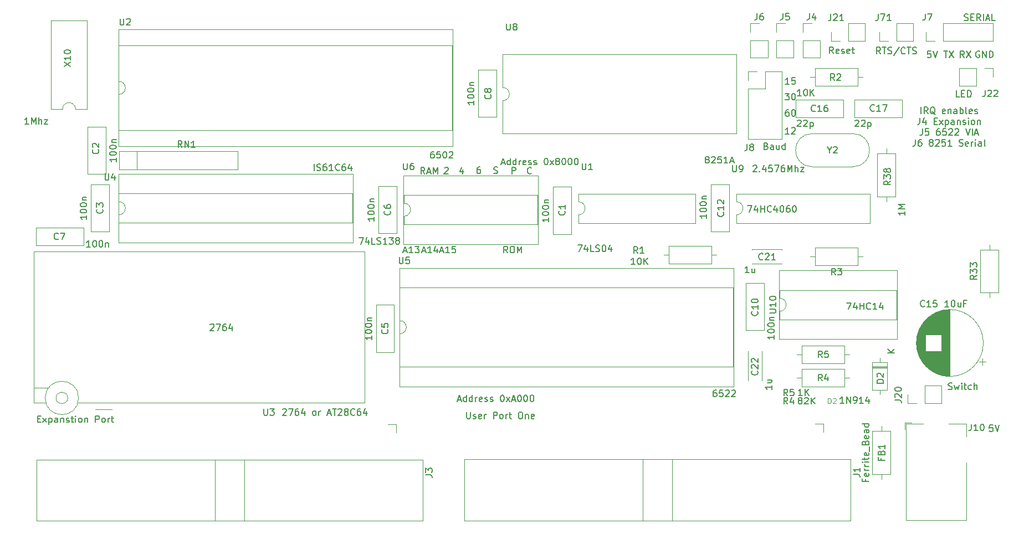
<source format=gbr>
G04 #@! TF.GenerationSoftware,KiCad,Pcbnew,(5.1.5)-3*
G04 #@! TF.CreationDate,2021-05-28T12:42:32+12:00*
G04 #@! TF.ProjectId,6502-Controller,36353032-2d43-46f6-9e74-726f6c6c6572,rev?*
G04 #@! TF.SameCoordinates,Original*
G04 #@! TF.FileFunction,Legend,Top*
G04 #@! TF.FilePolarity,Positive*
%FSLAX46Y46*%
G04 Gerber Fmt 4.6, Leading zero omitted, Abs format (unit mm)*
G04 Created by KiCad (PCBNEW (5.1.5)-3) date 2021-05-28 12:42:32*
%MOMM*%
%LPD*%
G04 APERTURE LIST*
%ADD10C,0.150000*%
%ADD11C,0.120000*%
G04 APERTURE END LIST*
D10*
X200787023Y-59380380D02*
X200215595Y-59380380D01*
X200501309Y-59380380D02*
X200501309Y-58380380D01*
X200406071Y-58523238D01*
X200310833Y-58618476D01*
X200215595Y-58666095D01*
X201167976Y-58475619D02*
X201215595Y-58428000D01*
X201310833Y-58380380D01*
X201548928Y-58380380D01*
X201644166Y-58428000D01*
X201691785Y-58475619D01*
X201739404Y-58570857D01*
X201739404Y-58666095D01*
X201691785Y-58808952D01*
X201120357Y-59380380D01*
X201739404Y-59380380D01*
X200691785Y-55649880D02*
X200501309Y-55649880D01*
X200406071Y-55697500D01*
X200358452Y-55745119D01*
X200263214Y-55887976D01*
X200215595Y-56078452D01*
X200215595Y-56459404D01*
X200263214Y-56554642D01*
X200310833Y-56602261D01*
X200406071Y-56649880D01*
X200596547Y-56649880D01*
X200691785Y-56602261D01*
X200739404Y-56554642D01*
X200787023Y-56459404D01*
X200787023Y-56221309D01*
X200739404Y-56126071D01*
X200691785Y-56078452D01*
X200596547Y-56030833D01*
X200406071Y-56030833D01*
X200310833Y-56078452D01*
X200263214Y-56126071D01*
X200215595Y-56221309D01*
X201406071Y-55649880D02*
X201501309Y-55649880D01*
X201596547Y-55697500D01*
X201644166Y-55745119D01*
X201691785Y-55840357D01*
X201739404Y-56030833D01*
X201739404Y-56268928D01*
X201691785Y-56459404D01*
X201644166Y-56554642D01*
X201596547Y-56602261D01*
X201501309Y-56649880D01*
X201406071Y-56649880D01*
X201310833Y-56602261D01*
X201263214Y-56554642D01*
X201215595Y-56459404D01*
X201167976Y-56268928D01*
X201167976Y-56030833D01*
X201215595Y-55840357D01*
X201263214Y-55745119D01*
X201310833Y-55697500D01*
X201406071Y-55649880D01*
X200167976Y-53173380D02*
X200787023Y-53173380D01*
X200453690Y-53554333D01*
X200596547Y-53554333D01*
X200691785Y-53601952D01*
X200739404Y-53649571D01*
X200787023Y-53744809D01*
X200787023Y-53982904D01*
X200739404Y-54078142D01*
X200691785Y-54125761D01*
X200596547Y-54173380D01*
X200310833Y-54173380D01*
X200215595Y-54125761D01*
X200167976Y-54078142D01*
X201406071Y-53173380D02*
X201501309Y-53173380D01*
X201596547Y-53221000D01*
X201644166Y-53268619D01*
X201691785Y-53363857D01*
X201739404Y-53554333D01*
X201739404Y-53792428D01*
X201691785Y-53982904D01*
X201644166Y-54078142D01*
X201596547Y-54125761D01*
X201501309Y-54173380D01*
X201406071Y-54173380D01*
X201310833Y-54125761D01*
X201263214Y-54078142D01*
X201215595Y-53982904D01*
X201167976Y-53792428D01*
X201167976Y-53554333D01*
X201215595Y-53363857D01*
X201263214Y-53268619D01*
X201310833Y-53221000D01*
X201406071Y-53173380D01*
X200787023Y-51760380D02*
X200215595Y-51760380D01*
X200501309Y-51760380D02*
X200501309Y-50760380D01*
X200406071Y-50903238D01*
X200310833Y-50998476D01*
X200215595Y-51046095D01*
X201691785Y-50760380D02*
X201215595Y-50760380D01*
X201167976Y-51236571D01*
X201215595Y-51188952D01*
X201310833Y-51141333D01*
X201548928Y-51141333D01*
X201644166Y-51188952D01*
X201691785Y-51236571D01*
X201739404Y-51331809D01*
X201739404Y-51569904D01*
X201691785Y-51665142D01*
X201644166Y-51712761D01*
X201548928Y-51760380D01*
X201310833Y-51760380D01*
X201215595Y-51712761D01*
X201167976Y-51665142D01*
X161409023Y-65381142D02*
X161361404Y-65428761D01*
X161218547Y-65476380D01*
X161123309Y-65476380D01*
X160980452Y-65428761D01*
X160885214Y-65333523D01*
X160837595Y-65238285D01*
X160789976Y-65047809D01*
X160789976Y-64904952D01*
X160837595Y-64714476D01*
X160885214Y-64619238D01*
X160980452Y-64524000D01*
X161123309Y-64476380D01*
X161218547Y-64476380D01*
X161361404Y-64524000D01*
X161409023Y-64571619D01*
X158424595Y-65476380D02*
X158424595Y-64476380D01*
X158805547Y-64476380D01*
X158900785Y-64524000D01*
X158948404Y-64571619D01*
X158996023Y-64666857D01*
X158996023Y-64809714D01*
X158948404Y-64904952D01*
X158900785Y-64952571D01*
X158805547Y-65000190D01*
X158424595Y-65000190D01*
X155670285Y-65365261D02*
X155813142Y-65412880D01*
X156051238Y-65412880D01*
X156146476Y-65365261D01*
X156194095Y-65317642D01*
X156241714Y-65222404D01*
X156241714Y-65127166D01*
X156194095Y-65031928D01*
X156146476Y-64984309D01*
X156051238Y-64936690D01*
X155860761Y-64889071D01*
X155765523Y-64841452D01*
X155717904Y-64793833D01*
X155670285Y-64698595D01*
X155670285Y-64603357D01*
X155717904Y-64508119D01*
X155765523Y-64460500D01*
X155860761Y-64412880D01*
X156098857Y-64412880D01*
X156241714Y-64460500D01*
X153542976Y-64412880D02*
X153352500Y-64412880D01*
X153257261Y-64460500D01*
X153209642Y-64508119D01*
X153114404Y-64650976D01*
X153066785Y-64841452D01*
X153066785Y-65222404D01*
X153114404Y-65317642D01*
X153162023Y-65365261D01*
X153257261Y-65412880D01*
X153447738Y-65412880D01*
X153542976Y-65365261D01*
X153590595Y-65317642D01*
X153638214Y-65222404D01*
X153638214Y-64984309D01*
X153590595Y-64889071D01*
X153542976Y-64841452D01*
X153447738Y-64793833D01*
X153257261Y-64793833D01*
X153162023Y-64841452D01*
X153114404Y-64889071D01*
X153066785Y-64984309D01*
X150939476Y-64809714D02*
X150939476Y-65476380D01*
X150701380Y-64428761D02*
X150463285Y-65143047D01*
X151082333Y-65143047D01*
X148113785Y-64571619D02*
X148161404Y-64524000D01*
X148256642Y-64476380D01*
X148494738Y-64476380D01*
X148589976Y-64524000D01*
X148637595Y-64571619D01*
X148685214Y-64666857D01*
X148685214Y-64762095D01*
X148637595Y-64904952D01*
X148066166Y-65476380D01*
X148685214Y-65476380D01*
X145105523Y-65476380D02*
X144772190Y-65000190D01*
X144534095Y-65476380D02*
X144534095Y-64476380D01*
X144915047Y-64476380D01*
X145010285Y-64524000D01*
X145057904Y-64571619D01*
X145105523Y-64666857D01*
X145105523Y-64809714D01*
X145057904Y-64904952D01*
X145010285Y-64952571D01*
X144915047Y-65000190D01*
X144534095Y-65000190D01*
X145486476Y-65190666D02*
X145962666Y-65190666D01*
X145391238Y-65476380D02*
X145724571Y-64476380D01*
X146057904Y-65476380D01*
X146391238Y-65476380D02*
X146391238Y-64476380D01*
X146724571Y-65190666D01*
X147057904Y-64476380D01*
X147057904Y-65476380D01*
X157773785Y-77541380D02*
X157440452Y-77065190D01*
X157202357Y-77541380D02*
X157202357Y-76541380D01*
X157583309Y-76541380D01*
X157678547Y-76589000D01*
X157726166Y-76636619D01*
X157773785Y-76731857D01*
X157773785Y-76874714D01*
X157726166Y-76969952D01*
X157678547Y-77017571D01*
X157583309Y-77065190D01*
X157202357Y-77065190D01*
X158392833Y-76541380D02*
X158583309Y-76541380D01*
X158678547Y-76589000D01*
X158773785Y-76684238D01*
X158821404Y-76874714D01*
X158821404Y-77208047D01*
X158773785Y-77398523D01*
X158678547Y-77493761D01*
X158583309Y-77541380D01*
X158392833Y-77541380D01*
X158297595Y-77493761D01*
X158202357Y-77398523D01*
X158154738Y-77208047D01*
X158154738Y-76874714D01*
X158202357Y-76684238D01*
X158297595Y-76589000D01*
X158392833Y-76541380D01*
X159249976Y-77541380D02*
X159249976Y-76541380D01*
X159583309Y-77255666D01*
X159916642Y-76541380D01*
X159916642Y-77541380D01*
X147463023Y-77255666D02*
X147939214Y-77255666D01*
X147367785Y-77541380D02*
X147701119Y-76541380D01*
X148034452Y-77541380D01*
X148891595Y-77541380D02*
X148320166Y-77541380D01*
X148605880Y-77541380D02*
X148605880Y-76541380D01*
X148510642Y-76684238D01*
X148415404Y-76779476D01*
X148320166Y-76827095D01*
X149796357Y-76541380D02*
X149320166Y-76541380D01*
X149272547Y-77017571D01*
X149320166Y-76969952D01*
X149415404Y-76922333D01*
X149653500Y-76922333D01*
X149748738Y-76969952D01*
X149796357Y-77017571D01*
X149843976Y-77112809D01*
X149843976Y-77350904D01*
X149796357Y-77446142D01*
X149748738Y-77493761D01*
X149653500Y-77541380D01*
X149415404Y-77541380D01*
X149320166Y-77493761D01*
X149272547Y-77446142D01*
X144732523Y-77255666D02*
X145208714Y-77255666D01*
X144637285Y-77541380D02*
X144970619Y-76541380D01*
X145303952Y-77541380D01*
X146161095Y-77541380D02*
X145589666Y-77541380D01*
X145875380Y-77541380D02*
X145875380Y-76541380D01*
X145780142Y-76684238D01*
X145684904Y-76779476D01*
X145589666Y-76827095D01*
X147018238Y-76874714D02*
X147018238Y-77541380D01*
X146780142Y-76493761D02*
X146542047Y-77208047D01*
X147161095Y-77208047D01*
X141875023Y-77255666D02*
X142351214Y-77255666D01*
X141779785Y-77541380D02*
X142113119Y-76541380D01*
X142446452Y-77541380D01*
X143303595Y-77541380D02*
X142732166Y-77541380D01*
X143017880Y-77541380D02*
X143017880Y-76541380D01*
X142922642Y-76684238D01*
X142827404Y-76779476D01*
X142732166Y-76827095D01*
X143636928Y-76541380D02*
X144255976Y-76541380D01*
X143922642Y-76922333D01*
X144065500Y-76922333D01*
X144160738Y-76969952D01*
X144208357Y-77017571D01*
X144255976Y-77112809D01*
X144255976Y-77350904D01*
X144208357Y-77446142D01*
X144160738Y-77493761D01*
X144065500Y-77541380D01*
X143779785Y-77541380D01*
X143684547Y-77493761D01*
X143636928Y-77446142D01*
X123405119Y-101465119D02*
X123452738Y-101417500D01*
X123547976Y-101369880D01*
X123786071Y-101369880D01*
X123881309Y-101417500D01*
X123928928Y-101465119D01*
X123976547Y-101560357D01*
X123976547Y-101655595D01*
X123928928Y-101798452D01*
X123357500Y-102369880D01*
X123976547Y-102369880D01*
X124309880Y-101369880D02*
X124976547Y-101369880D01*
X124547976Y-102369880D01*
X125786071Y-101369880D02*
X125595595Y-101369880D01*
X125500357Y-101417500D01*
X125452738Y-101465119D01*
X125357500Y-101607976D01*
X125309880Y-101798452D01*
X125309880Y-102179404D01*
X125357500Y-102274642D01*
X125405119Y-102322261D01*
X125500357Y-102369880D01*
X125690833Y-102369880D01*
X125786071Y-102322261D01*
X125833690Y-102274642D01*
X125881309Y-102179404D01*
X125881309Y-101941309D01*
X125833690Y-101846071D01*
X125786071Y-101798452D01*
X125690833Y-101750833D01*
X125500357Y-101750833D01*
X125405119Y-101798452D01*
X125357500Y-101846071D01*
X125309880Y-101941309D01*
X126738452Y-101703214D02*
X126738452Y-102369880D01*
X126500357Y-101322261D02*
X126262261Y-102036547D01*
X126881309Y-102036547D01*
X128167023Y-102369880D02*
X128071785Y-102322261D01*
X128024166Y-102274642D01*
X127976547Y-102179404D01*
X127976547Y-101893690D01*
X128024166Y-101798452D01*
X128071785Y-101750833D01*
X128167023Y-101703214D01*
X128309880Y-101703214D01*
X128405119Y-101750833D01*
X128452738Y-101798452D01*
X128500357Y-101893690D01*
X128500357Y-102179404D01*
X128452738Y-102274642D01*
X128405119Y-102322261D01*
X128309880Y-102369880D01*
X128167023Y-102369880D01*
X128928928Y-102369880D02*
X128928928Y-101703214D01*
X128928928Y-101893690D02*
X128976547Y-101798452D01*
X129024166Y-101750833D01*
X129119404Y-101703214D01*
X129214642Y-101703214D01*
X130262261Y-102084166D02*
X130738452Y-102084166D01*
X130167023Y-102369880D02*
X130500357Y-101369880D01*
X130833690Y-102369880D01*
X131024166Y-101369880D02*
X131595595Y-101369880D01*
X131309880Y-102369880D02*
X131309880Y-101369880D01*
X131881309Y-101465119D02*
X131928928Y-101417500D01*
X132024166Y-101369880D01*
X132262261Y-101369880D01*
X132357500Y-101417500D01*
X132405119Y-101465119D01*
X132452738Y-101560357D01*
X132452738Y-101655595D01*
X132405119Y-101798452D01*
X131833690Y-102369880D01*
X132452738Y-102369880D01*
X133024166Y-101798452D02*
X132928928Y-101750833D01*
X132881309Y-101703214D01*
X132833690Y-101607976D01*
X132833690Y-101560357D01*
X132881309Y-101465119D01*
X132928928Y-101417500D01*
X133024166Y-101369880D01*
X133214642Y-101369880D01*
X133309880Y-101417500D01*
X133357500Y-101465119D01*
X133405119Y-101560357D01*
X133405119Y-101607976D01*
X133357500Y-101703214D01*
X133309880Y-101750833D01*
X133214642Y-101798452D01*
X133024166Y-101798452D01*
X132928928Y-101846071D01*
X132881309Y-101893690D01*
X132833690Y-101988928D01*
X132833690Y-102179404D01*
X132881309Y-102274642D01*
X132928928Y-102322261D01*
X133024166Y-102369880D01*
X133214642Y-102369880D01*
X133309880Y-102322261D01*
X133357500Y-102274642D01*
X133405119Y-102179404D01*
X133405119Y-101988928D01*
X133357500Y-101893690D01*
X133309880Y-101846071D01*
X133214642Y-101798452D01*
X134405119Y-102274642D02*
X134357500Y-102322261D01*
X134214642Y-102369880D01*
X134119404Y-102369880D01*
X133976547Y-102322261D01*
X133881309Y-102227023D01*
X133833690Y-102131785D01*
X133786071Y-101941309D01*
X133786071Y-101798452D01*
X133833690Y-101607976D01*
X133881309Y-101512738D01*
X133976547Y-101417500D01*
X134119404Y-101369880D01*
X134214642Y-101369880D01*
X134357500Y-101417500D01*
X134405119Y-101465119D01*
X135262261Y-101369880D02*
X135071785Y-101369880D01*
X134976547Y-101417500D01*
X134928928Y-101465119D01*
X134833690Y-101607976D01*
X134786071Y-101798452D01*
X134786071Y-102179404D01*
X134833690Y-102274642D01*
X134881309Y-102322261D01*
X134976547Y-102369880D01*
X135167023Y-102369880D01*
X135262261Y-102322261D01*
X135309880Y-102274642D01*
X135357500Y-102179404D01*
X135357500Y-101941309D01*
X135309880Y-101846071D01*
X135262261Y-101798452D01*
X135167023Y-101750833D01*
X134976547Y-101750833D01*
X134881309Y-101798452D01*
X134833690Y-101846071D01*
X134786071Y-101941309D01*
X136214642Y-101703214D02*
X136214642Y-102369880D01*
X135976547Y-101322261D02*
X135738452Y-102036547D01*
X136357500Y-102036547D01*
X220948785Y-56270380D02*
X220948785Y-55270380D01*
X221996404Y-56270380D02*
X221663071Y-55794190D01*
X221424976Y-56270380D02*
X221424976Y-55270380D01*
X221805928Y-55270380D01*
X221901166Y-55318000D01*
X221948785Y-55365619D01*
X221996404Y-55460857D01*
X221996404Y-55603714D01*
X221948785Y-55698952D01*
X221901166Y-55746571D01*
X221805928Y-55794190D01*
X221424976Y-55794190D01*
X223091642Y-56365619D02*
X222996404Y-56318000D01*
X222901166Y-56222761D01*
X222758309Y-56079904D01*
X222663071Y-56032285D01*
X222567833Y-56032285D01*
X222615452Y-56270380D02*
X222520214Y-56222761D01*
X222424976Y-56127523D01*
X222377357Y-55937047D01*
X222377357Y-55603714D01*
X222424976Y-55413238D01*
X222520214Y-55318000D01*
X222615452Y-55270380D01*
X222805928Y-55270380D01*
X222901166Y-55318000D01*
X222996404Y-55413238D01*
X223044023Y-55603714D01*
X223044023Y-55937047D01*
X222996404Y-56127523D01*
X222901166Y-56222761D01*
X222805928Y-56270380D01*
X222615452Y-56270380D01*
X224615452Y-56222761D02*
X224520214Y-56270380D01*
X224329738Y-56270380D01*
X224234500Y-56222761D01*
X224186880Y-56127523D01*
X224186880Y-55746571D01*
X224234500Y-55651333D01*
X224329738Y-55603714D01*
X224520214Y-55603714D01*
X224615452Y-55651333D01*
X224663071Y-55746571D01*
X224663071Y-55841809D01*
X224186880Y-55937047D01*
X225091642Y-55603714D02*
X225091642Y-56270380D01*
X225091642Y-55698952D02*
X225139261Y-55651333D01*
X225234500Y-55603714D01*
X225377357Y-55603714D01*
X225472595Y-55651333D01*
X225520214Y-55746571D01*
X225520214Y-56270380D01*
X226424976Y-56270380D02*
X226424976Y-55746571D01*
X226377357Y-55651333D01*
X226282119Y-55603714D01*
X226091642Y-55603714D01*
X225996404Y-55651333D01*
X226424976Y-56222761D02*
X226329738Y-56270380D01*
X226091642Y-56270380D01*
X225996404Y-56222761D01*
X225948785Y-56127523D01*
X225948785Y-56032285D01*
X225996404Y-55937047D01*
X226091642Y-55889428D01*
X226329738Y-55889428D01*
X226424976Y-55841809D01*
X226901166Y-56270380D02*
X226901166Y-55270380D01*
X226901166Y-55651333D02*
X226996404Y-55603714D01*
X227186880Y-55603714D01*
X227282119Y-55651333D01*
X227329738Y-55698952D01*
X227377357Y-55794190D01*
X227377357Y-56079904D01*
X227329738Y-56175142D01*
X227282119Y-56222761D01*
X227186880Y-56270380D01*
X226996404Y-56270380D01*
X226901166Y-56222761D01*
X227948785Y-56270380D02*
X227853547Y-56222761D01*
X227805928Y-56127523D01*
X227805928Y-55270380D01*
X228710690Y-56222761D02*
X228615452Y-56270380D01*
X228424976Y-56270380D01*
X228329738Y-56222761D01*
X228282119Y-56127523D01*
X228282119Y-55746571D01*
X228329738Y-55651333D01*
X228424976Y-55603714D01*
X228615452Y-55603714D01*
X228710690Y-55651333D01*
X228758309Y-55746571D01*
X228758309Y-55841809D01*
X228282119Y-55937047D01*
X229139261Y-56222761D02*
X229234500Y-56270380D01*
X229424976Y-56270380D01*
X229520214Y-56222761D01*
X229567833Y-56127523D01*
X229567833Y-56079904D01*
X229520214Y-55984666D01*
X229424976Y-55937047D01*
X229282119Y-55937047D01*
X229186880Y-55889428D01*
X229139261Y-55794190D01*
X229139261Y-55746571D01*
X229186880Y-55651333D01*
X229282119Y-55603714D01*
X229424976Y-55603714D01*
X229520214Y-55651333D01*
X220758309Y-56920380D02*
X220758309Y-57634666D01*
X220710690Y-57777523D01*
X220615452Y-57872761D01*
X220472595Y-57920380D01*
X220377357Y-57920380D01*
X221663071Y-57253714D02*
X221663071Y-57920380D01*
X221424976Y-56872761D02*
X221186880Y-57587047D01*
X221805928Y-57587047D01*
X222948785Y-57396571D02*
X223282119Y-57396571D01*
X223424976Y-57920380D02*
X222948785Y-57920380D01*
X222948785Y-56920380D01*
X223424976Y-56920380D01*
X223758309Y-57920380D02*
X224282119Y-57253714D01*
X223758309Y-57253714D02*
X224282119Y-57920380D01*
X224663071Y-57253714D02*
X224663071Y-58253714D01*
X224663071Y-57301333D02*
X224758309Y-57253714D01*
X224948785Y-57253714D01*
X225044023Y-57301333D01*
X225091642Y-57348952D01*
X225139261Y-57444190D01*
X225139261Y-57729904D01*
X225091642Y-57825142D01*
X225044023Y-57872761D01*
X224948785Y-57920380D01*
X224758309Y-57920380D01*
X224663071Y-57872761D01*
X225996404Y-57920380D02*
X225996404Y-57396571D01*
X225948785Y-57301333D01*
X225853547Y-57253714D01*
X225663071Y-57253714D01*
X225567833Y-57301333D01*
X225996404Y-57872761D02*
X225901166Y-57920380D01*
X225663071Y-57920380D01*
X225567833Y-57872761D01*
X225520214Y-57777523D01*
X225520214Y-57682285D01*
X225567833Y-57587047D01*
X225663071Y-57539428D01*
X225901166Y-57539428D01*
X225996404Y-57491809D01*
X226472595Y-57253714D02*
X226472595Y-57920380D01*
X226472595Y-57348952D02*
X226520214Y-57301333D01*
X226615452Y-57253714D01*
X226758309Y-57253714D01*
X226853547Y-57301333D01*
X226901166Y-57396571D01*
X226901166Y-57920380D01*
X227329738Y-57872761D02*
X227424976Y-57920380D01*
X227615452Y-57920380D01*
X227710690Y-57872761D01*
X227758309Y-57777523D01*
X227758309Y-57729904D01*
X227710690Y-57634666D01*
X227615452Y-57587047D01*
X227472595Y-57587047D01*
X227377357Y-57539428D01*
X227329738Y-57444190D01*
X227329738Y-57396571D01*
X227377357Y-57301333D01*
X227472595Y-57253714D01*
X227615452Y-57253714D01*
X227710690Y-57301333D01*
X228186880Y-57920380D02*
X228186880Y-57253714D01*
X228186880Y-56920380D02*
X228139261Y-56968000D01*
X228186880Y-57015619D01*
X228234500Y-56968000D01*
X228186880Y-56920380D01*
X228186880Y-57015619D01*
X228805928Y-57920380D02*
X228710690Y-57872761D01*
X228663071Y-57825142D01*
X228615452Y-57729904D01*
X228615452Y-57444190D01*
X228663071Y-57348952D01*
X228710690Y-57301333D01*
X228805928Y-57253714D01*
X228948785Y-57253714D01*
X229044023Y-57301333D01*
X229091642Y-57348952D01*
X229139261Y-57444190D01*
X229139261Y-57729904D01*
X229091642Y-57825142D01*
X229044023Y-57872761D01*
X228948785Y-57920380D01*
X228805928Y-57920380D01*
X229567833Y-57253714D02*
X229567833Y-57920380D01*
X229567833Y-57348952D02*
X229615452Y-57301333D01*
X229710690Y-57253714D01*
X229853547Y-57253714D01*
X229948785Y-57301333D01*
X229996404Y-57396571D01*
X229996404Y-57920380D01*
X221139261Y-58570380D02*
X221139261Y-59284666D01*
X221091642Y-59427523D01*
X220996404Y-59522761D01*
X220853547Y-59570380D01*
X220758309Y-59570380D01*
X222091642Y-58570380D02*
X221615452Y-58570380D01*
X221567833Y-59046571D01*
X221615452Y-58998952D01*
X221710690Y-58951333D01*
X221948785Y-58951333D01*
X222044023Y-58998952D01*
X222091642Y-59046571D01*
X222139261Y-59141809D01*
X222139261Y-59379904D01*
X222091642Y-59475142D01*
X222044023Y-59522761D01*
X221948785Y-59570380D01*
X221710690Y-59570380D01*
X221615452Y-59522761D01*
X221567833Y-59475142D01*
X223758309Y-58570380D02*
X223567833Y-58570380D01*
X223472595Y-58618000D01*
X223424976Y-58665619D01*
X223329738Y-58808476D01*
X223282119Y-58998952D01*
X223282119Y-59379904D01*
X223329738Y-59475142D01*
X223377357Y-59522761D01*
X223472595Y-59570380D01*
X223663071Y-59570380D01*
X223758309Y-59522761D01*
X223805928Y-59475142D01*
X223853547Y-59379904D01*
X223853547Y-59141809D01*
X223805928Y-59046571D01*
X223758309Y-58998952D01*
X223663071Y-58951333D01*
X223472595Y-58951333D01*
X223377357Y-58998952D01*
X223329738Y-59046571D01*
X223282119Y-59141809D01*
X224758309Y-58570380D02*
X224282119Y-58570380D01*
X224234500Y-59046571D01*
X224282119Y-58998952D01*
X224377357Y-58951333D01*
X224615452Y-58951333D01*
X224710690Y-58998952D01*
X224758309Y-59046571D01*
X224805928Y-59141809D01*
X224805928Y-59379904D01*
X224758309Y-59475142D01*
X224710690Y-59522761D01*
X224615452Y-59570380D01*
X224377357Y-59570380D01*
X224282119Y-59522761D01*
X224234500Y-59475142D01*
X225186880Y-58665619D02*
X225234500Y-58618000D01*
X225329738Y-58570380D01*
X225567833Y-58570380D01*
X225663071Y-58618000D01*
X225710690Y-58665619D01*
X225758309Y-58760857D01*
X225758309Y-58856095D01*
X225710690Y-58998952D01*
X225139261Y-59570380D01*
X225758309Y-59570380D01*
X226139261Y-58665619D02*
X226186880Y-58618000D01*
X226282119Y-58570380D01*
X226520214Y-58570380D01*
X226615452Y-58618000D01*
X226663071Y-58665619D01*
X226710690Y-58760857D01*
X226710690Y-58856095D01*
X226663071Y-58998952D01*
X226091642Y-59570380D01*
X226710690Y-59570380D01*
X227758309Y-58570380D02*
X228091642Y-59570380D01*
X228424976Y-58570380D01*
X228758309Y-59570380D02*
X228758309Y-58570380D01*
X229186880Y-59284666D02*
X229663071Y-59284666D01*
X229091642Y-59570380D02*
X229424976Y-58570380D01*
X229758309Y-59570380D01*
X220067833Y-60220380D02*
X220067833Y-60934666D01*
X220020214Y-61077523D01*
X219924976Y-61172761D01*
X219782119Y-61220380D01*
X219686880Y-61220380D01*
X220972595Y-60220380D02*
X220782119Y-60220380D01*
X220686880Y-60268000D01*
X220639261Y-60315619D01*
X220544023Y-60458476D01*
X220496404Y-60648952D01*
X220496404Y-61029904D01*
X220544023Y-61125142D01*
X220591642Y-61172761D01*
X220686880Y-61220380D01*
X220877357Y-61220380D01*
X220972595Y-61172761D01*
X221020214Y-61125142D01*
X221067833Y-61029904D01*
X221067833Y-60791809D01*
X221020214Y-60696571D01*
X220972595Y-60648952D01*
X220877357Y-60601333D01*
X220686880Y-60601333D01*
X220591642Y-60648952D01*
X220544023Y-60696571D01*
X220496404Y-60791809D01*
X222401166Y-60648952D02*
X222305928Y-60601333D01*
X222258309Y-60553714D01*
X222210690Y-60458476D01*
X222210690Y-60410857D01*
X222258309Y-60315619D01*
X222305928Y-60268000D01*
X222401166Y-60220380D01*
X222591642Y-60220380D01*
X222686880Y-60268000D01*
X222734500Y-60315619D01*
X222782119Y-60410857D01*
X222782119Y-60458476D01*
X222734500Y-60553714D01*
X222686880Y-60601333D01*
X222591642Y-60648952D01*
X222401166Y-60648952D01*
X222305928Y-60696571D01*
X222258309Y-60744190D01*
X222210690Y-60839428D01*
X222210690Y-61029904D01*
X222258309Y-61125142D01*
X222305928Y-61172761D01*
X222401166Y-61220380D01*
X222591642Y-61220380D01*
X222686880Y-61172761D01*
X222734500Y-61125142D01*
X222782119Y-61029904D01*
X222782119Y-60839428D01*
X222734500Y-60744190D01*
X222686880Y-60696571D01*
X222591642Y-60648952D01*
X223163071Y-60315619D02*
X223210690Y-60268000D01*
X223305928Y-60220380D01*
X223544023Y-60220380D01*
X223639261Y-60268000D01*
X223686880Y-60315619D01*
X223734500Y-60410857D01*
X223734500Y-60506095D01*
X223686880Y-60648952D01*
X223115452Y-61220380D01*
X223734500Y-61220380D01*
X224639261Y-60220380D02*
X224163071Y-60220380D01*
X224115452Y-60696571D01*
X224163071Y-60648952D01*
X224258309Y-60601333D01*
X224496404Y-60601333D01*
X224591642Y-60648952D01*
X224639261Y-60696571D01*
X224686880Y-60791809D01*
X224686880Y-61029904D01*
X224639261Y-61125142D01*
X224591642Y-61172761D01*
X224496404Y-61220380D01*
X224258309Y-61220380D01*
X224163071Y-61172761D01*
X224115452Y-61125142D01*
X225639261Y-61220380D02*
X225067833Y-61220380D01*
X225353547Y-61220380D02*
X225353547Y-60220380D01*
X225258309Y-60363238D01*
X225163071Y-60458476D01*
X225067833Y-60506095D01*
X226782119Y-61172761D02*
X226924976Y-61220380D01*
X227163071Y-61220380D01*
X227258309Y-61172761D01*
X227305928Y-61125142D01*
X227353547Y-61029904D01*
X227353547Y-60934666D01*
X227305928Y-60839428D01*
X227258309Y-60791809D01*
X227163071Y-60744190D01*
X226972595Y-60696571D01*
X226877357Y-60648952D01*
X226829738Y-60601333D01*
X226782119Y-60506095D01*
X226782119Y-60410857D01*
X226829738Y-60315619D01*
X226877357Y-60268000D01*
X226972595Y-60220380D01*
X227210690Y-60220380D01*
X227353547Y-60268000D01*
X228163071Y-61172761D02*
X228067833Y-61220380D01*
X227877357Y-61220380D01*
X227782119Y-61172761D01*
X227734500Y-61077523D01*
X227734500Y-60696571D01*
X227782119Y-60601333D01*
X227877357Y-60553714D01*
X228067833Y-60553714D01*
X228163071Y-60601333D01*
X228210690Y-60696571D01*
X228210690Y-60791809D01*
X227734500Y-60887047D01*
X228639261Y-61220380D02*
X228639261Y-60553714D01*
X228639261Y-60744190D02*
X228686880Y-60648952D01*
X228734500Y-60601333D01*
X228829738Y-60553714D01*
X228924976Y-60553714D01*
X229258309Y-61220380D02*
X229258309Y-60553714D01*
X229258309Y-60220380D02*
X229210690Y-60268000D01*
X229258309Y-60315619D01*
X229305928Y-60268000D01*
X229258309Y-60220380D01*
X229258309Y-60315619D01*
X230163071Y-61220380D02*
X230163071Y-60696571D01*
X230115452Y-60601333D01*
X230020214Y-60553714D01*
X229829738Y-60553714D01*
X229734500Y-60601333D01*
X230163071Y-61172761D02*
X230067833Y-61220380D01*
X229829738Y-61220380D01*
X229734500Y-61172761D01*
X229686880Y-61077523D01*
X229686880Y-60982285D01*
X229734500Y-60887047D01*
X229829738Y-60839428D01*
X230067833Y-60839428D01*
X230163071Y-60791809D01*
X230782119Y-61220380D02*
X230686880Y-61172761D01*
X230639261Y-61077523D01*
X230639261Y-60220380D01*
X222440523Y-46696380D02*
X221964333Y-46696380D01*
X221916714Y-47172571D01*
X221964333Y-47124952D01*
X222059571Y-47077333D01*
X222297666Y-47077333D01*
X222392904Y-47124952D01*
X222440523Y-47172571D01*
X222488142Y-47267809D01*
X222488142Y-47505904D01*
X222440523Y-47601142D01*
X222392904Y-47648761D01*
X222297666Y-47696380D01*
X222059571Y-47696380D01*
X221964333Y-47648761D01*
X221916714Y-47601142D01*
X222773857Y-46696380D02*
X223107190Y-47696380D01*
X223440523Y-46696380D01*
X229870095Y-46744000D02*
X229774857Y-46696380D01*
X229632000Y-46696380D01*
X229489142Y-46744000D01*
X229393904Y-46839238D01*
X229346285Y-46934476D01*
X229298666Y-47124952D01*
X229298666Y-47267809D01*
X229346285Y-47458285D01*
X229393904Y-47553523D01*
X229489142Y-47648761D01*
X229632000Y-47696380D01*
X229727238Y-47696380D01*
X229870095Y-47648761D01*
X229917714Y-47601142D01*
X229917714Y-47267809D01*
X229727238Y-47267809D01*
X230346285Y-47696380D02*
X230346285Y-46696380D01*
X230917714Y-47696380D01*
X230917714Y-46696380D01*
X231393904Y-47696380D02*
X231393904Y-46696380D01*
X231632000Y-46696380D01*
X231774857Y-46744000D01*
X231870095Y-46839238D01*
X231917714Y-46934476D01*
X231965333Y-47124952D01*
X231965333Y-47267809D01*
X231917714Y-47458285D01*
X231870095Y-47553523D01*
X231774857Y-47648761D01*
X231632000Y-47696380D01*
X231393904Y-47696380D01*
X227544333Y-47696380D02*
X227211000Y-47220190D01*
X226972904Y-47696380D02*
X226972904Y-46696380D01*
X227353857Y-46696380D01*
X227449095Y-46744000D01*
X227496714Y-46791619D01*
X227544333Y-46886857D01*
X227544333Y-47029714D01*
X227496714Y-47124952D01*
X227449095Y-47172571D01*
X227353857Y-47220190D01*
X226972904Y-47220190D01*
X227877666Y-46696380D02*
X228544333Y-47696380D01*
X228544333Y-46696380D02*
X227877666Y-47696380D01*
X224409095Y-46696380D02*
X224980523Y-46696380D01*
X224694809Y-47696380D02*
X224694809Y-46696380D01*
X225218619Y-46696380D02*
X225885285Y-47696380D01*
X225885285Y-46696380D02*
X225218619Y-47696380D01*
X150146476Y-99988666D02*
X150622666Y-99988666D01*
X150051238Y-100274380D02*
X150384571Y-99274380D01*
X150717904Y-100274380D01*
X151479809Y-100274380D02*
X151479809Y-99274380D01*
X151479809Y-100226761D02*
X151384571Y-100274380D01*
X151194095Y-100274380D01*
X151098857Y-100226761D01*
X151051238Y-100179142D01*
X151003619Y-100083904D01*
X151003619Y-99798190D01*
X151051238Y-99702952D01*
X151098857Y-99655333D01*
X151194095Y-99607714D01*
X151384571Y-99607714D01*
X151479809Y-99655333D01*
X152384571Y-100274380D02*
X152384571Y-99274380D01*
X152384571Y-100226761D02*
X152289333Y-100274380D01*
X152098857Y-100274380D01*
X152003619Y-100226761D01*
X151956000Y-100179142D01*
X151908380Y-100083904D01*
X151908380Y-99798190D01*
X151956000Y-99702952D01*
X152003619Y-99655333D01*
X152098857Y-99607714D01*
X152289333Y-99607714D01*
X152384571Y-99655333D01*
X152860761Y-100274380D02*
X152860761Y-99607714D01*
X152860761Y-99798190D02*
X152908380Y-99702952D01*
X152956000Y-99655333D01*
X153051238Y-99607714D01*
X153146476Y-99607714D01*
X153860761Y-100226761D02*
X153765523Y-100274380D01*
X153575047Y-100274380D01*
X153479809Y-100226761D01*
X153432190Y-100131523D01*
X153432190Y-99750571D01*
X153479809Y-99655333D01*
X153575047Y-99607714D01*
X153765523Y-99607714D01*
X153860761Y-99655333D01*
X153908380Y-99750571D01*
X153908380Y-99845809D01*
X153432190Y-99941047D01*
X154289333Y-100226761D02*
X154384571Y-100274380D01*
X154575047Y-100274380D01*
X154670285Y-100226761D01*
X154717904Y-100131523D01*
X154717904Y-100083904D01*
X154670285Y-99988666D01*
X154575047Y-99941047D01*
X154432190Y-99941047D01*
X154336952Y-99893428D01*
X154289333Y-99798190D01*
X154289333Y-99750571D01*
X154336952Y-99655333D01*
X154432190Y-99607714D01*
X154575047Y-99607714D01*
X154670285Y-99655333D01*
X155098857Y-100226761D02*
X155194095Y-100274380D01*
X155384571Y-100274380D01*
X155479809Y-100226761D01*
X155527428Y-100131523D01*
X155527428Y-100083904D01*
X155479809Y-99988666D01*
X155384571Y-99941047D01*
X155241714Y-99941047D01*
X155146476Y-99893428D01*
X155098857Y-99798190D01*
X155098857Y-99750571D01*
X155146476Y-99655333D01*
X155241714Y-99607714D01*
X155384571Y-99607714D01*
X155479809Y-99655333D01*
X156908380Y-99274380D02*
X157003619Y-99274380D01*
X157098857Y-99322000D01*
X157146476Y-99369619D01*
X157194095Y-99464857D01*
X157241714Y-99655333D01*
X157241714Y-99893428D01*
X157194095Y-100083904D01*
X157146476Y-100179142D01*
X157098857Y-100226761D01*
X157003619Y-100274380D01*
X156908380Y-100274380D01*
X156813142Y-100226761D01*
X156765523Y-100179142D01*
X156717904Y-100083904D01*
X156670285Y-99893428D01*
X156670285Y-99655333D01*
X156717904Y-99464857D01*
X156765523Y-99369619D01*
X156813142Y-99322000D01*
X156908380Y-99274380D01*
X157575047Y-100274380D02*
X158098857Y-99607714D01*
X157575047Y-99607714D02*
X158098857Y-100274380D01*
X158432190Y-99988666D02*
X158908380Y-99988666D01*
X158336952Y-100274380D02*
X158670285Y-99274380D01*
X159003619Y-100274380D01*
X159527428Y-99274380D02*
X159622666Y-99274380D01*
X159717904Y-99322000D01*
X159765523Y-99369619D01*
X159813142Y-99464857D01*
X159860761Y-99655333D01*
X159860761Y-99893428D01*
X159813142Y-100083904D01*
X159765523Y-100179142D01*
X159717904Y-100226761D01*
X159622666Y-100274380D01*
X159527428Y-100274380D01*
X159432190Y-100226761D01*
X159384571Y-100179142D01*
X159336952Y-100083904D01*
X159289333Y-99893428D01*
X159289333Y-99655333D01*
X159336952Y-99464857D01*
X159384571Y-99369619D01*
X159432190Y-99322000D01*
X159527428Y-99274380D01*
X160479809Y-99274380D02*
X160575047Y-99274380D01*
X160670285Y-99322000D01*
X160717904Y-99369619D01*
X160765523Y-99464857D01*
X160813142Y-99655333D01*
X160813142Y-99893428D01*
X160765523Y-100083904D01*
X160717904Y-100179142D01*
X160670285Y-100226761D01*
X160575047Y-100274380D01*
X160479809Y-100274380D01*
X160384571Y-100226761D01*
X160336952Y-100179142D01*
X160289333Y-100083904D01*
X160241714Y-99893428D01*
X160241714Y-99655333D01*
X160289333Y-99464857D01*
X160336952Y-99369619D01*
X160384571Y-99322000D01*
X160479809Y-99274380D01*
X161432190Y-99274380D02*
X161527428Y-99274380D01*
X161622666Y-99322000D01*
X161670285Y-99369619D01*
X161717904Y-99464857D01*
X161765523Y-99655333D01*
X161765523Y-99893428D01*
X161717904Y-100083904D01*
X161670285Y-100179142D01*
X161622666Y-100226761D01*
X161527428Y-100274380D01*
X161432190Y-100274380D01*
X161336952Y-100226761D01*
X161289333Y-100179142D01*
X161241714Y-100083904D01*
X161194095Y-99893428D01*
X161194095Y-99655333D01*
X161241714Y-99464857D01*
X161289333Y-99369619D01*
X161336952Y-99322000D01*
X161432190Y-99274380D01*
X156829857Y-63793666D02*
X157306047Y-63793666D01*
X156734619Y-64079380D02*
X157067952Y-63079380D01*
X157401285Y-64079380D01*
X158163190Y-64079380D02*
X158163190Y-63079380D01*
X158163190Y-64031761D02*
X158067952Y-64079380D01*
X157877476Y-64079380D01*
X157782238Y-64031761D01*
X157734619Y-63984142D01*
X157687000Y-63888904D01*
X157687000Y-63603190D01*
X157734619Y-63507952D01*
X157782238Y-63460333D01*
X157877476Y-63412714D01*
X158067952Y-63412714D01*
X158163190Y-63460333D01*
X159067952Y-64079380D02*
X159067952Y-63079380D01*
X159067952Y-64031761D02*
X158972714Y-64079380D01*
X158782238Y-64079380D01*
X158687000Y-64031761D01*
X158639380Y-63984142D01*
X158591761Y-63888904D01*
X158591761Y-63603190D01*
X158639380Y-63507952D01*
X158687000Y-63460333D01*
X158782238Y-63412714D01*
X158972714Y-63412714D01*
X159067952Y-63460333D01*
X159544142Y-64079380D02*
X159544142Y-63412714D01*
X159544142Y-63603190D02*
X159591761Y-63507952D01*
X159639380Y-63460333D01*
X159734619Y-63412714D01*
X159829857Y-63412714D01*
X160544142Y-64031761D02*
X160448904Y-64079380D01*
X160258428Y-64079380D01*
X160163190Y-64031761D01*
X160115571Y-63936523D01*
X160115571Y-63555571D01*
X160163190Y-63460333D01*
X160258428Y-63412714D01*
X160448904Y-63412714D01*
X160544142Y-63460333D01*
X160591761Y-63555571D01*
X160591761Y-63650809D01*
X160115571Y-63746047D01*
X160972714Y-64031761D02*
X161067952Y-64079380D01*
X161258428Y-64079380D01*
X161353666Y-64031761D01*
X161401285Y-63936523D01*
X161401285Y-63888904D01*
X161353666Y-63793666D01*
X161258428Y-63746047D01*
X161115571Y-63746047D01*
X161020333Y-63698428D01*
X160972714Y-63603190D01*
X160972714Y-63555571D01*
X161020333Y-63460333D01*
X161115571Y-63412714D01*
X161258428Y-63412714D01*
X161353666Y-63460333D01*
X161782238Y-64031761D02*
X161877476Y-64079380D01*
X162067952Y-64079380D01*
X162163190Y-64031761D01*
X162210809Y-63936523D01*
X162210809Y-63888904D01*
X162163190Y-63793666D01*
X162067952Y-63746047D01*
X161925095Y-63746047D01*
X161829857Y-63698428D01*
X161782238Y-63603190D01*
X161782238Y-63555571D01*
X161829857Y-63460333D01*
X161925095Y-63412714D01*
X162067952Y-63412714D01*
X162163190Y-63460333D01*
X163591761Y-63079380D02*
X163687000Y-63079380D01*
X163782238Y-63127000D01*
X163829857Y-63174619D01*
X163877476Y-63269857D01*
X163925095Y-63460333D01*
X163925095Y-63698428D01*
X163877476Y-63888904D01*
X163829857Y-63984142D01*
X163782238Y-64031761D01*
X163687000Y-64079380D01*
X163591761Y-64079380D01*
X163496523Y-64031761D01*
X163448904Y-63984142D01*
X163401285Y-63888904D01*
X163353666Y-63698428D01*
X163353666Y-63460333D01*
X163401285Y-63269857D01*
X163448904Y-63174619D01*
X163496523Y-63127000D01*
X163591761Y-63079380D01*
X164258428Y-64079380D02*
X164782238Y-63412714D01*
X164258428Y-63412714D02*
X164782238Y-64079380D01*
X165306047Y-63507952D02*
X165210809Y-63460333D01*
X165163190Y-63412714D01*
X165115571Y-63317476D01*
X165115571Y-63269857D01*
X165163190Y-63174619D01*
X165210809Y-63127000D01*
X165306047Y-63079380D01*
X165496523Y-63079380D01*
X165591761Y-63127000D01*
X165639380Y-63174619D01*
X165687000Y-63269857D01*
X165687000Y-63317476D01*
X165639380Y-63412714D01*
X165591761Y-63460333D01*
X165496523Y-63507952D01*
X165306047Y-63507952D01*
X165210809Y-63555571D01*
X165163190Y-63603190D01*
X165115571Y-63698428D01*
X165115571Y-63888904D01*
X165163190Y-63984142D01*
X165210809Y-64031761D01*
X165306047Y-64079380D01*
X165496523Y-64079380D01*
X165591761Y-64031761D01*
X165639380Y-63984142D01*
X165687000Y-63888904D01*
X165687000Y-63698428D01*
X165639380Y-63603190D01*
X165591761Y-63555571D01*
X165496523Y-63507952D01*
X166306047Y-63079380D02*
X166401285Y-63079380D01*
X166496523Y-63127000D01*
X166544142Y-63174619D01*
X166591761Y-63269857D01*
X166639380Y-63460333D01*
X166639380Y-63698428D01*
X166591761Y-63888904D01*
X166544142Y-63984142D01*
X166496523Y-64031761D01*
X166401285Y-64079380D01*
X166306047Y-64079380D01*
X166210809Y-64031761D01*
X166163190Y-63984142D01*
X166115571Y-63888904D01*
X166067952Y-63698428D01*
X166067952Y-63460333D01*
X166115571Y-63269857D01*
X166163190Y-63174619D01*
X166210809Y-63127000D01*
X166306047Y-63079380D01*
X167258428Y-63079380D02*
X167353666Y-63079380D01*
X167448904Y-63127000D01*
X167496523Y-63174619D01*
X167544142Y-63269857D01*
X167591761Y-63460333D01*
X167591761Y-63698428D01*
X167544142Y-63888904D01*
X167496523Y-63984142D01*
X167448904Y-64031761D01*
X167353666Y-64079380D01*
X167258428Y-64079380D01*
X167163190Y-64031761D01*
X167115571Y-63984142D01*
X167067952Y-63888904D01*
X167020333Y-63698428D01*
X167020333Y-63460333D01*
X167067952Y-63269857D01*
X167115571Y-63174619D01*
X167163190Y-63127000D01*
X167258428Y-63079380D01*
X168210809Y-63079380D02*
X168306047Y-63079380D01*
X168401285Y-63127000D01*
X168448904Y-63174619D01*
X168496523Y-63269857D01*
X168544142Y-63460333D01*
X168544142Y-63698428D01*
X168496523Y-63888904D01*
X168448904Y-63984142D01*
X168401285Y-64031761D01*
X168306047Y-64079380D01*
X168210809Y-64079380D01*
X168115571Y-64031761D01*
X168067952Y-63984142D01*
X168020333Y-63888904D01*
X167972714Y-63698428D01*
X167972714Y-63460333D01*
X168020333Y-63269857D01*
X168067952Y-63174619D01*
X168115571Y-63127000D01*
X168210809Y-63079380D01*
X84582142Y-57856380D02*
X84010714Y-57856380D01*
X84296428Y-57856380D02*
X84296428Y-56856380D01*
X84201190Y-56999238D01*
X84105952Y-57094476D01*
X84010714Y-57142095D01*
X85010714Y-57856380D02*
X85010714Y-56856380D01*
X85344047Y-57570666D01*
X85677380Y-56856380D01*
X85677380Y-57856380D01*
X86153571Y-57856380D02*
X86153571Y-56856380D01*
X86582142Y-57856380D02*
X86582142Y-57332571D01*
X86534523Y-57237333D01*
X86439285Y-57189714D01*
X86296428Y-57189714D01*
X86201190Y-57237333D01*
X86153571Y-57284952D01*
X86963095Y-57189714D02*
X87486904Y-57189714D01*
X86963095Y-57856380D01*
X87486904Y-57856380D01*
D11*
X151178000Y-109096000D02*
X210138000Y-109096000D01*
X151178000Y-109096000D02*
X151178000Y-118446000D01*
X178408000Y-109096000D02*
X178408000Y-118446000D01*
X182908000Y-109096000D02*
X182908000Y-118446000D01*
X210138000Y-109096000D02*
X210138000Y-118446000D01*
X210138000Y-118446000D02*
X151178000Y-118446000D01*
X206058000Y-104966000D02*
X206058000Y-103696000D01*
X206058000Y-103696000D02*
X204788000Y-103696000D01*
X231394000Y-76287500D02*
X231394000Y-77057500D01*
X231394000Y-84367500D02*
X231394000Y-83597500D01*
X230024000Y-77057500D02*
X230024000Y-83597500D01*
X232764000Y-77057500D02*
X230024000Y-77057500D01*
X232764000Y-83597500D02*
X232764000Y-77057500D01*
X230024000Y-83597500D02*
X232764000Y-83597500D01*
X194525000Y-97099000D02*
X194510000Y-97099000D01*
X196650000Y-97099000D02*
X196635000Y-97099000D01*
X194525000Y-92559000D02*
X194510000Y-92559000D01*
X196650000Y-92559000D02*
X196635000Y-92559000D01*
X194510000Y-92559000D02*
X194510000Y-97099000D01*
X196650000Y-92559000D02*
X196650000Y-97099000D01*
X199270000Y-80221000D02*
X199270000Y-90721000D01*
X217290000Y-80221000D02*
X199270000Y-80221000D01*
X217290000Y-90721000D02*
X217290000Y-80221000D01*
X199270000Y-90721000D02*
X217290000Y-90721000D01*
X199330000Y-83221000D02*
X199330000Y-84471000D01*
X217230000Y-83221000D02*
X199330000Y-83221000D01*
X217230000Y-87721000D02*
X217230000Y-83221000D01*
X199330000Y-87721000D02*
X217230000Y-87721000D01*
X199330000Y-86471000D02*
X199330000Y-87721000D01*
X199330000Y-84471000D02*
G75*
G02X199330000Y-86471000I0J-1000000D01*
G01*
X168596000Y-68489000D02*
X168596000Y-69739000D01*
X186496000Y-68489000D02*
X168596000Y-68489000D01*
X186496000Y-72989000D02*
X186496000Y-68489000D01*
X168596000Y-72989000D02*
X186496000Y-72989000D01*
X168596000Y-71739000D02*
X168596000Y-72989000D01*
X168596000Y-69739000D02*
G75*
G02X168596000Y-71739000I0J-1000000D01*
G01*
X101092000Y-61973000D02*
X101092000Y-64773000D01*
X116502000Y-61973000D02*
X98382000Y-61973000D01*
X116502000Y-64773000D02*
X116502000Y-61973000D01*
X98382000Y-64773000D02*
X116502000Y-64773000D01*
X98382000Y-61973000D02*
X98382000Y-64773000D01*
X201954000Y-93091000D02*
X202724000Y-93091000D01*
X210034000Y-93091000D02*
X209264000Y-93091000D01*
X202724000Y-94461000D02*
X209264000Y-94461000D01*
X202724000Y-91721000D02*
X202724000Y-94461000D01*
X209264000Y-91721000D02*
X202724000Y-91721000D01*
X209264000Y-94461000D02*
X209264000Y-91721000D01*
X201954000Y-96647000D02*
X202724000Y-96647000D01*
X210034000Y-96647000D02*
X209264000Y-96647000D01*
X202724000Y-98017000D02*
X209264000Y-98017000D01*
X202724000Y-95277000D02*
X202724000Y-98017000D01*
X209264000Y-95277000D02*
X202724000Y-95277000D01*
X209264000Y-98017000D02*
X209264000Y-95277000D01*
X203986000Y-78105000D02*
X204756000Y-78105000D01*
X212066000Y-78105000D02*
X211296000Y-78105000D01*
X204756000Y-79475000D02*
X211296000Y-79475000D01*
X204756000Y-76735000D02*
X204756000Y-79475000D01*
X211296000Y-76735000D02*
X204756000Y-76735000D01*
X211296000Y-79475000D02*
X211296000Y-76735000D01*
X203986000Y-50673000D02*
X204756000Y-50673000D01*
X212066000Y-50673000D02*
X211296000Y-50673000D01*
X204756000Y-52043000D02*
X211296000Y-52043000D01*
X204756000Y-49303000D02*
X204756000Y-52043000D01*
X211296000Y-49303000D02*
X204756000Y-49303000D01*
X211296000Y-52043000D02*
X211296000Y-49303000D01*
X214570000Y-45145000D02*
X214570000Y-43815000D01*
X215900000Y-45145000D02*
X214570000Y-45145000D01*
X217170000Y-45145000D02*
X217170000Y-42485000D01*
X217170000Y-42485000D02*
X219770000Y-42485000D01*
X217170000Y-45145000D02*
X219770000Y-45145000D01*
X219770000Y-45145000D02*
X219770000Y-42485000D01*
X231962000Y-49343000D02*
X231962000Y-50673000D01*
X230632000Y-49343000D02*
X231962000Y-49343000D01*
X229362000Y-49343000D02*
X229362000Y-52003000D01*
X229362000Y-52003000D02*
X226762000Y-52003000D01*
X229362000Y-49343000D02*
X226762000Y-49343000D01*
X226762000Y-49343000D02*
X226762000Y-52003000D01*
X215750000Y-94873000D02*
X213510000Y-94873000D01*
X215750000Y-95113000D02*
X213510000Y-95113000D01*
X215750000Y-94993000D02*
X213510000Y-94993000D01*
X214630000Y-99163000D02*
X214630000Y-98513000D01*
X214630000Y-93623000D02*
X214630000Y-94273000D01*
X215750000Y-98513000D02*
X215750000Y-94273000D01*
X213510000Y-98513000D02*
X215750000Y-98513000D01*
X213510000Y-94273000D02*
X213510000Y-98513000D01*
X215750000Y-94273000D02*
X213510000Y-94273000D01*
X195128000Y-77050000D02*
X195128000Y-77035000D01*
X195128000Y-79175000D02*
X195128000Y-79160000D01*
X199668000Y-77050000D02*
X199668000Y-77035000D01*
X199668000Y-79175000D02*
X199668000Y-79160000D01*
X199668000Y-77035000D02*
X195128000Y-77035000D01*
X199668000Y-79175000D02*
X195128000Y-79175000D01*
X194210000Y-82145000D02*
X196950000Y-82145000D01*
X194210000Y-89385000D02*
X196950000Y-89385000D01*
X196950000Y-89385000D02*
X196950000Y-82145000D01*
X194210000Y-89385000D02*
X194210000Y-82145000D01*
X207204000Y-45145000D02*
X207204000Y-43815000D01*
X208534000Y-45145000D02*
X207204000Y-45145000D01*
X209804000Y-45145000D02*
X209804000Y-42485000D01*
X209804000Y-42485000D02*
X212404000Y-42485000D01*
X209804000Y-45145000D02*
X212404000Y-45145000D01*
X212404000Y-45145000D02*
X212404000Y-42485000D01*
X218888000Y-100517000D02*
X218888000Y-99187000D01*
X220218000Y-100517000D02*
X218888000Y-100517000D01*
X221488000Y-100517000D02*
X221488000Y-97857000D01*
X221488000Y-97857000D02*
X224088000Y-97857000D01*
X221488000Y-100517000D02*
X224088000Y-100517000D01*
X224088000Y-100517000D02*
X224088000Y-97857000D01*
X97282000Y-101470000D02*
X94742000Y-101470000D01*
X85352000Y-98170000D02*
X87612000Y-98170000D01*
X85352000Y-100450000D02*
X87212000Y-100450000D01*
X85352000Y-77350000D02*
X85352000Y-100450000D01*
X135952000Y-77350000D02*
X85352000Y-77350000D01*
X135952000Y-100450000D02*
X135952000Y-77350000D01*
X92112000Y-100450000D02*
X135952000Y-100450000D01*
X90562000Y-99720000D02*
G75*
G03X90562000Y-99720000I-900000J0D01*
G01*
X92212000Y-99720000D02*
G75*
G03X92212000Y-99720000I-2550000J0D01*
G01*
X85836000Y-109159000D02*
X144796000Y-109159000D01*
X85836000Y-109159000D02*
X85836000Y-118509000D01*
X113066000Y-109159000D02*
X113066000Y-118509000D01*
X117566000Y-109159000D02*
X117566000Y-118509000D01*
X144796000Y-109159000D02*
X144796000Y-118509000D01*
X144796000Y-118509000D02*
X85836000Y-118509000D01*
X140716000Y-105029000D02*
X140716000Y-103759000D01*
X140716000Y-103759000D02*
X139446000Y-103759000D01*
X214884000Y-112117000D02*
X214884000Y-111347000D01*
X214884000Y-104037000D02*
X214884000Y-104807000D01*
X216254000Y-111347000D02*
X216254000Y-104807000D01*
X213514000Y-111347000D02*
X216254000Y-111347000D01*
X213514000Y-104807000D02*
X213514000Y-111347000D01*
X216254000Y-104807000D02*
X213514000Y-104807000D01*
X89755000Y-55591000D02*
G75*
G02X91755000Y-55591000I1000000J0D01*
G01*
X87985000Y-55591000D02*
X89755000Y-55591000D01*
X87985000Y-41991000D02*
X87985000Y-55591000D01*
X93525000Y-41991000D02*
X87985000Y-41991000D01*
X93525000Y-55591000D02*
X93525000Y-41991000D01*
X91755000Y-55591000D02*
X93525000Y-55591000D01*
X218666000Y-103685000D02*
X221266000Y-103685000D01*
X218666000Y-118385000D02*
X218666000Y-103685000D01*
X227866000Y-103685000D02*
X227866000Y-105585000D01*
X225166000Y-103685000D02*
X227866000Y-103685000D01*
X227866000Y-118385000D02*
X218666000Y-118385000D01*
X227866000Y-109585000D02*
X227866000Y-118385000D01*
X218466000Y-104535000D02*
X218466000Y-103485000D01*
X219516000Y-103485000D02*
X218466000Y-103485000D01*
X194504000Y-49851000D02*
X195834000Y-49851000D01*
X194504000Y-51181000D02*
X194504000Y-49851000D01*
X197104000Y-49851000D02*
X199704000Y-49851000D01*
X197104000Y-52451000D02*
X197104000Y-49851000D01*
X194504000Y-52451000D02*
X197104000Y-52451000D01*
X199704000Y-49851000D02*
X199704000Y-60131000D01*
X194504000Y-52451000D02*
X194504000Y-60131000D01*
X194504000Y-60131000D02*
X199704000Y-60131000D01*
X210543000Y-64374000D02*
G75*
G03X210543000Y-59324000I0J2525000D01*
G01*
X204293000Y-64374000D02*
G75*
G02X204293000Y-59324000I0J2525000D01*
G01*
X204293000Y-64374000D02*
X210543000Y-64374000D01*
X204293000Y-59324000D02*
X210543000Y-59324000D01*
X192726000Y-68489000D02*
X192726000Y-69739000D01*
X213166000Y-68489000D02*
X192726000Y-68489000D01*
X213166000Y-72989000D02*
X213166000Y-68489000D01*
X192726000Y-72989000D02*
X213166000Y-72989000D01*
X192726000Y-71739000D02*
X192726000Y-72989000D01*
X192726000Y-69739000D02*
G75*
G02X192726000Y-71739000I0J-1000000D01*
G01*
X157039000Y-47217000D02*
X157039000Y-52277000D01*
X192719000Y-47217000D02*
X157039000Y-47217000D01*
X192719000Y-59337000D02*
X192719000Y-47217000D01*
X157039000Y-59337000D02*
X192719000Y-59337000D01*
X157039000Y-54277000D02*
X157039000Y-59337000D01*
X157039000Y-52277000D02*
G75*
G02X157039000Y-54277000I0J-1000000D01*
G01*
X141866000Y-65692000D02*
X141866000Y-76192000D01*
X162426000Y-65692000D02*
X141866000Y-65692000D01*
X162426000Y-76192000D02*
X162426000Y-65692000D01*
X141866000Y-76192000D02*
X162426000Y-76192000D01*
X141926000Y-68692000D02*
X141926000Y-69942000D01*
X162366000Y-68692000D02*
X141926000Y-68692000D01*
X162366000Y-73192000D02*
X162366000Y-68692000D01*
X141926000Y-73192000D02*
X162366000Y-73192000D01*
X141926000Y-71942000D02*
X141926000Y-73192000D01*
X141926000Y-69942000D02*
G75*
G02X141926000Y-71942000I0J-1000000D01*
G01*
X141231000Y-79840000D02*
X141231000Y-97960000D01*
X192271000Y-79840000D02*
X141231000Y-79840000D01*
X192271000Y-97960000D02*
X192271000Y-79840000D01*
X141231000Y-97960000D02*
X192271000Y-97960000D01*
X141291000Y-82840000D02*
X141291000Y-87900000D01*
X192211000Y-82840000D02*
X141291000Y-82840000D01*
X192211000Y-94960000D02*
X192211000Y-82840000D01*
X141291000Y-94960000D02*
X192211000Y-94960000D01*
X141291000Y-89900000D02*
X141291000Y-94960000D01*
X141291000Y-87900000D02*
G75*
G02X141291000Y-89900000I0J-1000000D01*
G01*
X98305000Y-65464000D02*
X98305000Y-75964000D01*
X134105000Y-65464000D02*
X98305000Y-65464000D01*
X134105000Y-75964000D02*
X134105000Y-65464000D01*
X98305000Y-75964000D02*
X134105000Y-75964000D01*
X98365000Y-68464000D02*
X98365000Y-69714000D01*
X134045000Y-68464000D02*
X98365000Y-68464000D01*
X134045000Y-72964000D02*
X134045000Y-68464000D01*
X98365000Y-72964000D02*
X134045000Y-72964000D01*
X98365000Y-71714000D02*
X98365000Y-72964000D01*
X98365000Y-69714000D02*
G75*
G02X98365000Y-71714000I0J-1000000D01*
G01*
X98305000Y-43374000D02*
X98305000Y-61274000D01*
X149345000Y-43374000D02*
X98305000Y-43374000D01*
X149345000Y-61274000D02*
X149345000Y-43374000D01*
X98305000Y-61274000D02*
X149345000Y-61274000D01*
X98365000Y-45864000D02*
X98365000Y-51324000D01*
X149285000Y-45864000D02*
X98365000Y-45864000D01*
X149285000Y-58784000D02*
X149285000Y-45864000D01*
X98365000Y-58784000D02*
X149285000Y-58784000D01*
X98365000Y-53324000D02*
X98365000Y-58784000D01*
X98365000Y-51324000D02*
G75*
G02X98365000Y-53324000I0J-1000000D01*
G01*
X215646000Y-61619000D02*
X215646000Y-62389000D01*
X215646000Y-69699000D02*
X215646000Y-68929000D01*
X214276000Y-62389000D02*
X214276000Y-68929000D01*
X217016000Y-62389000D02*
X214276000Y-62389000D01*
X217016000Y-68929000D02*
X217016000Y-62389000D01*
X214276000Y-68929000D02*
X217016000Y-68929000D01*
X189714000Y-77851000D02*
X188944000Y-77851000D01*
X181634000Y-77851000D02*
X182404000Y-77851000D01*
X188944000Y-76481000D02*
X182404000Y-76481000D01*
X188944000Y-79221000D02*
X188944000Y-76481000D01*
X182404000Y-79221000D02*
X188944000Y-79221000D01*
X182404000Y-76481000D02*
X182404000Y-79221000D01*
X221682000Y-45145000D02*
X221682000Y-43815000D01*
X223012000Y-45145000D02*
X221682000Y-45145000D01*
X224282000Y-45145000D02*
X224282000Y-42485000D01*
X224282000Y-42485000D02*
X231962000Y-42485000D01*
X224282000Y-45145000D02*
X231962000Y-45145000D01*
X231962000Y-45145000D02*
X231962000Y-42485000D01*
X194885000Y-42485000D02*
X196215000Y-42485000D01*
X194885000Y-43815000D02*
X194885000Y-42485000D01*
X194885000Y-45085000D02*
X197545000Y-45085000D01*
X197545000Y-45085000D02*
X197545000Y-47685000D01*
X194885000Y-45085000D02*
X194885000Y-47685000D01*
X194885000Y-47685000D02*
X197545000Y-47685000D01*
X198822000Y-42485000D02*
X200152000Y-42485000D01*
X198822000Y-43815000D02*
X198822000Y-42485000D01*
X198822000Y-45085000D02*
X201482000Y-45085000D01*
X201482000Y-45085000D02*
X201482000Y-47685000D01*
X198822000Y-45085000D02*
X198822000Y-47685000D01*
X198822000Y-47685000D02*
X201482000Y-47685000D01*
X202886000Y-42485000D02*
X204216000Y-42485000D01*
X202886000Y-43815000D02*
X202886000Y-42485000D01*
X202886000Y-45085000D02*
X205546000Y-45085000D01*
X205546000Y-45085000D02*
X205546000Y-47685000D01*
X202886000Y-45085000D02*
X202886000Y-47685000D01*
X202886000Y-47685000D02*
X205546000Y-47685000D01*
X210796000Y-56869000D02*
X210796000Y-54129000D01*
X218036000Y-56869000D02*
X218036000Y-54129000D01*
X218036000Y-54129000D02*
X210796000Y-54129000D01*
X218036000Y-56869000D02*
X210796000Y-56869000D01*
X209066000Y-54129000D02*
X209066000Y-56869000D01*
X201826000Y-54129000D02*
X201826000Y-56869000D01*
X201826000Y-56869000D02*
X209066000Y-56869000D01*
X201826000Y-54129000D02*
X209066000Y-54129000D01*
X230317646Y-94688000D02*
X230317646Y-93688000D01*
X230817646Y-94188000D02*
X229817646Y-94188000D01*
X220257000Y-91912000D02*
X220257000Y-90714000D01*
X220297000Y-92175000D02*
X220297000Y-90451000D01*
X220337000Y-92375000D02*
X220337000Y-90251000D01*
X220377000Y-92543000D02*
X220377000Y-90083000D01*
X220417000Y-92691000D02*
X220417000Y-89935000D01*
X220457000Y-92823000D02*
X220457000Y-89803000D01*
X220497000Y-92943000D02*
X220497000Y-89683000D01*
X220537000Y-93055000D02*
X220537000Y-89571000D01*
X220577000Y-93159000D02*
X220577000Y-89467000D01*
X220617000Y-93257000D02*
X220617000Y-89369000D01*
X220657000Y-93350000D02*
X220657000Y-89276000D01*
X220697000Y-93438000D02*
X220697000Y-89188000D01*
X220737000Y-93522000D02*
X220737000Y-89104000D01*
X220777000Y-93602000D02*
X220777000Y-89024000D01*
X220817000Y-93678000D02*
X220817000Y-88948000D01*
X220857000Y-93752000D02*
X220857000Y-88874000D01*
X220897000Y-93823000D02*
X220897000Y-88803000D01*
X220937000Y-93892000D02*
X220937000Y-88734000D01*
X220977000Y-93958000D02*
X220977000Y-88668000D01*
X221017000Y-94022000D02*
X221017000Y-88604000D01*
X221057000Y-94083000D02*
X221057000Y-88543000D01*
X221097000Y-94143000D02*
X221097000Y-88483000D01*
X221137000Y-94202000D02*
X221137000Y-88424000D01*
X221177000Y-94258000D02*
X221177000Y-88368000D01*
X221217000Y-94313000D02*
X221217000Y-88313000D01*
X221257000Y-94367000D02*
X221257000Y-88259000D01*
X221297000Y-94419000D02*
X221297000Y-88207000D01*
X221337000Y-94469000D02*
X221337000Y-88157000D01*
X221377000Y-94519000D02*
X221377000Y-88107000D01*
X221417000Y-94567000D02*
X221417000Y-88059000D01*
X221457000Y-94614000D02*
X221457000Y-88012000D01*
X221497000Y-94660000D02*
X221497000Y-87966000D01*
X221537000Y-94705000D02*
X221537000Y-87921000D01*
X221577000Y-94749000D02*
X221577000Y-87877000D01*
X221617000Y-90072000D02*
X221617000Y-87835000D01*
X221617000Y-94791000D02*
X221617000Y-92554000D01*
X221657000Y-90072000D02*
X221657000Y-87793000D01*
X221657000Y-94833000D02*
X221657000Y-92554000D01*
X221697000Y-90072000D02*
X221697000Y-87752000D01*
X221697000Y-94874000D02*
X221697000Y-92554000D01*
X221737000Y-90072000D02*
X221737000Y-87712000D01*
X221737000Y-94914000D02*
X221737000Y-92554000D01*
X221777000Y-90072000D02*
X221777000Y-87673000D01*
X221777000Y-94953000D02*
X221777000Y-92554000D01*
X221817000Y-90072000D02*
X221817000Y-87634000D01*
X221817000Y-94992000D02*
X221817000Y-92554000D01*
X221857000Y-90072000D02*
X221857000Y-87597000D01*
X221857000Y-95029000D02*
X221857000Y-92554000D01*
X221897000Y-90072000D02*
X221897000Y-87560000D01*
X221897000Y-95066000D02*
X221897000Y-92554000D01*
X221937000Y-90072000D02*
X221937000Y-87524000D01*
X221937000Y-95102000D02*
X221937000Y-92554000D01*
X221977000Y-90072000D02*
X221977000Y-87489000D01*
X221977000Y-95137000D02*
X221977000Y-92554000D01*
X222017000Y-90072000D02*
X222017000Y-87455000D01*
X222017000Y-95171000D02*
X222017000Y-92554000D01*
X222057000Y-90072000D02*
X222057000Y-87421000D01*
X222057000Y-95205000D02*
X222057000Y-92554000D01*
X222097000Y-90072000D02*
X222097000Y-87388000D01*
X222097000Y-95238000D02*
X222097000Y-92554000D01*
X222137000Y-90072000D02*
X222137000Y-87356000D01*
X222137000Y-95270000D02*
X222137000Y-92554000D01*
X222177000Y-90072000D02*
X222177000Y-87324000D01*
X222177000Y-95302000D02*
X222177000Y-92554000D01*
X222217000Y-90072000D02*
X222217000Y-87293000D01*
X222217000Y-95333000D02*
X222217000Y-92554000D01*
X222257000Y-90072000D02*
X222257000Y-87263000D01*
X222257000Y-95363000D02*
X222257000Y-92554000D01*
X222297000Y-90072000D02*
X222297000Y-87233000D01*
X222297000Y-95393000D02*
X222297000Y-92554000D01*
X222337000Y-90072000D02*
X222337000Y-87203000D01*
X222337000Y-95423000D02*
X222337000Y-92554000D01*
X222377000Y-90072000D02*
X222377000Y-87175000D01*
X222377000Y-95451000D02*
X222377000Y-92554000D01*
X222417000Y-90072000D02*
X222417000Y-87147000D01*
X222417000Y-95479000D02*
X222417000Y-92554000D01*
X222457000Y-90072000D02*
X222457000Y-87119000D01*
X222457000Y-95507000D02*
X222457000Y-92554000D01*
X222497000Y-90072000D02*
X222497000Y-87092000D01*
X222497000Y-95534000D02*
X222497000Y-92554000D01*
X222537000Y-90072000D02*
X222537000Y-87066000D01*
X222537000Y-95560000D02*
X222537000Y-92554000D01*
X222577000Y-90072000D02*
X222577000Y-87040000D01*
X222577000Y-95586000D02*
X222577000Y-92554000D01*
X222617000Y-90072000D02*
X222617000Y-87015000D01*
X222617000Y-95611000D02*
X222617000Y-92554000D01*
X222657000Y-90072000D02*
X222657000Y-86990000D01*
X222657000Y-95636000D02*
X222657000Y-92554000D01*
X222697000Y-90072000D02*
X222697000Y-86966000D01*
X222697000Y-95660000D02*
X222697000Y-92554000D01*
X222737000Y-90072000D02*
X222737000Y-86942000D01*
X222737000Y-95684000D02*
X222737000Y-92554000D01*
X222777000Y-90072000D02*
X222777000Y-86918000D01*
X222777000Y-95708000D02*
X222777000Y-92554000D01*
X222817000Y-90072000D02*
X222817000Y-86896000D01*
X222817000Y-95730000D02*
X222817000Y-92554000D01*
X222857000Y-90072000D02*
X222857000Y-86873000D01*
X222857000Y-95753000D02*
X222857000Y-92554000D01*
X222897000Y-90072000D02*
X222897000Y-86851000D01*
X222897000Y-95775000D02*
X222897000Y-92554000D01*
X222937000Y-90072000D02*
X222937000Y-86830000D01*
X222937000Y-95796000D02*
X222937000Y-92554000D01*
X222977000Y-90072000D02*
X222977000Y-86809000D01*
X222977000Y-95817000D02*
X222977000Y-92554000D01*
X223017000Y-90072000D02*
X223017000Y-86788000D01*
X223017000Y-95838000D02*
X223017000Y-92554000D01*
X223057000Y-90072000D02*
X223057000Y-86768000D01*
X223057000Y-95858000D02*
X223057000Y-92554000D01*
X223097000Y-90072000D02*
X223097000Y-86749000D01*
X223097000Y-95877000D02*
X223097000Y-92554000D01*
X223137000Y-90072000D02*
X223137000Y-86729000D01*
X223137000Y-95897000D02*
X223137000Y-92554000D01*
X223177000Y-90072000D02*
X223177000Y-86710000D01*
X223177000Y-95916000D02*
X223177000Y-92554000D01*
X223217000Y-90072000D02*
X223217000Y-86692000D01*
X223217000Y-95934000D02*
X223217000Y-92554000D01*
X223257000Y-90072000D02*
X223257000Y-86674000D01*
X223257000Y-95952000D02*
X223257000Y-92554000D01*
X223297000Y-90072000D02*
X223297000Y-86656000D01*
X223297000Y-95970000D02*
X223297000Y-92554000D01*
X223337000Y-90072000D02*
X223337000Y-86639000D01*
X223337000Y-95987000D02*
X223337000Y-92554000D01*
X223377000Y-90072000D02*
X223377000Y-86623000D01*
X223377000Y-96003000D02*
X223377000Y-92554000D01*
X223417000Y-90072000D02*
X223417000Y-86606000D01*
X223417000Y-96020000D02*
X223417000Y-92554000D01*
X223457000Y-90072000D02*
X223457000Y-86590000D01*
X223457000Y-96036000D02*
X223457000Y-92554000D01*
X223497000Y-90072000D02*
X223497000Y-86575000D01*
X223497000Y-96051000D02*
X223497000Y-92554000D01*
X223537000Y-90072000D02*
X223537000Y-86559000D01*
X223537000Y-96067000D02*
X223537000Y-92554000D01*
X223577000Y-90072000D02*
X223577000Y-86545000D01*
X223577000Y-96081000D02*
X223577000Y-92554000D01*
X223617000Y-90072000D02*
X223617000Y-86530000D01*
X223617000Y-96096000D02*
X223617000Y-92554000D01*
X223657000Y-90072000D02*
X223657000Y-86516000D01*
X223657000Y-96110000D02*
X223657000Y-92554000D01*
X223697000Y-90072000D02*
X223697000Y-86502000D01*
X223697000Y-96124000D02*
X223697000Y-92554000D01*
X223737000Y-90072000D02*
X223737000Y-86489000D01*
X223737000Y-96137000D02*
X223737000Y-92554000D01*
X223777000Y-90072000D02*
X223777000Y-86476000D01*
X223777000Y-96150000D02*
X223777000Y-92554000D01*
X223817000Y-90072000D02*
X223817000Y-86463000D01*
X223817000Y-96163000D02*
X223817000Y-92554000D01*
X223857000Y-90072000D02*
X223857000Y-86451000D01*
X223857000Y-96175000D02*
X223857000Y-92554000D01*
X223897000Y-90072000D02*
X223897000Y-86439000D01*
X223897000Y-96187000D02*
X223897000Y-92554000D01*
X223937000Y-90072000D02*
X223937000Y-86428000D01*
X223937000Y-96198000D02*
X223937000Y-92554000D01*
X223977000Y-90072000D02*
X223977000Y-86416000D01*
X223977000Y-96210000D02*
X223977000Y-92554000D01*
X224017000Y-90072000D02*
X224017000Y-86406000D01*
X224017000Y-96220000D02*
X224017000Y-92554000D01*
X224057000Y-90072000D02*
X224057000Y-86395000D01*
X224057000Y-96231000D02*
X224057000Y-92554000D01*
X224097000Y-96241000D02*
X224097000Y-86385000D01*
X224137000Y-96251000D02*
X224137000Y-86375000D01*
X224177000Y-96260000D02*
X224177000Y-86366000D01*
X224217000Y-96269000D02*
X224217000Y-86357000D01*
X224257000Y-96278000D02*
X224257000Y-86348000D01*
X224297000Y-96287000D02*
X224297000Y-86339000D01*
X224337000Y-96295000D02*
X224337000Y-86331000D01*
X224377000Y-96303000D02*
X224377000Y-86323000D01*
X224417000Y-96310000D02*
X224417000Y-86316000D01*
X224457000Y-96317000D02*
X224457000Y-86309000D01*
X224497000Y-96324000D02*
X224497000Y-86302000D01*
X224537000Y-96331000D02*
X224537000Y-86295000D01*
X224577000Y-96337000D02*
X224577000Y-86289000D01*
X224617000Y-96343000D02*
X224617000Y-86283000D01*
X224658000Y-96348000D02*
X224658000Y-86278000D01*
X224698000Y-96353000D02*
X224698000Y-86273000D01*
X224738000Y-96358000D02*
X224738000Y-86268000D01*
X224778000Y-96363000D02*
X224778000Y-86263000D01*
X224818000Y-96367000D02*
X224818000Y-86259000D01*
X224858000Y-96371000D02*
X224858000Y-86255000D01*
X224898000Y-96375000D02*
X224898000Y-86251000D01*
X224938000Y-96378000D02*
X224938000Y-86248000D01*
X224978000Y-96381000D02*
X224978000Y-86245000D01*
X225018000Y-96383000D02*
X225018000Y-86243000D01*
X225058000Y-96386000D02*
X225058000Y-86240000D01*
X225098000Y-96388000D02*
X225098000Y-86238000D01*
X225138000Y-96390000D02*
X225138000Y-86236000D01*
X225178000Y-96391000D02*
X225178000Y-86235000D01*
X225218000Y-96392000D02*
X225218000Y-86234000D01*
X225258000Y-96393000D02*
X225258000Y-86233000D01*
X225298000Y-96393000D02*
X225298000Y-86233000D01*
X225338000Y-96393000D02*
X225338000Y-86233000D01*
X230458000Y-91313000D02*
G75*
G03X230458000Y-91313000I-5120000J0D01*
G01*
X188876000Y-67079000D02*
X191616000Y-67079000D01*
X188876000Y-74319000D02*
X191616000Y-74319000D01*
X191616000Y-74319000D02*
X191616000Y-67079000D01*
X188876000Y-74319000D02*
X188876000Y-67079000D01*
X156056000Y-56793000D02*
X153316000Y-56793000D01*
X156056000Y-49553000D02*
X153316000Y-49553000D01*
X153316000Y-49553000D02*
X153316000Y-56793000D01*
X156056000Y-49553000D02*
X156056000Y-56793000D01*
X92988000Y-73687000D02*
X92988000Y-76427000D01*
X85748000Y-73687000D02*
X85748000Y-76427000D01*
X85748000Y-76427000D02*
X92988000Y-76427000D01*
X85748000Y-73687000D02*
X92988000Y-73687000D01*
X140816000Y-74573000D02*
X138076000Y-74573000D01*
X140816000Y-67333000D02*
X138076000Y-67333000D01*
X138076000Y-67333000D02*
X138076000Y-74573000D01*
X140816000Y-67333000D02*
X140816000Y-74573000D01*
X140435000Y-92734000D02*
X137695000Y-92734000D01*
X140435000Y-85494000D02*
X137695000Y-85494000D01*
X137695000Y-85494000D02*
X137695000Y-92734000D01*
X140435000Y-85494000D02*
X140435000Y-92734000D01*
X96874000Y-74319000D02*
X94134000Y-74319000D01*
X96874000Y-67079000D02*
X94134000Y-67079000D01*
X94134000Y-67079000D02*
X94134000Y-74319000D01*
X96874000Y-67079000D02*
X96874000Y-74319000D01*
X93626000Y-58269000D02*
X96366000Y-58269000D01*
X93626000Y-65509000D02*
X96366000Y-65509000D01*
X96366000Y-65509000D02*
X96366000Y-58269000D01*
X93626000Y-65509000D02*
X93626000Y-58269000D01*
X167486000Y-74700000D02*
X164746000Y-74700000D01*
X167486000Y-67460000D02*
X164746000Y-67460000D01*
X164746000Y-67460000D02*
X164746000Y-74700000D01*
X167486000Y-67460000D02*
X167486000Y-74700000D01*
D10*
X210590380Y-111404333D02*
X211304666Y-111404333D01*
X211447523Y-111451952D01*
X211542761Y-111547190D01*
X211590380Y-111690047D01*
X211590380Y-111785285D01*
X211590380Y-110404333D02*
X211590380Y-110975761D01*
X211590380Y-110690047D02*
X210590380Y-110690047D01*
X210733238Y-110785285D01*
X210828476Y-110880523D01*
X210876095Y-110975761D01*
X151512142Y-101878380D02*
X151512142Y-102687904D01*
X151559761Y-102783142D01*
X151607380Y-102830761D01*
X151702619Y-102878380D01*
X151893095Y-102878380D01*
X151988333Y-102830761D01*
X152035952Y-102783142D01*
X152083571Y-102687904D01*
X152083571Y-101878380D01*
X152512142Y-102830761D02*
X152607380Y-102878380D01*
X152797857Y-102878380D01*
X152893095Y-102830761D01*
X152940714Y-102735523D01*
X152940714Y-102687904D01*
X152893095Y-102592666D01*
X152797857Y-102545047D01*
X152655000Y-102545047D01*
X152559761Y-102497428D01*
X152512142Y-102402190D01*
X152512142Y-102354571D01*
X152559761Y-102259333D01*
X152655000Y-102211714D01*
X152797857Y-102211714D01*
X152893095Y-102259333D01*
X153750238Y-102830761D02*
X153655000Y-102878380D01*
X153464523Y-102878380D01*
X153369285Y-102830761D01*
X153321666Y-102735523D01*
X153321666Y-102354571D01*
X153369285Y-102259333D01*
X153464523Y-102211714D01*
X153655000Y-102211714D01*
X153750238Y-102259333D01*
X153797857Y-102354571D01*
X153797857Y-102449809D01*
X153321666Y-102545047D01*
X154226428Y-102878380D02*
X154226428Y-102211714D01*
X154226428Y-102402190D02*
X154274047Y-102306952D01*
X154321666Y-102259333D01*
X154416904Y-102211714D01*
X154512142Y-102211714D01*
X155607380Y-102878380D02*
X155607380Y-101878380D01*
X155988333Y-101878380D01*
X156083571Y-101926000D01*
X156131190Y-101973619D01*
X156178809Y-102068857D01*
X156178809Y-102211714D01*
X156131190Y-102306952D01*
X156083571Y-102354571D01*
X155988333Y-102402190D01*
X155607380Y-102402190D01*
X156750238Y-102878380D02*
X156655000Y-102830761D01*
X156607380Y-102783142D01*
X156559761Y-102687904D01*
X156559761Y-102402190D01*
X156607380Y-102306952D01*
X156655000Y-102259333D01*
X156750238Y-102211714D01*
X156893095Y-102211714D01*
X156988333Y-102259333D01*
X157035952Y-102306952D01*
X157083571Y-102402190D01*
X157083571Y-102687904D01*
X157035952Y-102783142D01*
X156988333Y-102830761D01*
X156893095Y-102878380D01*
X156750238Y-102878380D01*
X157512142Y-102878380D02*
X157512142Y-102211714D01*
X157512142Y-102402190D02*
X157559761Y-102306952D01*
X157607380Y-102259333D01*
X157702619Y-102211714D01*
X157797857Y-102211714D01*
X157988333Y-102211714D02*
X158369285Y-102211714D01*
X158131190Y-101878380D02*
X158131190Y-102735523D01*
X158178809Y-102830761D01*
X158274047Y-102878380D01*
X158369285Y-102878380D01*
X159655000Y-101878380D02*
X159845476Y-101878380D01*
X159940714Y-101926000D01*
X160035952Y-102021238D01*
X160083571Y-102211714D01*
X160083571Y-102545047D01*
X160035952Y-102735523D01*
X159940714Y-102830761D01*
X159845476Y-102878380D01*
X159655000Y-102878380D01*
X159559761Y-102830761D01*
X159464523Y-102735523D01*
X159416904Y-102545047D01*
X159416904Y-102211714D01*
X159464523Y-102021238D01*
X159559761Y-101926000D01*
X159655000Y-101878380D01*
X160512142Y-102211714D02*
X160512142Y-102878380D01*
X160512142Y-102306952D02*
X160559761Y-102259333D01*
X160655000Y-102211714D01*
X160797857Y-102211714D01*
X160893095Y-102259333D01*
X160940714Y-102354571D01*
X160940714Y-102878380D01*
X161797857Y-102830761D02*
X161702619Y-102878380D01*
X161512142Y-102878380D01*
X161416904Y-102830761D01*
X161369285Y-102735523D01*
X161369285Y-102354571D01*
X161416904Y-102259333D01*
X161512142Y-102211714D01*
X161702619Y-102211714D01*
X161797857Y-102259333D01*
X161845476Y-102354571D01*
X161845476Y-102449809D01*
X161369285Y-102545047D01*
X229476380Y-80970357D02*
X229000190Y-81303690D01*
X229476380Y-81541785D02*
X228476380Y-81541785D01*
X228476380Y-81160833D01*
X228524000Y-81065595D01*
X228571619Y-81017976D01*
X228666857Y-80970357D01*
X228809714Y-80970357D01*
X228904952Y-81017976D01*
X228952571Y-81065595D01*
X229000190Y-81160833D01*
X229000190Y-81541785D01*
X228476380Y-80637023D02*
X228476380Y-80017976D01*
X228857333Y-80351309D01*
X228857333Y-80208452D01*
X228904952Y-80113214D01*
X228952571Y-80065595D01*
X229047809Y-80017976D01*
X229285904Y-80017976D01*
X229381142Y-80065595D01*
X229428761Y-80113214D01*
X229476380Y-80208452D01*
X229476380Y-80494166D01*
X229428761Y-80589404D01*
X229381142Y-80637023D01*
X228476380Y-79684642D02*
X228476380Y-79065595D01*
X228857333Y-79398928D01*
X228857333Y-79256071D01*
X228904952Y-79160833D01*
X228952571Y-79113214D01*
X229047809Y-79065595D01*
X229285904Y-79065595D01*
X229381142Y-79113214D01*
X229428761Y-79160833D01*
X229476380Y-79256071D01*
X229476380Y-79541785D01*
X229428761Y-79637023D01*
X229381142Y-79684642D01*
X195937142Y-95575357D02*
X195984761Y-95622976D01*
X196032380Y-95765833D01*
X196032380Y-95861071D01*
X195984761Y-96003928D01*
X195889523Y-96099166D01*
X195794285Y-96146785D01*
X195603809Y-96194404D01*
X195460952Y-96194404D01*
X195270476Y-96146785D01*
X195175238Y-96099166D01*
X195080000Y-96003928D01*
X195032380Y-95861071D01*
X195032380Y-95765833D01*
X195080000Y-95622976D01*
X195127619Y-95575357D01*
X195127619Y-95194404D02*
X195080000Y-95146785D01*
X195032380Y-95051547D01*
X195032380Y-94813452D01*
X195080000Y-94718214D01*
X195127619Y-94670595D01*
X195222857Y-94622976D01*
X195318095Y-94622976D01*
X195460952Y-94670595D01*
X196032380Y-95242023D01*
X196032380Y-94622976D01*
X195127619Y-94242023D02*
X195080000Y-94194404D01*
X195032380Y-94099166D01*
X195032380Y-93861071D01*
X195080000Y-93765833D01*
X195127619Y-93718214D01*
X195222857Y-93670595D01*
X195318095Y-93670595D01*
X195460952Y-93718214D01*
X196032380Y-94289642D01*
X196032380Y-93670595D01*
X198127880Y-97829666D02*
X198127880Y-98401095D01*
X198127880Y-98115380D02*
X197127880Y-98115380D01*
X197270738Y-98210619D01*
X197365976Y-98305857D01*
X197413595Y-98401095D01*
X197461214Y-96972523D02*
X198127880Y-96972523D01*
X197461214Y-97401095D02*
X197985023Y-97401095D01*
X198080261Y-97353476D01*
X198127880Y-97258238D01*
X198127880Y-97115380D01*
X198080261Y-97020142D01*
X198032642Y-96972523D01*
X197782380Y-86709095D02*
X198591904Y-86709095D01*
X198687142Y-86661476D01*
X198734761Y-86613857D01*
X198782380Y-86518619D01*
X198782380Y-86328142D01*
X198734761Y-86232904D01*
X198687142Y-86185285D01*
X198591904Y-86137666D01*
X197782380Y-86137666D01*
X198782380Y-85137666D02*
X198782380Y-85709095D01*
X198782380Y-85423380D02*
X197782380Y-85423380D01*
X197925238Y-85518619D01*
X198020476Y-85613857D01*
X198068095Y-85709095D01*
X197782380Y-84518619D02*
X197782380Y-84423380D01*
X197830000Y-84328142D01*
X197877619Y-84280523D01*
X197972857Y-84232904D01*
X198163333Y-84185285D01*
X198401428Y-84185285D01*
X198591904Y-84232904D01*
X198687142Y-84280523D01*
X198734761Y-84328142D01*
X198782380Y-84423380D01*
X198782380Y-84518619D01*
X198734761Y-84613857D01*
X198687142Y-84661476D01*
X198591904Y-84709095D01*
X198401428Y-84756714D01*
X198163333Y-84756714D01*
X197972857Y-84709095D01*
X197877619Y-84661476D01*
X197830000Y-84613857D01*
X197782380Y-84518619D01*
X209621785Y-85177380D02*
X210288452Y-85177380D01*
X209859880Y-86177380D01*
X211097976Y-85510714D02*
X211097976Y-86177380D01*
X210859880Y-85129761D02*
X210621785Y-85844047D01*
X211240833Y-85844047D01*
X211621785Y-86177380D02*
X211621785Y-85177380D01*
X211621785Y-85653571D02*
X212193214Y-85653571D01*
X212193214Y-86177380D02*
X212193214Y-85177380D01*
X213240833Y-86082142D02*
X213193214Y-86129761D01*
X213050357Y-86177380D01*
X212955119Y-86177380D01*
X212812261Y-86129761D01*
X212717023Y-86034523D01*
X212669404Y-85939285D01*
X212621785Y-85748809D01*
X212621785Y-85605952D01*
X212669404Y-85415476D01*
X212717023Y-85320238D01*
X212812261Y-85225000D01*
X212955119Y-85177380D01*
X213050357Y-85177380D01*
X213193214Y-85225000D01*
X213240833Y-85272619D01*
X214193214Y-86177380D02*
X213621785Y-86177380D01*
X213907500Y-86177380D02*
X213907500Y-85177380D01*
X213812261Y-85320238D01*
X213717023Y-85415476D01*
X213621785Y-85463095D01*
X215050357Y-85510714D02*
X215050357Y-86177380D01*
X214812261Y-85129761D02*
X214574166Y-85844047D01*
X215193214Y-85844047D01*
X169164095Y-63841380D02*
X169164095Y-64650904D01*
X169211714Y-64746142D01*
X169259333Y-64793761D01*
X169354571Y-64841380D01*
X169545047Y-64841380D01*
X169640285Y-64793761D01*
X169687904Y-64746142D01*
X169735523Y-64650904D01*
X169735523Y-63841380D01*
X170735523Y-64841380D02*
X170164095Y-64841380D01*
X170449809Y-64841380D02*
X170449809Y-63841380D01*
X170354571Y-63984238D01*
X170259333Y-64079476D01*
X170164095Y-64127095D01*
X168489642Y-76350880D02*
X169156309Y-76350880D01*
X168727738Y-77350880D01*
X169965833Y-76684214D02*
X169965833Y-77350880D01*
X169727738Y-76303261D02*
X169489642Y-77017547D01*
X170108690Y-77017547D01*
X170965833Y-77350880D02*
X170489642Y-77350880D01*
X170489642Y-76350880D01*
X171251547Y-77303261D02*
X171394404Y-77350880D01*
X171632500Y-77350880D01*
X171727738Y-77303261D01*
X171775357Y-77255642D01*
X171822976Y-77160404D01*
X171822976Y-77065166D01*
X171775357Y-76969928D01*
X171727738Y-76922309D01*
X171632500Y-76874690D01*
X171442023Y-76827071D01*
X171346785Y-76779452D01*
X171299166Y-76731833D01*
X171251547Y-76636595D01*
X171251547Y-76541357D01*
X171299166Y-76446119D01*
X171346785Y-76398500D01*
X171442023Y-76350880D01*
X171680119Y-76350880D01*
X171822976Y-76398500D01*
X172442023Y-76350880D02*
X172537261Y-76350880D01*
X172632500Y-76398500D01*
X172680119Y-76446119D01*
X172727738Y-76541357D01*
X172775357Y-76731833D01*
X172775357Y-76969928D01*
X172727738Y-77160404D01*
X172680119Y-77255642D01*
X172632500Y-77303261D01*
X172537261Y-77350880D01*
X172442023Y-77350880D01*
X172346785Y-77303261D01*
X172299166Y-77255642D01*
X172251547Y-77160404D01*
X172203928Y-76969928D01*
X172203928Y-76731833D01*
X172251547Y-76541357D01*
X172299166Y-76446119D01*
X172346785Y-76398500D01*
X172442023Y-76350880D01*
X173632500Y-76684214D02*
X173632500Y-77350880D01*
X173394404Y-76303261D02*
X173156309Y-77017547D01*
X173775357Y-77017547D01*
X108021523Y-61425380D02*
X107688190Y-60949190D01*
X107450095Y-61425380D02*
X107450095Y-60425380D01*
X107831047Y-60425380D01*
X107926285Y-60473000D01*
X107973904Y-60520619D01*
X108021523Y-60615857D01*
X108021523Y-60758714D01*
X107973904Y-60853952D01*
X107926285Y-60901571D01*
X107831047Y-60949190D01*
X107450095Y-60949190D01*
X108450095Y-61425380D02*
X108450095Y-60425380D01*
X109021523Y-61425380D01*
X109021523Y-60425380D01*
X110021523Y-61425380D02*
X109450095Y-61425380D01*
X109735809Y-61425380D02*
X109735809Y-60425380D01*
X109640571Y-60568238D01*
X109545333Y-60663476D01*
X109450095Y-60711095D01*
X200556833Y-99385380D02*
X200223500Y-98909190D01*
X199985404Y-99385380D02*
X199985404Y-98385380D01*
X200366357Y-98385380D01*
X200461595Y-98433000D01*
X200509214Y-98480619D01*
X200556833Y-98575857D01*
X200556833Y-98718714D01*
X200509214Y-98813952D01*
X200461595Y-98861571D01*
X200366357Y-98909190D01*
X199985404Y-98909190D01*
X201461595Y-98385380D02*
X200985404Y-98385380D01*
X200937785Y-98861571D01*
X200985404Y-98813952D01*
X201080642Y-98766333D01*
X201318738Y-98766333D01*
X201413976Y-98813952D01*
X201461595Y-98861571D01*
X201509214Y-98956809D01*
X201509214Y-99194904D01*
X201461595Y-99290142D01*
X201413976Y-99337761D01*
X201318738Y-99385380D01*
X201080642Y-99385380D01*
X200985404Y-99337761D01*
X200937785Y-99290142D01*
X202795214Y-99321880D02*
X202223785Y-99321880D01*
X202509500Y-99321880D02*
X202509500Y-98321880D01*
X202414261Y-98464738D01*
X202319023Y-98559976D01*
X202223785Y-98607595D01*
X203223785Y-99321880D02*
X203223785Y-98321880D01*
X203795214Y-99321880D02*
X203366642Y-98750452D01*
X203795214Y-98321880D02*
X203223785Y-98893309D01*
X205827333Y-93543380D02*
X205494000Y-93067190D01*
X205255904Y-93543380D02*
X205255904Y-92543380D01*
X205636857Y-92543380D01*
X205732095Y-92591000D01*
X205779714Y-92638619D01*
X205827333Y-92733857D01*
X205827333Y-92876714D01*
X205779714Y-92971952D01*
X205732095Y-93019571D01*
X205636857Y-93067190D01*
X205255904Y-93067190D01*
X206732095Y-92543380D02*
X206255904Y-92543380D01*
X206208285Y-93019571D01*
X206255904Y-92971952D01*
X206351142Y-92924333D01*
X206589238Y-92924333D01*
X206684476Y-92971952D01*
X206732095Y-93019571D01*
X206779714Y-93114809D01*
X206779714Y-93352904D01*
X206732095Y-93448142D01*
X206684476Y-93495761D01*
X206589238Y-93543380D01*
X206351142Y-93543380D01*
X206255904Y-93495761D01*
X206208285Y-93448142D01*
X200556833Y-100655380D02*
X200223500Y-100179190D01*
X199985404Y-100655380D02*
X199985404Y-99655380D01*
X200366357Y-99655380D01*
X200461595Y-99703000D01*
X200509214Y-99750619D01*
X200556833Y-99845857D01*
X200556833Y-99988714D01*
X200509214Y-100083952D01*
X200461595Y-100131571D01*
X200366357Y-100179190D01*
X199985404Y-100179190D01*
X201413976Y-99988714D02*
X201413976Y-100655380D01*
X201175880Y-99607761D02*
X200937785Y-100322047D01*
X201556833Y-100322047D01*
X202382571Y-100083952D02*
X202287333Y-100036333D01*
X202239714Y-99988714D01*
X202192095Y-99893476D01*
X202192095Y-99845857D01*
X202239714Y-99750619D01*
X202287333Y-99703000D01*
X202382571Y-99655380D01*
X202573047Y-99655380D01*
X202668285Y-99703000D01*
X202715904Y-99750619D01*
X202763523Y-99845857D01*
X202763523Y-99893476D01*
X202715904Y-99988714D01*
X202668285Y-100036333D01*
X202573047Y-100083952D01*
X202382571Y-100083952D01*
X202287333Y-100131571D01*
X202239714Y-100179190D01*
X202192095Y-100274428D01*
X202192095Y-100464904D01*
X202239714Y-100560142D01*
X202287333Y-100607761D01*
X202382571Y-100655380D01*
X202573047Y-100655380D01*
X202668285Y-100607761D01*
X202715904Y-100560142D01*
X202763523Y-100464904D01*
X202763523Y-100274428D01*
X202715904Y-100179190D01*
X202668285Y-100131571D01*
X202573047Y-100083952D01*
X203144476Y-99750619D02*
X203192095Y-99703000D01*
X203287333Y-99655380D01*
X203525428Y-99655380D01*
X203620666Y-99703000D01*
X203668285Y-99750619D01*
X203715904Y-99845857D01*
X203715904Y-99941095D01*
X203668285Y-100083952D01*
X203096857Y-100655380D01*
X203715904Y-100655380D01*
X204144476Y-100655380D02*
X204144476Y-99655380D01*
X204715904Y-100655380D02*
X204287333Y-100083952D01*
X204715904Y-99655380D02*
X204144476Y-100226809D01*
X205827333Y-97099380D02*
X205494000Y-96623190D01*
X205255904Y-97099380D02*
X205255904Y-96099380D01*
X205636857Y-96099380D01*
X205732095Y-96147000D01*
X205779714Y-96194619D01*
X205827333Y-96289857D01*
X205827333Y-96432714D01*
X205779714Y-96527952D01*
X205732095Y-96575571D01*
X205636857Y-96623190D01*
X205255904Y-96623190D01*
X206684476Y-96432714D02*
X206684476Y-97099380D01*
X206446380Y-96051761D02*
X206208285Y-96766047D01*
X206827333Y-96766047D01*
X207859333Y-80927380D02*
X207526000Y-80451190D01*
X207287904Y-80927380D02*
X207287904Y-79927380D01*
X207668857Y-79927380D01*
X207764095Y-79975000D01*
X207811714Y-80022619D01*
X207859333Y-80117857D01*
X207859333Y-80260714D01*
X207811714Y-80355952D01*
X207764095Y-80403571D01*
X207668857Y-80451190D01*
X207287904Y-80451190D01*
X208192666Y-79927380D02*
X208811714Y-79927380D01*
X208478380Y-80308333D01*
X208621238Y-80308333D01*
X208716476Y-80355952D01*
X208764095Y-80403571D01*
X208811714Y-80498809D01*
X208811714Y-80736904D01*
X208764095Y-80832142D01*
X208716476Y-80879761D01*
X208621238Y-80927380D01*
X208335523Y-80927380D01*
X208240285Y-80879761D01*
X208192666Y-80832142D01*
X207732333Y-51188880D02*
X207399000Y-50712690D01*
X207160904Y-51188880D02*
X207160904Y-50188880D01*
X207541857Y-50188880D01*
X207637095Y-50236500D01*
X207684714Y-50284119D01*
X207732333Y-50379357D01*
X207732333Y-50522214D01*
X207684714Y-50617452D01*
X207637095Y-50665071D01*
X207541857Y-50712690D01*
X207160904Y-50712690D01*
X208113285Y-50284119D02*
X208160904Y-50236500D01*
X208256142Y-50188880D01*
X208494238Y-50188880D01*
X208589476Y-50236500D01*
X208637095Y-50284119D01*
X208684714Y-50379357D01*
X208684714Y-50474595D01*
X208637095Y-50617452D01*
X208065666Y-51188880D01*
X208684714Y-51188880D01*
X202636523Y-53538380D02*
X202065095Y-53538380D01*
X202350809Y-53538380D02*
X202350809Y-52538380D01*
X202255571Y-52681238D01*
X202160333Y-52776476D01*
X202065095Y-52824095D01*
X203255571Y-52538380D02*
X203350809Y-52538380D01*
X203446047Y-52586000D01*
X203493666Y-52633619D01*
X203541285Y-52728857D01*
X203588904Y-52919333D01*
X203588904Y-53157428D01*
X203541285Y-53347904D01*
X203493666Y-53443142D01*
X203446047Y-53490761D01*
X203350809Y-53538380D01*
X203255571Y-53538380D01*
X203160333Y-53490761D01*
X203112714Y-53443142D01*
X203065095Y-53347904D01*
X203017476Y-53157428D01*
X203017476Y-52919333D01*
X203065095Y-52728857D01*
X203112714Y-52633619D01*
X203160333Y-52586000D01*
X203255571Y-52538380D01*
X204017476Y-53538380D02*
X204017476Y-52538380D01*
X204588904Y-53538380D02*
X204160333Y-52966952D01*
X204588904Y-52538380D02*
X204017476Y-53109809D01*
X214391976Y-41044880D02*
X214391976Y-41759166D01*
X214344357Y-41902023D01*
X214249119Y-41997261D01*
X214106261Y-42044880D01*
X214011023Y-42044880D01*
X214772928Y-41044880D02*
X215439595Y-41044880D01*
X215011023Y-42044880D01*
X216344357Y-42044880D02*
X215772928Y-42044880D01*
X216058642Y-42044880D02*
X216058642Y-41044880D01*
X215963404Y-41187738D01*
X215868166Y-41282976D01*
X215772928Y-41330595D01*
X214741428Y-47124880D02*
X214408095Y-46648690D01*
X214170000Y-47124880D02*
X214170000Y-46124880D01*
X214550952Y-46124880D01*
X214646190Y-46172500D01*
X214693809Y-46220119D01*
X214741428Y-46315357D01*
X214741428Y-46458214D01*
X214693809Y-46553452D01*
X214646190Y-46601071D01*
X214550952Y-46648690D01*
X214170000Y-46648690D01*
X215027142Y-46124880D02*
X215598571Y-46124880D01*
X215312857Y-47124880D02*
X215312857Y-46124880D01*
X215884285Y-47077261D02*
X216027142Y-47124880D01*
X216265238Y-47124880D01*
X216360476Y-47077261D01*
X216408095Y-47029642D01*
X216455714Y-46934404D01*
X216455714Y-46839166D01*
X216408095Y-46743928D01*
X216360476Y-46696309D01*
X216265238Y-46648690D01*
X216074761Y-46601071D01*
X215979523Y-46553452D01*
X215931904Y-46505833D01*
X215884285Y-46410595D01*
X215884285Y-46315357D01*
X215931904Y-46220119D01*
X215979523Y-46172500D01*
X216074761Y-46124880D01*
X216312857Y-46124880D01*
X216455714Y-46172500D01*
X217598571Y-46077261D02*
X216741428Y-47362976D01*
X218503333Y-47029642D02*
X218455714Y-47077261D01*
X218312857Y-47124880D01*
X218217619Y-47124880D01*
X218074761Y-47077261D01*
X217979523Y-46982023D01*
X217931904Y-46886785D01*
X217884285Y-46696309D01*
X217884285Y-46553452D01*
X217931904Y-46362976D01*
X217979523Y-46267738D01*
X218074761Y-46172500D01*
X218217619Y-46124880D01*
X218312857Y-46124880D01*
X218455714Y-46172500D01*
X218503333Y-46220119D01*
X218789047Y-46124880D02*
X219360476Y-46124880D01*
X219074761Y-47124880D02*
X219074761Y-46124880D01*
X219646190Y-47077261D02*
X219789047Y-47124880D01*
X220027142Y-47124880D01*
X220122380Y-47077261D01*
X220170000Y-47029642D01*
X220217619Y-46934404D01*
X220217619Y-46839166D01*
X220170000Y-46743928D01*
X220122380Y-46696309D01*
X220027142Y-46648690D01*
X219836666Y-46601071D01*
X219741428Y-46553452D01*
X219693809Y-46505833D01*
X219646190Y-46410595D01*
X219646190Y-46315357D01*
X219693809Y-46220119D01*
X219741428Y-46172500D01*
X219836666Y-46124880D01*
X220074761Y-46124880D01*
X220217619Y-46172500D01*
X230711476Y-52665380D02*
X230711476Y-53379666D01*
X230663857Y-53522523D01*
X230568619Y-53617761D01*
X230425761Y-53665380D01*
X230330523Y-53665380D01*
X231140047Y-52760619D02*
X231187666Y-52713000D01*
X231282904Y-52665380D01*
X231521000Y-52665380D01*
X231616238Y-52713000D01*
X231663857Y-52760619D01*
X231711476Y-52855857D01*
X231711476Y-52951095D01*
X231663857Y-53093952D01*
X231092428Y-53665380D01*
X231711476Y-53665380D01*
X232092428Y-52760619D02*
X232140047Y-52713000D01*
X232235285Y-52665380D01*
X232473380Y-52665380D01*
X232568619Y-52713000D01*
X232616238Y-52760619D01*
X232663857Y-52855857D01*
X232663857Y-52951095D01*
X232616238Y-53093952D01*
X232044809Y-53665380D01*
X232663857Y-53665380D01*
X226814142Y-53728880D02*
X226337952Y-53728880D01*
X226337952Y-52728880D01*
X227147476Y-53205071D02*
X227480809Y-53205071D01*
X227623666Y-53728880D02*
X227147476Y-53728880D01*
X227147476Y-52728880D01*
X227623666Y-52728880D01*
X228052238Y-53728880D02*
X228052238Y-52728880D01*
X228290333Y-52728880D01*
X228433190Y-52776500D01*
X228528428Y-52871738D01*
X228576047Y-52966976D01*
X228623666Y-53157452D01*
X228623666Y-53300309D01*
X228576047Y-53490785D01*
X228528428Y-53586023D01*
X228433190Y-53681261D01*
X228290333Y-53728880D01*
X228052238Y-53728880D01*
X215209380Y-97448595D02*
X214209380Y-97448595D01*
X214209380Y-97210500D01*
X214257000Y-97067642D01*
X214352238Y-96972404D01*
X214447476Y-96924785D01*
X214637952Y-96877166D01*
X214780809Y-96877166D01*
X214971285Y-96924785D01*
X215066523Y-96972404D01*
X215161761Y-97067642D01*
X215209380Y-97210500D01*
X215209380Y-97448595D01*
X214304619Y-96496214D02*
X214257000Y-96448595D01*
X214209380Y-96353357D01*
X214209380Y-96115261D01*
X214257000Y-96020023D01*
X214304619Y-95972404D01*
X214399857Y-95924785D01*
X214495095Y-95924785D01*
X214637952Y-95972404D01*
X215209380Y-96543833D01*
X215209380Y-95924785D01*
X209153333Y-100528380D02*
X208581904Y-100528380D01*
X208867619Y-100528380D02*
X208867619Y-99528380D01*
X208772380Y-99671238D01*
X208677142Y-99766476D01*
X208581904Y-99814095D01*
X209581904Y-100528380D02*
X209581904Y-99528380D01*
X210153333Y-100528380D01*
X210153333Y-99528380D01*
X210677142Y-100528380D02*
X210867619Y-100528380D01*
X210962857Y-100480761D01*
X211010476Y-100433142D01*
X211105714Y-100290285D01*
X211153333Y-100099809D01*
X211153333Y-99718857D01*
X211105714Y-99623619D01*
X211058095Y-99576000D01*
X210962857Y-99528380D01*
X210772380Y-99528380D01*
X210677142Y-99576000D01*
X210629523Y-99623619D01*
X210581904Y-99718857D01*
X210581904Y-99956952D01*
X210629523Y-100052190D01*
X210677142Y-100099809D01*
X210772380Y-100147428D01*
X210962857Y-100147428D01*
X211058095Y-100099809D01*
X211105714Y-100052190D01*
X211153333Y-99956952D01*
X212105714Y-100528380D02*
X211534285Y-100528380D01*
X211820000Y-100528380D02*
X211820000Y-99528380D01*
X211724761Y-99671238D01*
X211629523Y-99766476D01*
X211534285Y-99814095D01*
X212962857Y-99861714D02*
X212962857Y-100528380D01*
X212724761Y-99480761D02*
X212486666Y-100195047D01*
X213105714Y-100195047D01*
X216882380Y-92844904D02*
X215882380Y-92844904D01*
X216882380Y-92273476D02*
X216310952Y-92702047D01*
X215882380Y-92273476D02*
X216453809Y-92844904D01*
D11*
X206737023Y-100564904D02*
X206737023Y-99764904D01*
X206927500Y-99764904D01*
X207041785Y-99803000D01*
X207117976Y-99879190D01*
X207156071Y-99955380D01*
X207194166Y-100107761D01*
X207194166Y-100222047D01*
X207156071Y-100374428D01*
X207117976Y-100450619D01*
X207041785Y-100526809D01*
X206927500Y-100564904D01*
X206737023Y-100564904D01*
X207498928Y-99841095D02*
X207537023Y-99803000D01*
X207613214Y-99764904D01*
X207803690Y-99764904D01*
X207879880Y-99803000D01*
X207917976Y-99841095D01*
X207956071Y-99917285D01*
X207956071Y-99993476D01*
X207917976Y-100107761D01*
X207460833Y-100564904D01*
X207956071Y-100564904D01*
D10*
X196778642Y-78525642D02*
X196731023Y-78573261D01*
X196588166Y-78620880D01*
X196492928Y-78620880D01*
X196350071Y-78573261D01*
X196254833Y-78478023D01*
X196207214Y-78382785D01*
X196159595Y-78192309D01*
X196159595Y-78049452D01*
X196207214Y-77858976D01*
X196254833Y-77763738D01*
X196350071Y-77668500D01*
X196492928Y-77620880D01*
X196588166Y-77620880D01*
X196731023Y-77668500D01*
X196778642Y-77716119D01*
X197159595Y-77716119D02*
X197207214Y-77668500D01*
X197302452Y-77620880D01*
X197540547Y-77620880D01*
X197635785Y-77668500D01*
X197683404Y-77716119D01*
X197731023Y-77811357D01*
X197731023Y-77906595D01*
X197683404Y-78049452D01*
X197111976Y-78620880D01*
X197731023Y-78620880D01*
X198683404Y-78620880D02*
X198111976Y-78620880D01*
X198397690Y-78620880D02*
X198397690Y-77620880D01*
X198302452Y-77763738D01*
X198207214Y-77858976D01*
X198111976Y-77906595D01*
X194651333Y-80589380D02*
X194079904Y-80589380D01*
X194365619Y-80589380D02*
X194365619Y-79589380D01*
X194270380Y-79732238D01*
X194175142Y-79827476D01*
X194079904Y-79875095D01*
X195508476Y-79922714D02*
X195508476Y-80589380D01*
X195079904Y-79922714D02*
X195079904Y-80446523D01*
X195127523Y-80541761D01*
X195222761Y-80589380D01*
X195365619Y-80589380D01*
X195460857Y-80541761D01*
X195508476Y-80494142D01*
X195937142Y-86494857D02*
X195984761Y-86542476D01*
X196032380Y-86685333D01*
X196032380Y-86780571D01*
X195984761Y-86923428D01*
X195889523Y-87018666D01*
X195794285Y-87066285D01*
X195603809Y-87113904D01*
X195460952Y-87113904D01*
X195270476Y-87066285D01*
X195175238Y-87018666D01*
X195080000Y-86923428D01*
X195032380Y-86780571D01*
X195032380Y-86685333D01*
X195080000Y-86542476D01*
X195127619Y-86494857D01*
X196032380Y-85542476D02*
X196032380Y-86113904D01*
X196032380Y-85828190D02*
X195032380Y-85828190D01*
X195175238Y-85923428D01*
X195270476Y-86018666D01*
X195318095Y-86113904D01*
X195032380Y-84923428D02*
X195032380Y-84828190D01*
X195080000Y-84732952D01*
X195127619Y-84685333D01*
X195222857Y-84637714D01*
X195413333Y-84590095D01*
X195651428Y-84590095D01*
X195841904Y-84637714D01*
X195937142Y-84685333D01*
X195984761Y-84732952D01*
X196032380Y-84828190D01*
X196032380Y-84923428D01*
X195984761Y-85018666D01*
X195937142Y-85066285D01*
X195841904Y-85113904D01*
X195651428Y-85161523D01*
X195413333Y-85161523D01*
X195222857Y-85113904D01*
X195127619Y-85066285D01*
X195080000Y-85018666D01*
X195032380Y-84923428D01*
X198508880Y-90146047D02*
X198508880Y-90717476D01*
X198508880Y-90431761D02*
X197508880Y-90431761D01*
X197651738Y-90527000D01*
X197746976Y-90622238D01*
X197794595Y-90717476D01*
X197508880Y-89527000D02*
X197508880Y-89431761D01*
X197556500Y-89336523D01*
X197604119Y-89288904D01*
X197699357Y-89241285D01*
X197889833Y-89193666D01*
X198127928Y-89193666D01*
X198318404Y-89241285D01*
X198413642Y-89288904D01*
X198461261Y-89336523D01*
X198508880Y-89431761D01*
X198508880Y-89527000D01*
X198461261Y-89622238D01*
X198413642Y-89669857D01*
X198318404Y-89717476D01*
X198127928Y-89765095D01*
X197889833Y-89765095D01*
X197699357Y-89717476D01*
X197604119Y-89669857D01*
X197556500Y-89622238D01*
X197508880Y-89527000D01*
X197508880Y-88574619D02*
X197508880Y-88479380D01*
X197556500Y-88384142D01*
X197604119Y-88336523D01*
X197699357Y-88288904D01*
X197889833Y-88241285D01*
X198127928Y-88241285D01*
X198318404Y-88288904D01*
X198413642Y-88336523D01*
X198461261Y-88384142D01*
X198508880Y-88479380D01*
X198508880Y-88574619D01*
X198461261Y-88669857D01*
X198413642Y-88717476D01*
X198318404Y-88765095D01*
X198127928Y-88812714D01*
X197889833Y-88812714D01*
X197699357Y-88765095D01*
X197604119Y-88717476D01*
X197556500Y-88669857D01*
X197508880Y-88574619D01*
X197842214Y-87812714D02*
X198508880Y-87812714D01*
X197937452Y-87812714D02*
X197889833Y-87765095D01*
X197842214Y-87669857D01*
X197842214Y-87527000D01*
X197889833Y-87431761D01*
X197985071Y-87384142D01*
X198508880Y-87384142D01*
X207152976Y-41044880D02*
X207152976Y-41759166D01*
X207105357Y-41902023D01*
X207010119Y-41997261D01*
X206867261Y-42044880D01*
X206772023Y-42044880D01*
X207581547Y-41140119D02*
X207629166Y-41092500D01*
X207724404Y-41044880D01*
X207962500Y-41044880D01*
X208057738Y-41092500D01*
X208105357Y-41140119D01*
X208152976Y-41235357D01*
X208152976Y-41330595D01*
X208105357Y-41473452D01*
X207533928Y-42044880D01*
X208152976Y-42044880D01*
X209105357Y-42044880D02*
X208533928Y-42044880D01*
X208819642Y-42044880D02*
X208819642Y-41044880D01*
X208724404Y-41187738D01*
X208629166Y-41282976D01*
X208533928Y-41330595D01*
X207549904Y-47061380D02*
X207216571Y-46585190D01*
X206978476Y-47061380D02*
X206978476Y-46061380D01*
X207359428Y-46061380D01*
X207454666Y-46109000D01*
X207502285Y-46156619D01*
X207549904Y-46251857D01*
X207549904Y-46394714D01*
X207502285Y-46489952D01*
X207454666Y-46537571D01*
X207359428Y-46585190D01*
X206978476Y-46585190D01*
X208359428Y-47013761D02*
X208264190Y-47061380D01*
X208073714Y-47061380D01*
X207978476Y-47013761D01*
X207930857Y-46918523D01*
X207930857Y-46537571D01*
X207978476Y-46442333D01*
X208073714Y-46394714D01*
X208264190Y-46394714D01*
X208359428Y-46442333D01*
X208407047Y-46537571D01*
X208407047Y-46632809D01*
X207930857Y-46728047D01*
X208788000Y-47013761D02*
X208883238Y-47061380D01*
X209073714Y-47061380D01*
X209168952Y-47013761D01*
X209216571Y-46918523D01*
X209216571Y-46870904D01*
X209168952Y-46775666D01*
X209073714Y-46728047D01*
X208930857Y-46728047D01*
X208835619Y-46680428D01*
X208788000Y-46585190D01*
X208788000Y-46537571D01*
X208835619Y-46442333D01*
X208930857Y-46394714D01*
X209073714Y-46394714D01*
X209168952Y-46442333D01*
X210026095Y-47013761D02*
X209930857Y-47061380D01*
X209740380Y-47061380D01*
X209645142Y-47013761D01*
X209597523Y-46918523D01*
X209597523Y-46537571D01*
X209645142Y-46442333D01*
X209740380Y-46394714D01*
X209930857Y-46394714D01*
X210026095Y-46442333D01*
X210073714Y-46537571D01*
X210073714Y-46632809D01*
X209597523Y-46728047D01*
X210359428Y-46394714D02*
X210740380Y-46394714D01*
X210502285Y-46061380D02*
X210502285Y-46918523D01*
X210549904Y-47013761D01*
X210645142Y-47061380D01*
X210740380Y-47061380D01*
X216939880Y-100060023D02*
X217654166Y-100060023D01*
X217797023Y-100107642D01*
X217892261Y-100202880D01*
X217939880Y-100345738D01*
X217939880Y-100440976D01*
X217035119Y-99631452D02*
X216987500Y-99583833D01*
X216939880Y-99488595D01*
X216939880Y-99250500D01*
X216987500Y-99155261D01*
X217035119Y-99107642D01*
X217130357Y-99060023D01*
X217225595Y-99060023D01*
X217368452Y-99107642D01*
X217939880Y-99679071D01*
X217939880Y-99060023D01*
X216939880Y-98440976D02*
X216939880Y-98345738D01*
X216987500Y-98250500D01*
X217035119Y-98202880D01*
X217130357Y-98155261D01*
X217320833Y-98107642D01*
X217558928Y-98107642D01*
X217749404Y-98155261D01*
X217844642Y-98202880D01*
X217892261Y-98250500D01*
X217939880Y-98345738D01*
X217939880Y-98440976D01*
X217892261Y-98536214D01*
X217844642Y-98583833D01*
X217749404Y-98631452D01*
X217558928Y-98679071D01*
X217320833Y-98679071D01*
X217130357Y-98631452D01*
X217035119Y-98583833D01*
X216987500Y-98536214D01*
X216939880Y-98440976D01*
X225115714Y-98385261D02*
X225258571Y-98432880D01*
X225496666Y-98432880D01*
X225591904Y-98385261D01*
X225639523Y-98337642D01*
X225687142Y-98242404D01*
X225687142Y-98147166D01*
X225639523Y-98051928D01*
X225591904Y-98004309D01*
X225496666Y-97956690D01*
X225306190Y-97909071D01*
X225210952Y-97861452D01*
X225163333Y-97813833D01*
X225115714Y-97718595D01*
X225115714Y-97623357D01*
X225163333Y-97528119D01*
X225210952Y-97480500D01*
X225306190Y-97432880D01*
X225544285Y-97432880D01*
X225687142Y-97480500D01*
X226020476Y-97766214D02*
X226210952Y-98432880D01*
X226401428Y-97956690D01*
X226591904Y-98432880D01*
X226782380Y-97766214D01*
X227163333Y-98432880D02*
X227163333Y-97766214D01*
X227163333Y-97432880D02*
X227115714Y-97480500D01*
X227163333Y-97528119D01*
X227210952Y-97480500D01*
X227163333Y-97432880D01*
X227163333Y-97528119D01*
X227496666Y-97766214D02*
X227877619Y-97766214D01*
X227639523Y-97432880D02*
X227639523Y-98290023D01*
X227687142Y-98385261D01*
X227782380Y-98432880D01*
X227877619Y-98432880D01*
X228639523Y-98385261D02*
X228544285Y-98432880D01*
X228353809Y-98432880D01*
X228258571Y-98385261D01*
X228210952Y-98337642D01*
X228163333Y-98242404D01*
X228163333Y-97956690D01*
X228210952Y-97861452D01*
X228258571Y-97813833D01*
X228353809Y-97766214D01*
X228544285Y-97766214D01*
X228639523Y-97813833D01*
X229068095Y-98432880D02*
X229068095Y-97432880D01*
X229496666Y-98432880D02*
X229496666Y-97909071D01*
X229449047Y-97813833D01*
X229353809Y-97766214D01*
X229210952Y-97766214D01*
X229115714Y-97813833D01*
X229068095Y-97861452D01*
X120523095Y-101369880D02*
X120523095Y-102179404D01*
X120570714Y-102274642D01*
X120618333Y-102322261D01*
X120713571Y-102369880D01*
X120904047Y-102369880D01*
X120999285Y-102322261D01*
X121046904Y-102274642D01*
X121094523Y-102179404D01*
X121094523Y-101369880D01*
X121475476Y-101369880D02*
X122094523Y-101369880D01*
X121761190Y-101750833D01*
X121904047Y-101750833D01*
X121999285Y-101798452D01*
X122046904Y-101846071D01*
X122094523Y-101941309D01*
X122094523Y-102179404D01*
X122046904Y-102274642D01*
X121999285Y-102322261D01*
X121904047Y-102369880D01*
X121618333Y-102369880D01*
X121523095Y-102322261D01*
X121475476Y-102274642D01*
X112331714Y-88511119D02*
X112379333Y-88463500D01*
X112474571Y-88415880D01*
X112712666Y-88415880D01*
X112807904Y-88463500D01*
X112855523Y-88511119D01*
X112903142Y-88606357D01*
X112903142Y-88701595D01*
X112855523Y-88844452D01*
X112284095Y-89415880D01*
X112903142Y-89415880D01*
X113236476Y-88415880D02*
X113903142Y-88415880D01*
X113474571Y-89415880D01*
X114712666Y-88415880D02*
X114522190Y-88415880D01*
X114426952Y-88463500D01*
X114379333Y-88511119D01*
X114284095Y-88653976D01*
X114236476Y-88844452D01*
X114236476Y-89225404D01*
X114284095Y-89320642D01*
X114331714Y-89368261D01*
X114426952Y-89415880D01*
X114617428Y-89415880D01*
X114712666Y-89368261D01*
X114760285Y-89320642D01*
X114807904Y-89225404D01*
X114807904Y-88987309D01*
X114760285Y-88892071D01*
X114712666Y-88844452D01*
X114617428Y-88796833D01*
X114426952Y-88796833D01*
X114331714Y-88844452D01*
X114284095Y-88892071D01*
X114236476Y-88987309D01*
X115665047Y-88749214D02*
X115665047Y-89415880D01*
X115426952Y-88368261D02*
X115188857Y-89082547D01*
X115807904Y-89082547D01*
X145248380Y-111467333D02*
X145962666Y-111467333D01*
X146105523Y-111514952D01*
X146200761Y-111610190D01*
X146248380Y-111753047D01*
X146248380Y-111848285D01*
X145248380Y-111086380D02*
X145248380Y-110467333D01*
X145629333Y-110800666D01*
X145629333Y-110657809D01*
X145676952Y-110562571D01*
X145724571Y-110514952D01*
X145819809Y-110467333D01*
X146057904Y-110467333D01*
X146153142Y-110514952D01*
X146200761Y-110562571D01*
X146248380Y-110657809D01*
X146248380Y-110943523D01*
X146200761Y-111038761D01*
X146153142Y-111086380D01*
X85955904Y-102925571D02*
X86289238Y-102925571D01*
X86432095Y-103449380D02*
X85955904Y-103449380D01*
X85955904Y-102449380D01*
X86432095Y-102449380D01*
X86765428Y-103449380D02*
X87289238Y-102782714D01*
X86765428Y-102782714D02*
X87289238Y-103449380D01*
X87670190Y-102782714D02*
X87670190Y-103782714D01*
X87670190Y-102830333D02*
X87765428Y-102782714D01*
X87955904Y-102782714D01*
X88051142Y-102830333D01*
X88098761Y-102877952D01*
X88146380Y-102973190D01*
X88146380Y-103258904D01*
X88098761Y-103354142D01*
X88051142Y-103401761D01*
X87955904Y-103449380D01*
X87765428Y-103449380D01*
X87670190Y-103401761D01*
X89003523Y-103449380D02*
X89003523Y-102925571D01*
X88955904Y-102830333D01*
X88860666Y-102782714D01*
X88670190Y-102782714D01*
X88574952Y-102830333D01*
X89003523Y-103401761D02*
X88908285Y-103449380D01*
X88670190Y-103449380D01*
X88574952Y-103401761D01*
X88527333Y-103306523D01*
X88527333Y-103211285D01*
X88574952Y-103116047D01*
X88670190Y-103068428D01*
X88908285Y-103068428D01*
X89003523Y-103020809D01*
X89479714Y-102782714D02*
X89479714Y-103449380D01*
X89479714Y-102877952D02*
X89527333Y-102830333D01*
X89622571Y-102782714D01*
X89765428Y-102782714D01*
X89860666Y-102830333D01*
X89908285Y-102925571D01*
X89908285Y-103449380D01*
X90336857Y-103401761D02*
X90432095Y-103449380D01*
X90622571Y-103449380D01*
X90717809Y-103401761D01*
X90765428Y-103306523D01*
X90765428Y-103258904D01*
X90717809Y-103163666D01*
X90622571Y-103116047D01*
X90479714Y-103116047D01*
X90384476Y-103068428D01*
X90336857Y-102973190D01*
X90336857Y-102925571D01*
X90384476Y-102830333D01*
X90479714Y-102782714D01*
X90622571Y-102782714D01*
X90717809Y-102830333D01*
X91051142Y-102782714D02*
X91432095Y-102782714D01*
X91194000Y-102449380D02*
X91194000Y-103306523D01*
X91241619Y-103401761D01*
X91336857Y-103449380D01*
X91432095Y-103449380D01*
X91765428Y-103449380D02*
X91765428Y-102782714D01*
X91765428Y-102449380D02*
X91717809Y-102497000D01*
X91765428Y-102544619D01*
X91813047Y-102497000D01*
X91765428Y-102449380D01*
X91765428Y-102544619D01*
X92384476Y-103449380D02*
X92289238Y-103401761D01*
X92241619Y-103354142D01*
X92194000Y-103258904D01*
X92194000Y-102973190D01*
X92241619Y-102877952D01*
X92289238Y-102830333D01*
X92384476Y-102782714D01*
X92527333Y-102782714D01*
X92622571Y-102830333D01*
X92670190Y-102877952D01*
X92717809Y-102973190D01*
X92717809Y-103258904D01*
X92670190Y-103354142D01*
X92622571Y-103401761D01*
X92527333Y-103449380D01*
X92384476Y-103449380D01*
X93146380Y-102782714D02*
X93146380Y-103449380D01*
X93146380Y-102877952D02*
X93194000Y-102830333D01*
X93289238Y-102782714D01*
X93432095Y-102782714D01*
X93527333Y-102830333D01*
X93574952Y-102925571D01*
X93574952Y-103449380D01*
X94813047Y-103449380D02*
X94813047Y-102449380D01*
X95194000Y-102449380D01*
X95289238Y-102497000D01*
X95336857Y-102544619D01*
X95384476Y-102639857D01*
X95384476Y-102782714D01*
X95336857Y-102877952D01*
X95289238Y-102925571D01*
X95194000Y-102973190D01*
X94813047Y-102973190D01*
X95955904Y-103449380D02*
X95860666Y-103401761D01*
X95813047Y-103354142D01*
X95765428Y-103258904D01*
X95765428Y-102973190D01*
X95813047Y-102877952D01*
X95860666Y-102830333D01*
X95955904Y-102782714D01*
X96098761Y-102782714D01*
X96194000Y-102830333D01*
X96241619Y-102877952D01*
X96289238Y-102973190D01*
X96289238Y-103258904D01*
X96241619Y-103354142D01*
X96194000Y-103401761D01*
X96098761Y-103449380D01*
X95955904Y-103449380D01*
X96717809Y-103449380D02*
X96717809Y-102782714D01*
X96717809Y-102973190D02*
X96765428Y-102877952D01*
X96813047Y-102830333D01*
X96908285Y-102782714D01*
X97003523Y-102782714D01*
X97194000Y-102782714D02*
X97574952Y-102782714D01*
X97336857Y-102449380D02*
X97336857Y-103306523D01*
X97384476Y-103401761D01*
X97479714Y-103449380D01*
X97574952Y-103449380D01*
X214863571Y-108910333D02*
X214863571Y-109243666D01*
X215387380Y-109243666D02*
X214387380Y-109243666D01*
X214387380Y-108767476D01*
X214863571Y-108053190D02*
X214911190Y-107910333D01*
X214958809Y-107862714D01*
X215054047Y-107815095D01*
X215196904Y-107815095D01*
X215292142Y-107862714D01*
X215339761Y-107910333D01*
X215387380Y-108005571D01*
X215387380Y-108386523D01*
X214387380Y-108386523D01*
X214387380Y-108053190D01*
X214435000Y-107957952D01*
X214482619Y-107910333D01*
X214577857Y-107862714D01*
X214673095Y-107862714D01*
X214768333Y-107910333D01*
X214815952Y-107957952D01*
X214863571Y-108053190D01*
X214863571Y-108386523D01*
X215387380Y-106862714D02*
X215387380Y-107434142D01*
X215387380Y-107148428D02*
X214387380Y-107148428D01*
X214530238Y-107243666D01*
X214625476Y-107338904D01*
X214673095Y-107434142D01*
X212442571Y-112148428D02*
X212442571Y-112481761D01*
X212966380Y-112481761D02*
X211966380Y-112481761D01*
X211966380Y-112005571D01*
X212918761Y-111243666D02*
X212966380Y-111338904D01*
X212966380Y-111529380D01*
X212918761Y-111624619D01*
X212823523Y-111672238D01*
X212442571Y-111672238D01*
X212347333Y-111624619D01*
X212299714Y-111529380D01*
X212299714Y-111338904D01*
X212347333Y-111243666D01*
X212442571Y-111196047D01*
X212537809Y-111196047D01*
X212633047Y-111672238D01*
X212966380Y-110767476D02*
X212299714Y-110767476D01*
X212490190Y-110767476D02*
X212394952Y-110719857D01*
X212347333Y-110672238D01*
X212299714Y-110577000D01*
X212299714Y-110481761D01*
X212966380Y-110148428D02*
X212299714Y-110148428D01*
X212490190Y-110148428D02*
X212394952Y-110100809D01*
X212347333Y-110053190D01*
X212299714Y-109957952D01*
X212299714Y-109862714D01*
X212966380Y-109529380D02*
X212299714Y-109529380D01*
X211966380Y-109529380D02*
X212014000Y-109577000D01*
X212061619Y-109529380D01*
X212014000Y-109481761D01*
X211966380Y-109529380D01*
X212061619Y-109529380D01*
X212299714Y-109196047D02*
X212299714Y-108815095D01*
X211966380Y-109053190D02*
X212823523Y-109053190D01*
X212918761Y-109005571D01*
X212966380Y-108910333D01*
X212966380Y-108815095D01*
X212918761Y-108100809D02*
X212966380Y-108196047D01*
X212966380Y-108386523D01*
X212918761Y-108481761D01*
X212823523Y-108529380D01*
X212442571Y-108529380D01*
X212347333Y-108481761D01*
X212299714Y-108386523D01*
X212299714Y-108196047D01*
X212347333Y-108100809D01*
X212442571Y-108053190D01*
X212537809Y-108053190D01*
X212633047Y-108529380D01*
X213061619Y-107862714D02*
X213061619Y-107100809D01*
X212442571Y-106529380D02*
X212490190Y-106386523D01*
X212537809Y-106338904D01*
X212633047Y-106291285D01*
X212775904Y-106291285D01*
X212871142Y-106338904D01*
X212918761Y-106386523D01*
X212966380Y-106481761D01*
X212966380Y-106862714D01*
X211966380Y-106862714D01*
X211966380Y-106529380D01*
X212014000Y-106434142D01*
X212061619Y-106386523D01*
X212156857Y-106338904D01*
X212252095Y-106338904D01*
X212347333Y-106386523D01*
X212394952Y-106434142D01*
X212442571Y-106529380D01*
X212442571Y-106862714D01*
X212918761Y-105481761D02*
X212966380Y-105577000D01*
X212966380Y-105767476D01*
X212918761Y-105862714D01*
X212823523Y-105910333D01*
X212442571Y-105910333D01*
X212347333Y-105862714D01*
X212299714Y-105767476D01*
X212299714Y-105577000D01*
X212347333Y-105481761D01*
X212442571Y-105434142D01*
X212537809Y-105434142D01*
X212633047Y-105910333D01*
X212966380Y-104577000D02*
X212442571Y-104577000D01*
X212347333Y-104624619D01*
X212299714Y-104719857D01*
X212299714Y-104910333D01*
X212347333Y-105005571D01*
X212918761Y-104577000D02*
X212966380Y-104672238D01*
X212966380Y-104910333D01*
X212918761Y-105005571D01*
X212823523Y-105053190D01*
X212728285Y-105053190D01*
X212633047Y-105005571D01*
X212585428Y-104910333D01*
X212585428Y-104672238D01*
X212537809Y-104577000D01*
X212966380Y-103672238D02*
X211966380Y-103672238D01*
X212918761Y-103672238D02*
X212966380Y-103767476D01*
X212966380Y-103957952D01*
X212918761Y-104053190D01*
X212871142Y-104100809D01*
X212775904Y-104148428D01*
X212490190Y-104148428D01*
X212394952Y-104100809D01*
X212347333Y-104053190D01*
X212299714Y-103957952D01*
X212299714Y-103767476D01*
X212347333Y-103672238D01*
X90003380Y-49037714D02*
X91003380Y-48371047D01*
X90003380Y-48371047D02*
X91003380Y-49037714D01*
X91003380Y-47466285D02*
X91003380Y-48037714D01*
X91003380Y-47752000D02*
X90003380Y-47752000D01*
X90146238Y-47847238D01*
X90241476Y-47942476D01*
X90289095Y-48037714D01*
X90003380Y-46847238D02*
X90003380Y-46752000D01*
X90051000Y-46656761D01*
X90098619Y-46609142D01*
X90193857Y-46561523D01*
X90384333Y-46513904D01*
X90622428Y-46513904D01*
X90812904Y-46561523D01*
X90908142Y-46609142D01*
X90955761Y-46656761D01*
X91003380Y-46752000D01*
X91003380Y-46847238D01*
X90955761Y-46942476D01*
X90908142Y-46990095D01*
X90812904Y-47037714D01*
X90622428Y-47085333D01*
X90384333Y-47085333D01*
X90193857Y-47037714D01*
X90098619Y-46990095D01*
X90051000Y-46942476D01*
X90003380Y-46847238D01*
X228615976Y-103719380D02*
X228615976Y-104433666D01*
X228568357Y-104576523D01*
X228473119Y-104671761D01*
X228330261Y-104719380D01*
X228235023Y-104719380D01*
X229615976Y-104719380D02*
X229044547Y-104719380D01*
X229330261Y-104719380D02*
X229330261Y-103719380D01*
X229235023Y-103862238D01*
X229139785Y-103957476D01*
X229044547Y-104005095D01*
X230235023Y-103719380D02*
X230330261Y-103719380D01*
X230425500Y-103767000D01*
X230473119Y-103814619D01*
X230520738Y-103909857D01*
X230568357Y-104100333D01*
X230568357Y-104338428D01*
X230520738Y-104528904D01*
X230473119Y-104624142D01*
X230425500Y-104671761D01*
X230330261Y-104719380D01*
X230235023Y-104719380D01*
X230139785Y-104671761D01*
X230092166Y-104624142D01*
X230044547Y-104528904D01*
X229996928Y-104338428D01*
X229996928Y-104100333D01*
X230044547Y-103909857D01*
X230092166Y-103814619D01*
X230139785Y-103767000D01*
X230235023Y-103719380D01*
X231902023Y-103846380D02*
X231425833Y-103846380D01*
X231378214Y-104322571D01*
X231425833Y-104274952D01*
X231521071Y-104227333D01*
X231759166Y-104227333D01*
X231854404Y-104274952D01*
X231902023Y-104322571D01*
X231949642Y-104417809D01*
X231949642Y-104655904D01*
X231902023Y-104751142D01*
X231854404Y-104798761D01*
X231759166Y-104846380D01*
X231521071Y-104846380D01*
X231425833Y-104798761D01*
X231378214Y-104751142D01*
X232235357Y-103846380D02*
X232568690Y-104846380D01*
X232902023Y-103846380D01*
X194357666Y-60920380D02*
X194357666Y-61634666D01*
X194310047Y-61777523D01*
X194214809Y-61872761D01*
X194071952Y-61920380D01*
X193976714Y-61920380D01*
X194976714Y-61348952D02*
X194881476Y-61301333D01*
X194833857Y-61253714D01*
X194786238Y-61158476D01*
X194786238Y-61110857D01*
X194833857Y-61015619D01*
X194881476Y-60968000D01*
X194976714Y-60920380D01*
X195167190Y-60920380D01*
X195262428Y-60968000D01*
X195310047Y-61015619D01*
X195357666Y-61110857D01*
X195357666Y-61158476D01*
X195310047Y-61253714D01*
X195262428Y-61301333D01*
X195167190Y-61348952D01*
X194976714Y-61348952D01*
X194881476Y-61396571D01*
X194833857Y-61444190D01*
X194786238Y-61539428D01*
X194786238Y-61729904D01*
X194833857Y-61825142D01*
X194881476Y-61872761D01*
X194976714Y-61920380D01*
X195167190Y-61920380D01*
X195262428Y-61872761D01*
X195310047Y-61825142D01*
X195357666Y-61729904D01*
X195357666Y-61539428D01*
X195310047Y-61444190D01*
X195262428Y-61396571D01*
X195167190Y-61348952D01*
X197278785Y-61206071D02*
X197421642Y-61253690D01*
X197469261Y-61301309D01*
X197516880Y-61396547D01*
X197516880Y-61539404D01*
X197469261Y-61634642D01*
X197421642Y-61682261D01*
X197326404Y-61729880D01*
X196945452Y-61729880D01*
X196945452Y-60729880D01*
X197278785Y-60729880D01*
X197374023Y-60777500D01*
X197421642Y-60825119D01*
X197469261Y-60920357D01*
X197469261Y-61015595D01*
X197421642Y-61110833D01*
X197374023Y-61158452D01*
X197278785Y-61206071D01*
X196945452Y-61206071D01*
X198374023Y-61729880D02*
X198374023Y-61206071D01*
X198326404Y-61110833D01*
X198231166Y-61063214D01*
X198040690Y-61063214D01*
X197945452Y-61110833D01*
X198374023Y-61682261D02*
X198278785Y-61729880D01*
X198040690Y-61729880D01*
X197945452Y-61682261D01*
X197897833Y-61587023D01*
X197897833Y-61491785D01*
X197945452Y-61396547D01*
X198040690Y-61348928D01*
X198278785Y-61348928D01*
X198374023Y-61301309D01*
X199278785Y-61063214D02*
X199278785Y-61729880D01*
X198850214Y-61063214D02*
X198850214Y-61587023D01*
X198897833Y-61682261D01*
X198993071Y-61729880D01*
X199135928Y-61729880D01*
X199231166Y-61682261D01*
X199278785Y-61634642D01*
X200183547Y-61729880D02*
X200183547Y-60729880D01*
X200183547Y-61682261D02*
X200088309Y-61729880D01*
X199897833Y-61729880D01*
X199802595Y-61682261D01*
X199754976Y-61634642D01*
X199707357Y-61539404D01*
X199707357Y-61253690D01*
X199754976Y-61158452D01*
X199802595Y-61110833D01*
X199897833Y-61063214D01*
X200088309Y-61063214D01*
X200183547Y-61110833D01*
X206941809Y-61825190D02*
X206941809Y-62301380D01*
X206608476Y-61301380D02*
X206941809Y-61825190D01*
X207275142Y-61301380D01*
X207560857Y-61396619D02*
X207608476Y-61349000D01*
X207703714Y-61301380D01*
X207941809Y-61301380D01*
X208037047Y-61349000D01*
X208084666Y-61396619D01*
X208132285Y-61491857D01*
X208132285Y-61587095D01*
X208084666Y-61729952D01*
X207513238Y-62301380D01*
X208132285Y-62301380D01*
X195278857Y-64254119D02*
X195326476Y-64206500D01*
X195421714Y-64158880D01*
X195659809Y-64158880D01*
X195755047Y-64206500D01*
X195802666Y-64254119D01*
X195850285Y-64349357D01*
X195850285Y-64444595D01*
X195802666Y-64587452D01*
X195231238Y-65158880D01*
X195850285Y-65158880D01*
X196278857Y-65063642D02*
X196326476Y-65111261D01*
X196278857Y-65158880D01*
X196231238Y-65111261D01*
X196278857Y-65063642D01*
X196278857Y-65158880D01*
X197183619Y-64492214D02*
X197183619Y-65158880D01*
X196945523Y-64111261D02*
X196707428Y-64825547D01*
X197326476Y-64825547D01*
X198183619Y-64158880D02*
X197707428Y-64158880D01*
X197659809Y-64635071D01*
X197707428Y-64587452D01*
X197802666Y-64539833D01*
X198040761Y-64539833D01*
X198136000Y-64587452D01*
X198183619Y-64635071D01*
X198231238Y-64730309D01*
X198231238Y-64968404D01*
X198183619Y-65063642D01*
X198136000Y-65111261D01*
X198040761Y-65158880D01*
X197802666Y-65158880D01*
X197707428Y-65111261D01*
X197659809Y-65063642D01*
X198564571Y-64158880D02*
X199231238Y-64158880D01*
X198802666Y-65158880D01*
X200040761Y-64158880D02*
X199850285Y-64158880D01*
X199755047Y-64206500D01*
X199707428Y-64254119D01*
X199612190Y-64396976D01*
X199564571Y-64587452D01*
X199564571Y-64968404D01*
X199612190Y-65063642D01*
X199659809Y-65111261D01*
X199755047Y-65158880D01*
X199945523Y-65158880D01*
X200040761Y-65111261D01*
X200088380Y-65063642D01*
X200136000Y-64968404D01*
X200136000Y-64730309D01*
X200088380Y-64635071D01*
X200040761Y-64587452D01*
X199945523Y-64539833D01*
X199755047Y-64539833D01*
X199659809Y-64587452D01*
X199612190Y-64635071D01*
X199564571Y-64730309D01*
X200564571Y-65158880D02*
X200564571Y-64158880D01*
X200897904Y-64873166D01*
X201231238Y-64158880D01*
X201231238Y-65158880D01*
X201707428Y-65158880D02*
X201707428Y-64158880D01*
X202136000Y-65158880D02*
X202136000Y-64635071D01*
X202088380Y-64539833D01*
X201993142Y-64492214D01*
X201850285Y-64492214D01*
X201755047Y-64539833D01*
X201707428Y-64587452D01*
X202516952Y-64492214D02*
X203040761Y-64492214D01*
X202516952Y-65158880D01*
X203040761Y-65158880D01*
X192151095Y-64158880D02*
X192151095Y-64968404D01*
X192198714Y-65063642D01*
X192246333Y-65111261D01*
X192341571Y-65158880D01*
X192532047Y-65158880D01*
X192627285Y-65111261D01*
X192674904Y-65063642D01*
X192722523Y-64968404D01*
X192722523Y-64158880D01*
X193246333Y-65158880D02*
X193436809Y-65158880D01*
X193532047Y-65111261D01*
X193579666Y-65063642D01*
X193674904Y-64920785D01*
X193722523Y-64730309D01*
X193722523Y-64349357D01*
X193674904Y-64254119D01*
X193627285Y-64206500D01*
X193532047Y-64158880D01*
X193341571Y-64158880D01*
X193246333Y-64206500D01*
X193198714Y-64254119D01*
X193151095Y-64349357D01*
X193151095Y-64587452D01*
X193198714Y-64682690D01*
X193246333Y-64730309D01*
X193341571Y-64777928D01*
X193532047Y-64777928D01*
X193627285Y-64730309D01*
X193674904Y-64682690D01*
X193722523Y-64587452D01*
X194445404Y-70318380D02*
X195112071Y-70318380D01*
X194683500Y-71318380D01*
X195921595Y-70651714D02*
X195921595Y-71318380D01*
X195683500Y-70270761D02*
X195445404Y-70985047D01*
X196064452Y-70985047D01*
X196445404Y-71318380D02*
X196445404Y-70318380D01*
X196445404Y-70794571D02*
X197016833Y-70794571D01*
X197016833Y-71318380D02*
X197016833Y-70318380D01*
X198064452Y-71223142D02*
X198016833Y-71270761D01*
X197873976Y-71318380D01*
X197778738Y-71318380D01*
X197635880Y-71270761D01*
X197540642Y-71175523D01*
X197493023Y-71080285D01*
X197445404Y-70889809D01*
X197445404Y-70746952D01*
X197493023Y-70556476D01*
X197540642Y-70461238D01*
X197635880Y-70366000D01*
X197778738Y-70318380D01*
X197873976Y-70318380D01*
X198016833Y-70366000D01*
X198064452Y-70413619D01*
X198921595Y-70651714D02*
X198921595Y-71318380D01*
X198683500Y-70270761D02*
X198445404Y-70985047D01*
X199064452Y-70985047D01*
X199635880Y-70318380D02*
X199731119Y-70318380D01*
X199826357Y-70366000D01*
X199873976Y-70413619D01*
X199921595Y-70508857D01*
X199969214Y-70699333D01*
X199969214Y-70937428D01*
X199921595Y-71127904D01*
X199873976Y-71223142D01*
X199826357Y-71270761D01*
X199731119Y-71318380D01*
X199635880Y-71318380D01*
X199540642Y-71270761D01*
X199493023Y-71223142D01*
X199445404Y-71127904D01*
X199397785Y-70937428D01*
X199397785Y-70699333D01*
X199445404Y-70508857D01*
X199493023Y-70413619D01*
X199540642Y-70366000D01*
X199635880Y-70318380D01*
X200826357Y-70318380D02*
X200635880Y-70318380D01*
X200540642Y-70366000D01*
X200493023Y-70413619D01*
X200397785Y-70556476D01*
X200350166Y-70746952D01*
X200350166Y-71127904D01*
X200397785Y-71223142D01*
X200445404Y-71270761D01*
X200540642Y-71318380D01*
X200731119Y-71318380D01*
X200826357Y-71270761D01*
X200873976Y-71223142D01*
X200921595Y-71127904D01*
X200921595Y-70889809D01*
X200873976Y-70794571D01*
X200826357Y-70746952D01*
X200731119Y-70699333D01*
X200540642Y-70699333D01*
X200445404Y-70746952D01*
X200397785Y-70794571D01*
X200350166Y-70889809D01*
X201540642Y-70318380D02*
X201635880Y-70318380D01*
X201731119Y-70366000D01*
X201778738Y-70413619D01*
X201826357Y-70508857D01*
X201873976Y-70699333D01*
X201873976Y-70937428D01*
X201826357Y-71127904D01*
X201778738Y-71223142D01*
X201731119Y-71270761D01*
X201635880Y-71318380D01*
X201540642Y-71318380D01*
X201445404Y-71270761D01*
X201397785Y-71223142D01*
X201350166Y-71127904D01*
X201302547Y-70937428D01*
X201302547Y-70699333D01*
X201350166Y-70508857D01*
X201397785Y-70413619D01*
X201445404Y-70366000D01*
X201540642Y-70318380D01*
X157607095Y-42505880D02*
X157607095Y-43315404D01*
X157654714Y-43410642D01*
X157702333Y-43458261D01*
X157797571Y-43505880D01*
X157988047Y-43505880D01*
X158083285Y-43458261D01*
X158130904Y-43410642D01*
X158178523Y-43315404D01*
X158178523Y-42505880D01*
X158797571Y-42934452D02*
X158702333Y-42886833D01*
X158654714Y-42839214D01*
X158607095Y-42743976D01*
X158607095Y-42696357D01*
X158654714Y-42601119D01*
X158702333Y-42553500D01*
X158797571Y-42505880D01*
X158988047Y-42505880D01*
X159083285Y-42553500D01*
X159130904Y-42601119D01*
X159178523Y-42696357D01*
X159178523Y-42743976D01*
X159130904Y-42839214D01*
X159083285Y-42886833D01*
X158988047Y-42934452D01*
X158797571Y-42934452D01*
X158702333Y-42982071D01*
X158654714Y-43029690D01*
X158607095Y-43124928D01*
X158607095Y-43315404D01*
X158654714Y-43410642D01*
X158702333Y-43458261D01*
X158797571Y-43505880D01*
X158988047Y-43505880D01*
X159083285Y-43458261D01*
X159130904Y-43410642D01*
X159178523Y-43315404D01*
X159178523Y-43124928D01*
X159130904Y-43029690D01*
X159083285Y-42982071D01*
X158988047Y-42934452D01*
X188166619Y-63254452D02*
X188071380Y-63206833D01*
X188023761Y-63159214D01*
X187976142Y-63063976D01*
X187976142Y-63016357D01*
X188023761Y-62921119D01*
X188071380Y-62873500D01*
X188166619Y-62825880D01*
X188357095Y-62825880D01*
X188452333Y-62873500D01*
X188499952Y-62921119D01*
X188547571Y-63016357D01*
X188547571Y-63063976D01*
X188499952Y-63159214D01*
X188452333Y-63206833D01*
X188357095Y-63254452D01*
X188166619Y-63254452D01*
X188071380Y-63302071D01*
X188023761Y-63349690D01*
X187976142Y-63444928D01*
X187976142Y-63635404D01*
X188023761Y-63730642D01*
X188071380Y-63778261D01*
X188166619Y-63825880D01*
X188357095Y-63825880D01*
X188452333Y-63778261D01*
X188499952Y-63730642D01*
X188547571Y-63635404D01*
X188547571Y-63444928D01*
X188499952Y-63349690D01*
X188452333Y-63302071D01*
X188357095Y-63254452D01*
X188928523Y-62921119D02*
X188976142Y-62873500D01*
X189071380Y-62825880D01*
X189309476Y-62825880D01*
X189404714Y-62873500D01*
X189452333Y-62921119D01*
X189499952Y-63016357D01*
X189499952Y-63111595D01*
X189452333Y-63254452D01*
X188880904Y-63825880D01*
X189499952Y-63825880D01*
X190404714Y-62825880D02*
X189928523Y-62825880D01*
X189880904Y-63302071D01*
X189928523Y-63254452D01*
X190023761Y-63206833D01*
X190261857Y-63206833D01*
X190357095Y-63254452D01*
X190404714Y-63302071D01*
X190452333Y-63397309D01*
X190452333Y-63635404D01*
X190404714Y-63730642D01*
X190357095Y-63778261D01*
X190261857Y-63825880D01*
X190023761Y-63825880D01*
X189928523Y-63778261D01*
X189880904Y-63730642D01*
X191404714Y-63825880D02*
X190833285Y-63825880D01*
X191119000Y-63825880D02*
X191119000Y-62825880D01*
X191023761Y-62968738D01*
X190928523Y-63063976D01*
X190833285Y-63111595D01*
X191785666Y-63540166D02*
X192261857Y-63540166D01*
X191690428Y-63825880D02*
X192023761Y-62825880D01*
X192357095Y-63825880D01*
X141859095Y-63841180D02*
X141859095Y-64650704D01*
X141906714Y-64745942D01*
X141954333Y-64793561D01*
X142049571Y-64841180D01*
X142240047Y-64841180D01*
X142335285Y-64793561D01*
X142382904Y-64745942D01*
X142430523Y-64650704D01*
X142430523Y-63841180D01*
X143335285Y-63841180D02*
X143144809Y-63841180D01*
X143049571Y-63888800D01*
X143001952Y-63936419D01*
X142906714Y-64079276D01*
X142859095Y-64269752D01*
X142859095Y-64650704D01*
X142906714Y-64745942D01*
X142954333Y-64793561D01*
X143049571Y-64841180D01*
X143240047Y-64841180D01*
X143335285Y-64793561D01*
X143382904Y-64745942D01*
X143430523Y-64650704D01*
X143430523Y-64412609D01*
X143382904Y-64317371D01*
X143335285Y-64269752D01*
X143240047Y-64222133D01*
X143049571Y-64222133D01*
X142954333Y-64269752D01*
X142906714Y-64317371D01*
X142859095Y-64412609D01*
X135056952Y-75207880D02*
X135723619Y-75207880D01*
X135295047Y-76207880D01*
X136533142Y-75541214D02*
X136533142Y-76207880D01*
X136295047Y-75160261D02*
X136056952Y-75874547D01*
X136676000Y-75874547D01*
X137533142Y-76207880D02*
X137056952Y-76207880D01*
X137056952Y-75207880D01*
X137818857Y-76160261D02*
X137961714Y-76207880D01*
X138199809Y-76207880D01*
X138295047Y-76160261D01*
X138342666Y-76112642D01*
X138390285Y-76017404D01*
X138390285Y-75922166D01*
X138342666Y-75826928D01*
X138295047Y-75779309D01*
X138199809Y-75731690D01*
X138009333Y-75684071D01*
X137914095Y-75636452D01*
X137866476Y-75588833D01*
X137818857Y-75493595D01*
X137818857Y-75398357D01*
X137866476Y-75303119D01*
X137914095Y-75255500D01*
X138009333Y-75207880D01*
X138247428Y-75207880D01*
X138390285Y-75255500D01*
X139342666Y-76207880D02*
X138771238Y-76207880D01*
X139056952Y-76207880D02*
X139056952Y-75207880D01*
X138961714Y-75350738D01*
X138866476Y-75445976D01*
X138771238Y-75493595D01*
X139676000Y-75207880D02*
X140295047Y-75207880D01*
X139961714Y-75588833D01*
X140104571Y-75588833D01*
X140199809Y-75636452D01*
X140247428Y-75684071D01*
X140295047Y-75779309D01*
X140295047Y-76017404D01*
X140247428Y-76112642D01*
X140199809Y-76160261D01*
X140104571Y-76207880D01*
X139818857Y-76207880D01*
X139723619Y-76160261D01*
X139676000Y-76112642D01*
X140866476Y-75636452D02*
X140771238Y-75588833D01*
X140723619Y-75541214D01*
X140676000Y-75445976D01*
X140676000Y-75398357D01*
X140723619Y-75303119D01*
X140771238Y-75255500D01*
X140866476Y-75207880D01*
X141056952Y-75207880D01*
X141152190Y-75255500D01*
X141199809Y-75303119D01*
X141247428Y-75398357D01*
X141247428Y-75445976D01*
X141199809Y-75541214D01*
X141152190Y-75588833D01*
X141056952Y-75636452D01*
X140866476Y-75636452D01*
X140771238Y-75684071D01*
X140723619Y-75731690D01*
X140676000Y-75826928D01*
X140676000Y-76017404D01*
X140723619Y-76112642D01*
X140771238Y-76160261D01*
X140866476Y-76207880D01*
X141056952Y-76207880D01*
X141152190Y-76160261D01*
X141199809Y-76112642D01*
X141247428Y-76017404D01*
X141247428Y-75826928D01*
X141199809Y-75731690D01*
X141152190Y-75684071D01*
X141056952Y-75636452D01*
X141224095Y-78192380D02*
X141224095Y-79001904D01*
X141271714Y-79097142D01*
X141319333Y-79144761D01*
X141414571Y-79192380D01*
X141605047Y-79192380D01*
X141700285Y-79144761D01*
X141747904Y-79097142D01*
X141795523Y-79001904D01*
X141795523Y-78192380D01*
X142747904Y-78192380D02*
X142271714Y-78192380D01*
X142224095Y-78668571D01*
X142271714Y-78620952D01*
X142366952Y-78573333D01*
X142605047Y-78573333D01*
X142700285Y-78620952D01*
X142747904Y-78668571D01*
X142795523Y-78763809D01*
X142795523Y-79001904D01*
X142747904Y-79097142D01*
X142700285Y-79144761D01*
X142605047Y-79192380D01*
X142366952Y-79192380D01*
X142271714Y-79144761D01*
X142224095Y-79097142D01*
X189642904Y-98512380D02*
X189452428Y-98512380D01*
X189357190Y-98560000D01*
X189309571Y-98607619D01*
X189214333Y-98750476D01*
X189166714Y-98940952D01*
X189166714Y-99321904D01*
X189214333Y-99417142D01*
X189261952Y-99464761D01*
X189357190Y-99512380D01*
X189547666Y-99512380D01*
X189642904Y-99464761D01*
X189690523Y-99417142D01*
X189738142Y-99321904D01*
X189738142Y-99083809D01*
X189690523Y-98988571D01*
X189642904Y-98940952D01*
X189547666Y-98893333D01*
X189357190Y-98893333D01*
X189261952Y-98940952D01*
X189214333Y-98988571D01*
X189166714Y-99083809D01*
X190642904Y-98512380D02*
X190166714Y-98512380D01*
X190119095Y-98988571D01*
X190166714Y-98940952D01*
X190261952Y-98893333D01*
X190500047Y-98893333D01*
X190595285Y-98940952D01*
X190642904Y-98988571D01*
X190690523Y-99083809D01*
X190690523Y-99321904D01*
X190642904Y-99417142D01*
X190595285Y-99464761D01*
X190500047Y-99512380D01*
X190261952Y-99512380D01*
X190166714Y-99464761D01*
X190119095Y-99417142D01*
X191071476Y-98607619D02*
X191119095Y-98560000D01*
X191214333Y-98512380D01*
X191452428Y-98512380D01*
X191547666Y-98560000D01*
X191595285Y-98607619D01*
X191642904Y-98702857D01*
X191642904Y-98798095D01*
X191595285Y-98940952D01*
X191023857Y-99512380D01*
X191642904Y-99512380D01*
X192023857Y-98607619D02*
X192071476Y-98560000D01*
X192166714Y-98512380D01*
X192404809Y-98512380D01*
X192500047Y-98560000D01*
X192547666Y-98607619D01*
X192595285Y-98702857D01*
X192595285Y-98798095D01*
X192547666Y-98940952D01*
X191976238Y-99512380D01*
X192595285Y-99512380D01*
X96266095Y-65428880D02*
X96266095Y-66238404D01*
X96313714Y-66333642D01*
X96361333Y-66381261D01*
X96456571Y-66428880D01*
X96647047Y-66428880D01*
X96742285Y-66381261D01*
X96789904Y-66333642D01*
X96837523Y-66238404D01*
X96837523Y-65428880D01*
X97742285Y-65762214D02*
X97742285Y-66428880D01*
X97504190Y-65381261D02*
X97266095Y-66095547D01*
X97885142Y-66095547D01*
X128183047Y-64968380D02*
X128183047Y-63968380D01*
X128611619Y-64920761D02*
X128754476Y-64968380D01*
X128992571Y-64968380D01*
X129087809Y-64920761D01*
X129135428Y-64873142D01*
X129183047Y-64777904D01*
X129183047Y-64682666D01*
X129135428Y-64587428D01*
X129087809Y-64539809D01*
X128992571Y-64492190D01*
X128802095Y-64444571D01*
X128706857Y-64396952D01*
X128659238Y-64349333D01*
X128611619Y-64254095D01*
X128611619Y-64158857D01*
X128659238Y-64063619D01*
X128706857Y-64016000D01*
X128802095Y-63968380D01*
X129040190Y-63968380D01*
X129183047Y-64016000D01*
X130040190Y-63968380D02*
X129849714Y-63968380D01*
X129754476Y-64016000D01*
X129706857Y-64063619D01*
X129611619Y-64206476D01*
X129564000Y-64396952D01*
X129564000Y-64777904D01*
X129611619Y-64873142D01*
X129659238Y-64920761D01*
X129754476Y-64968380D01*
X129944952Y-64968380D01*
X130040190Y-64920761D01*
X130087809Y-64873142D01*
X130135428Y-64777904D01*
X130135428Y-64539809D01*
X130087809Y-64444571D01*
X130040190Y-64396952D01*
X129944952Y-64349333D01*
X129754476Y-64349333D01*
X129659238Y-64396952D01*
X129611619Y-64444571D01*
X129564000Y-64539809D01*
X131087809Y-64968380D02*
X130516380Y-64968380D01*
X130802095Y-64968380D02*
X130802095Y-63968380D01*
X130706857Y-64111238D01*
X130611619Y-64206476D01*
X130516380Y-64254095D01*
X132087809Y-64873142D02*
X132040190Y-64920761D01*
X131897333Y-64968380D01*
X131802095Y-64968380D01*
X131659238Y-64920761D01*
X131564000Y-64825523D01*
X131516380Y-64730285D01*
X131468761Y-64539809D01*
X131468761Y-64396952D01*
X131516380Y-64206476D01*
X131564000Y-64111238D01*
X131659238Y-64016000D01*
X131802095Y-63968380D01*
X131897333Y-63968380D01*
X132040190Y-64016000D01*
X132087809Y-64063619D01*
X132944952Y-63968380D02*
X132754476Y-63968380D01*
X132659238Y-64016000D01*
X132611619Y-64063619D01*
X132516380Y-64206476D01*
X132468761Y-64396952D01*
X132468761Y-64777904D01*
X132516380Y-64873142D01*
X132564000Y-64920761D01*
X132659238Y-64968380D01*
X132849714Y-64968380D01*
X132944952Y-64920761D01*
X132992571Y-64873142D01*
X133040190Y-64777904D01*
X133040190Y-64539809D01*
X132992571Y-64444571D01*
X132944952Y-64396952D01*
X132849714Y-64349333D01*
X132659238Y-64349333D01*
X132564000Y-64396952D01*
X132516380Y-64444571D01*
X132468761Y-64539809D01*
X133897333Y-64301714D02*
X133897333Y-64968380D01*
X133659238Y-63920761D02*
X133421142Y-64635047D01*
X134040190Y-64635047D01*
X98552095Y-41743380D02*
X98552095Y-42552904D01*
X98599714Y-42648142D01*
X98647333Y-42695761D01*
X98742571Y-42743380D01*
X98933047Y-42743380D01*
X99028285Y-42695761D01*
X99075904Y-42648142D01*
X99123523Y-42552904D01*
X99123523Y-41743380D01*
X99552095Y-41838619D02*
X99599714Y-41791000D01*
X99694952Y-41743380D01*
X99933047Y-41743380D01*
X100028285Y-41791000D01*
X100075904Y-41838619D01*
X100123523Y-41933857D01*
X100123523Y-42029095D01*
X100075904Y-42171952D01*
X99504476Y-42743380D01*
X100123523Y-42743380D01*
X146462904Y-62063380D02*
X146272428Y-62063380D01*
X146177190Y-62111000D01*
X146129571Y-62158619D01*
X146034333Y-62301476D01*
X145986714Y-62491952D01*
X145986714Y-62872904D01*
X146034333Y-62968142D01*
X146081952Y-63015761D01*
X146177190Y-63063380D01*
X146367666Y-63063380D01*
X146462904Y-63015761D01*
X146510523Y-62968142D01*
X146558142Y-62872904D01*
X146558142Y-62634809D01*
X146510523Y-62539571D01*
X146462904Y-62491952D01*
X146367666Y-62444333D01*
X146177190Y-62444333D01*
X146081952Y-62491952D01*
X146034333Y-62539571D01*
X145986714Y-62634809D01*
X147462904Y-62063380D02*
X146986714Y-62063380D01*
X146939095Y-62539571D01*
X146986714Y-62491952D01*
X147081952Y-62444333D01*
X147320047Y-62444333D01*
X147415285Y-62491952D01*
X147462904Y-62539571D01*
X147510523Y-62634809D01*
X147510523Y-62872904D01*
X147462904Y-62968142D01*
X147415285Y-63015761D01*
X147320047Y-63063380D01*
X147081952Y-63063380D01*
X146986714Y-63015761D01*
X146939095Y-62968142D01*
X148129571Y-62063380D02*
X148224809Y-62063380D01*
X148320047Y-62111000D01*
X148367666Y-62158619D01*
X148415285Y-62253857D01*
X148462904Y-62444333D01*
X148462904Y-62682428D01*
X148415285Y-62872904D01*
X148367666Y-62968142D01*
X148320047Y-63015761D01*
X148224809Y-63063380D01*
X148129571Y-63063380D01*
X148034333Y-63015761D01*
X147986714Y-62968142D01*
X147939095Y-62872904D01*
X147891476Y-62682428D01*
X147891476Y-62444333D01*
X147939095Y-62253857D01*
X147986714Y-62158619D01*
X148034333Y-62111000D01*
X148129571Y-62063380D01*
X148843857Y-62158619D02*
X148891476Y-62111000D01*
X148986714Y-62063380D01*
X149224809Y-62063380D01*
X149320047Y-62111000D01*
X149367666Y-62158619D01*
X149415285Y-62253857D01*
X149415285Y-62349095D01*
X149367666Y-62491952D01*
X148796238Y-63063380D01*
X149415285Y-63063380D01*
X216288880Y-66555857D02*
X215812690Y-66889190D01*
X216288880Y-67127285D02*
X215288880Y-67127285D01*
X215288880Y-66746333D01*
X215336500Y-66651095D01*
X215384119Y-66603476D01*
X215479357Y-66555857D01*
X215622214Y-66555857D01*
X215717452Y-66603476D01*
X215765071Y-66651095D01*
X215812690Y-66746333D01*
X215812690Y-67127285D01*
X215288880Y-66222523D02*
X215288880Y-65603476D01*
X215669833Y-65936809D01*
X215669833Y-65793952D01*
X215717452Y-65698714D01*
X215765071Y-65651095D01*
X215860309Y-65603476D01*
X216098404Y-65603476D01*
X216193642Y-65651095D01*
X216241261Y-65698714D01*
X216288880Y-65793952D01*
X216288880Y-66079666D01*
X216241261Y-66174904D01*
X216193642Y-66222523D01*
X215717452Y-65032047D02*
X215669833Y-65127285D01*
X215622214Y-65174904D01*
X215526976Y-65222523D01*
X215479357Y-65222523D01*
X215384119Y-65174904D01*
X215336500Y-65127285D01*
X215288880Y-65032047D01*
X215288880Y-64841571D01*
X215336500Y-64746333D01*
X215384119Y-64698714D01*
X215479357Y-64651095D01*
X215526976Y-64651095D01*
X215622214Y-64698714D01*
X215669833Y-64746333D01*
X215717452Y-64841571D01*
X215717452Y-65032047D01*
X215765071Y-65127285D01*
X215812690Y-65174904D01*
X215907928Y-65222523D01*
X216098404Y-65222523D01*
X216193642Y-65174904D01*
X216241261Y-65127285D01*
X216288880Y-65032047D01*
X216288880Y-64841571D01*
X216241261Y-64746333D01*
X216193642Y-64698714D01*
X216098404Y-64651095D01*
X215907928Y-64651095D01*
X215812690Y-64698714D01*
X215765071Y-64746333D01*
X215717452Y-64841571D01*
X218447880Y-71215214D02*
X218447880Y-71786642D01*
X218447880Y-71500928D02*
X217447880Y-71500928D01*
X217590738Y-71596166D01*
X217685976Y-71691404D01*
X217733595Y-71786642D01*
X218447880Y-70786642D02*
X217447880Y-70786642D01*
X218162166Y-70453309D01*
X217447880Y-70119976D01*
X218447880Y-70119976D01*
X177633333Y-77604880D02*
X177300000Y-77128690D01*
X177061904Y-77604880D02*
X177061904Y-76604880D01*
X177442857Y-76604880D01*
X177538095Y-76652500D01*
X177585714Y-76700119D01*
X177633333Y-76795357D01*
X177633333Y-76938214D01*
X177585714Y-77033452D01*
X177538095Y-77081071D01*
X177442857Y-77128690D01*
X177061904Y-77128690D01*
X178585714Y-77604880D02*
X178014285Y-77604880D01*
X178300000Y-77604880D02*
X178300000Y-76604880D01*
X178204761Y-76747738D01*
X178109523Y-76842976D01*
X178014285Y-76890595D01*
X177236523Y-79319380D02*
X176665095Y-79319380D01*
X176950809Y-79319380D02*
X176950809Y-78319380D01*
X176855571Y-78462238D01*
X176760333Y-78557476D01*
X176665095Y-78605095D01*
X177855571Y-78319380D02*
X177950809Y-78319380D01*
X178046047Y-78367000D01*
X178093666Y-78414619D01*
X178141285Y-78509857D01*
X178188904Y-78700333D01*
X178188904Y-78938428D01*
X178141285Y-79128904D01*
X178093666Y-79224142D01*
X178046047Y-79271761D01*
X177950809Y-79319380D01*
X177855571Y-79319380D01*
X177760333Y-79271761D01*
X177712714Y-79224142D01*
X177665095Y-79128904D01*
X177617476Y-78938428D01*
X177617476Y-78700333D01*
X177665095Y-78509857D01*
X177712714Y-78414619D01*
X177760333Y-78367000D01*
X177855571Y-78319380D01*
X178617476Y-79319380D02*
X178617476Y-78319380D01*
X179188904Y-79319380D02*
X178760333Y-78747952D01*
X179188904Y-78319380D02*
X178617476Y-78890809D01*
X221599166Y-40981380D02*
X221599166Y-41695666D01*
X221551547Y-41838523D01*
X221456309Y-41933761D01*
X221313452Y-41981380D01*
X221218214Y-41981380D01*
X221980119Y-40981380D02*
X222646785Y-40981380D01*
X222218214Y-41981380D01*
X227560476Y-41997261D02*
X227703333Y-42044880D01*
X227941428Y-42044880D01*
X228036666Y-41997261D01*
X228084285Y-41949642D01*
X228131904Y-41854404D01*
X228131904Y-41759166D01*
X228084285Y-41663928D01*
X228036666Y-41616309D01*
X227941428Y-41568690D01*
X227750952Y-41521071D01*
X227655714Y-41473452D01*
X227608095Y-41425833D01*
X227560476Y-41330595D01*
X227560476Y-41235357D01*
X227608095Y-41140119D01*
X227655714Y-41092500D01*
X227750952Y-41044880D01*
X227989047Y-41044880D01*
X228131904Y-41092500D01*
X228560476Y-41521071D02*
X228893809Y-41521071D01*
X229036666Y-42044880D02*
X228560476Y-42044880D01*
X228560476Y-41044880D01*
X229036666Y-41044880D01*
X230036666Y-42044880D02*
X229703333Y-41568690D01*
X229465238Y-42044880D02*
X229465238Y-41044880D01*
X229846190Y-41044880D01*
X229941428Y-41092500D01*
X229989047Y-41140119D01*
X230036666Y-41235357D01*
X230036666Y-41378214D01*
X229989047Y-41473452D01*
X229941428Y-41521071D01*
X229846190Y-41568690D01*
X229465238Y-41568690D01*
X230465238Y-42044880D02*
X230465238Y-41044880D01*
X230893809Y-41759166D02*
X231370000Y-41759166D01*
X230798571Y-42044880D02*
X231131904Y-41044880D01*
X231465238Y-42044880D01*
X232274761Y-42044880D02*
X231798571Y-42044880D01*
X231798571Y-41044880D01*
X195881666Y-40937380D02*
X195881666Y-41651666D01*
X195834047Y-41794523D01*
X195738809Y-41889761D01*
X195595952Y-41937380D01*
X195500714Y-41937380D01*
X196786428Y-40937380D02*
X196595952Y-40937380D01*
X196500714Y-40985000D01*
X196453095Y-41032619D01*
X196357857Y-41175476D01*
X196310238Y-41365952D01*
X196310238Y-41746904D01*
X196357857Y-41842142D01*
X196405476Y-41889761D01*
X196500714Y-41937380D01*
X196691190Y-41937380D01*
X196786428Y-41889761D01*
X196834047Y-41842142D01*
X196881666Y-41746904D01*
X196881666Y-41508809D01*
X196834047Y-41413571D01*
X196786428Y-41365952D01*
X196691190Y-41318333D01*
X196500714Y-41318333D01*
X196405476Y-41365952D01*
X196357857Y-41413571D01*
X196310238Y-41508809D01*
X199818666Y-40937380D02*
X199818666Y-41651666D01*
X199771047Y-41794523D01*
X199675809Y-41889761D01*
X199532952Y-41937380D01*
X199437714Y-41937380D01*
X200771047Y-40937380D02*
X200294857Y-40937380D01*
X200247238Y-41413571D01*
X200294857Y-41365952D01*
X200390095Y-41318333D01*
X200628190Y-41318333D01*
X200723428Y-41365952D01*
X200771047Y-41413571D01*
X200818666Y-41508809D01*
X200818666Y-41746904D01*
X200771047Y-41842142D01*
X200723428Y-41889761D01*
X200628190Y-41937380D01*
X200390095Y-41937380D01*
X200294857Y-41889761D01*
X200247238Y-41842142D01*
X203882666Y-40937380D02*
X203882666Y-41651666D01*
X203835047Y-41794523D01*
X203739809Y-41889761D01*
X203596952Y-41937380D01*
X203501714Y-41937380D01*
X204787428Y-41270714D02*
X204787428Y-41937380D01*
X204549333Y-40889761D02*
X204311238Y-41604047D01*
X204930285Y-41604047D01*
X213796642Y-55792642D02*
X213749023Y-55840261D01*
X213606166Y-55887880D01*
X213510928Y-55887880D01*
X213368071Y-55840261D01*
X213272833Y-55745023D01*
X213225214Y-55649785D01*
X213177595Y-55459309D01*
X213177595Y-55316452D01*
X213225214Y-55125976D01*
X213272833Y-55030738D01*
X213368071Y-54935500D01*
X213510928Y-54887880D01*
X213606166Y-54887880D01*
X213749023Y-54935500D01*
X213796642Y-54983119D01*
X214749023Y-55887880D02*
X214177595Y-55887880D01*
X214463309Y-55887880D02*
X214463309Y-54887880D01*
X214368071Y-55030738D01*
X214272833Y-55125976D01*
X214177595Y-55173595D01*
X215082357Y-54887880D02*
X215749023Y-54887880D01*
X215320452Y-55887880D01*
X210875714Y-57332619D02*
X210923333Y-57285000D01*
X211018571Y-57237380D01*
X211256666Y-57237380D01*
X211351904Y-57285000D01*
X211399523Y-57332619D01*
X211447142Y-57427857D01*
X211447142Y-57523095D01*
X211399523Y-57665952D01*
X210828095Y-58237380D01*
X211447142Y-58237380D01*
X211828095Y-57332619D02*
X211875714Y-57285000D01*
X211970952Y-57237380D01*
X212209047Y-57237380D01*
X212304285Y-57285000D01*
X212351904Y-57332619D01*
X212399523Y-57427857D01*
X212399523Y-57523095D01*
X212351904Y-57665952D01*
X211780476Y-58237380D01*
X212399523Y-58237380D01*
X212828095Y-57570714D02*
X212828095Y-58570714D01*
X212828095Y-57618333D02*
X212923333Y-57570714D01*
X213113809Y-57570714D01*
X213209047Y-57618333D01*
X213256666Y-57665952D01*
X213304285Y-57761190D01*
X213304285Y-58046904D01*
X213256666Y-58142142D01*
X213209047Y-58189761D01*
X213113809Y-58237380D01*
X212923333Y-58237380D01*
X212828095Y-58189761D01*
X204803142Y-55856142D02*
X204755523Y-55903761D01*
X204612666Y-55951380D01*
X204517428Y-55951380D01*
X204374571Y-55903761D01*
X204279333Y-55808523D01*
X204231714Y-55713285D01*
X204184095Y-55522809D01*
X204184095Y-55379952D01*
X204231714Y-55189476D01*
X204279333Y-55094238D01*
X204374571Y-54999000D01*
X204517428Y-54951380D01*
X204612666Y-54951380D01*
X204755523Y-54999000D01*
X204803142Y-55046619D01*
X205755523Y-55951380D02*
X205184095Y-55951380D01*
X205469809Y-55951380D02*
X205469809Y-54951380D01*
X205374571Y-55094238D01*
X205279333Y-55189476D01*
X205184095Y-55237095D01*
X206612666Y-54951380D02*
X206422190Y-54951380D01*
X206326952Y-54999000D01*
X206279333Y-55046619D01*
X206184095Y-55189476D01*
X206136476Y-55379952D01*
X206136476Y-55760904D01*
X206184095Y-55856142D01*
X206231714Y-55903761D01*
X206326952Y-55951380D01*
X206517428Y-55951380D01*
X206612666Y-55903761D01*
X206660285Y-55856142D01*
X206707904Y-55760904D01*
X206707904Y-55522809D01*
X206660285Y-55427571D01*
X206612666Y-55379952D01*
X206517428Y-55332333D01*
X206326952Y-55332333D01*
X206231714Y-55379952D01*
X206184095Y-55427571D01*
X206136476Y-55522809D01*
X202049214Y-57332619D02*
X202096833Y-57285000D01*
X202192071Y-57237380D01*
X202430166Y-57237380D01*
X202525404Y-57285000D01*
X202573023Y-57332619D01*
X202620642Y-57427857D01*
X202620642Y-57523095D01*
X202573023Y-57665952D01*
X202001595Y-58237380D01*
X202620642Y-58237380D01*
X203001595Y-57332619D02*
X203049214Y-57285000D01*
X203144452Y-57237380D01*
X203382547Y-57237380D01*
X203477785Y-57285000D01*
X203525404Y-57332619D01*
X203573023Y-57427857D01*
X203573023Y-57523095D01*
X203525404Y-57665952D01*
X202953976Y-58237380D01*
X203573023Y-58237380D01*
X204001595Y-57570714D02*
X204001595Y-58570714D01*
X204001595Y-57618333D02*
X204096833Y-57570714D01*
X204287309Y-57570714D01*
X204382547Y-57618333D01*
X204430166Y-57665952D01*
X204477785Y-57761190D01*
X204477785Y-58046904D01*
X204430166Y-58142142D01*
X204382547Y-58189761D01*
X204287309Y-58237380D01*
X204096833Y-58237380D01*
X204001595Y-58189761D01*
X221480142Y-85701142D02*
X221432523Y-85748761D01*
X221289666Y-85796380D01*
X221194428Y-85796380D01*
X221051571Y-85748761D01*
X220956333Y-85653523D01*
X220908714Y-85558285D01*
X220861095Y-85367809D01*
X220861095Y-85224952D01*
X220908714Y-85034476D01*
X220956333Y-84939238D01*
X221051571Y-84844000D01*
X221194428Y-84796380D01*
X221289666Y-84796380D01*
X221432523Y-84844000D01*
X221480142Y-84891619D01*
X222432523Y-85796380D02*
X221861095Y-85796380D01*
X222146809Y-85796380D02*
X222146809Y-84796380D01*
X222051571Y-84939238D01*
X221956333Y-85034476D01*
X221861095Y-85082095D01*
X223337285Y-84796380D02*
X222861095Y-84796380D01*
X222813476Y-85272571D01*
X222861095Y-85224952D01*
X222956333Y-85177333D01*
X223194428Y-85177333D01*
X223289666Y-85224952D01*
X223337285Y-85272571D01*
X223384904Y-85367809D01*
X223384904Y-85605904D01*
X223337285Y-85701142D01*
X223289666Y-85748761D01*
X223194428Y-85796380D01*
X222956333Y-85796380D01*
X222861095Y-85748761D01*
X222813476Y-85701142D01*
X225179071Y-85796380D02*
X224607642Y-85796380D01*
X224893357Y-85796380D02*
X224893357Y-84796380D01*
X224798119Y-84939238D01*
X224702880Y-85034476D01*
X224607642Y-85082095D01*
X225798119Y-84796380D02*
X225893357Y-84796380D01*
X225988595Y-84844000D01*
X226036214Y-84891619D01*
X226083833Y-84986857D01*
X226131452Y-85177333D01*
X226131452Y-85415428D01*
X226083833Y-85605904D01*
X226036214Y-85701142D01*
X225988595Y-85748761D01*
X225893357Y-85796380D01*
X225798119Y-85796380D01*
X225702880Y-85748761D01*
X225655261Y-85701142D01*
X225607642Y-85605904D01*
X225560023Y-85415428D01*
X225560023Y-85177333D01*
X225607642Y-84986857D01*
X225655261Y-84891619D01*
X225702880Y-84844000D01*
X225798119Y-84796380D01*
X226988595Y-85129714D02*
X226988595Y-85796380D01*
X226560023Y-85129714D02*
X226560023Y-85653523D01*
X226607642Y-85748761D01*
X226702880Y-85796380D01*
X226845738Y-85796380D01*
X226940976Y-85748761D01*
X226988595Y-85701142D01*
X227798119Y-85272571D02*
X227464785Y-85272571D01*
X227464785Y-85796380D02*
X227464785Y-84796380D01*
X227940976Y-84796380D01*
X190730142Y-71341857D02*
X190777761Y-71389476D01*
X190825380Y-71532333D01*
X190825380Y-71627571D01*
X190777761Y-71770428D01*
X190682523Y-71865666D01*
X190587285Y-71913285D01*
X190396809Y-71960904D01*
X190253952Y-71960904D01*
X190063476Y-71913285D01*
X189968238Y-71865666D01*
X189873000Y-71770428D01*
X189825380Y-71627571D01*
X189825380Y-71532333D01*
X189873000Y-71389476D01*
X189920619Y-71341857D01*
X190825380Y-70389476D02*
X190825380Y-70960904D01*
X190825380Y-70675190D02*
X189825380Y-70675190D01*
X189968238Y-70770428D01*
X190063476Y-70865666D01*
X190111095Y-70960904D01*
X189920619Y-70008523D02*
X189873000Y-69960904D01*
X189825380Y-69865666D01*
X189825380Y-69627571D01*
X189873000Y-69532333D01*
X189920619Y-69484714D01*
X190015857Y-69437095D01*
X190111095Y-69437095D01*
X190253952Y-69484714D01*
X190825380Y-70056142D01*
X190825380Y-69437095D01*
X188158380Y-71651047D02*
X188158380Y-72222476D01*
X188158380Y-71936761D02*
X187158380Y-71936761D01*
X187301238Y-72032000D01*
X187396476Y-72127238D01*
X187444095Y-72222476D01*
X187158380Y-71032000D02*
X187158380Y-70936761D01*
X187206000Y-70841523D01*
X187253619Y-70793904D01*
X187348857Y-70746285D01*
X187539333Y-70698666D01*
X187777428Y-70698666D01*
X187967904Y-70746285D01*
X188063142Y-70793904D01*
X188110761Y-70841523D01*
X188158380Y-70936761D01*
X188158380Y-71032000D01*
X188110761Y-71127238D01*
X188063142Y-71174857D01*
X187967904Y-71222476D01*
X187777428Y-71270095D01*
X187539333Y-71270095D01*
X187348857Y-71222476D01*
X187253619Y-71174857D01*
X187206000Y-71127238D01*
X187158380Y-71032000D01*
X187158380Y-70079619D02*
X187158380Y-69984380D01*
X187206000Y-69889142D01*
X187253619Y-69841523D01*
X187348857Y-69793904D01*
X187539333Y-69746285D01*
X187777428Y-69746285D01*
X187967904Y-69793904D01*
X188063142Y-69841523D01*
X188110761Y-69889142D01*
X188158380Y-69984380D01*
X188158380Y-70079619D01*
X188110761Y-70174857D01*
X188063142Y-70222476D01*
X187967904Y-70270095D01*
X187777428Y-70317714D01*
X187539333Y-70317714D01*
X187348857Y-70270095D01*
X187253619Y-70222476D01*
X187206000Y-70174857D01*
X187158380Y-70079619D01*
X187491714Y-69317714D02*
X188158380Y-69317714D01*
X187586952Y-69317714D02*
X187539333Y-69270095D01*
X187491714Y-69174857D01*
X187491714Y-69032000D01*
X187539333Y-68936761D01*
X187634571Y-68889142D01*
X188158380Y-68889142D01*
X155170142Y-53379666D02*
X155217761Y-53427285D01*
X155265380Y-53570142D01*
X155265380Y-53665380D01*
X155217761Y-53808238D01*
X155122523Y-53903476D01*
X155027285Y-53951095D01*
X154836809Y-53998714D01*
X154693952Y-53998714D01*
X154503476Y-53951095D01*
X154408238Y-53903476D01*
X154313000Y-53808238D01*
X154265380Y-53665380D01*
X154265380Y-53570142D01*
X154313000Y-53427285D01*
X154360619Y-53379666D01*
X154693952Y-52808238D02*
X154646333Y-52903476D01*
X154598714Y-52951095D01*
X154503476Y-52998714D01*
X154455857Y-52998714D01*
X154360619Y-52951095D01*
X154313000Y-52903476D01*
X154265380Y-52808238D01*
X154265380Y-52617761D01*
X154313000Y-52522523D01*
X154360619Y-52474904D01*
X154455857Y-52427285D01*
X154503476Y-52427285D01*
X154598714Y-52474904D01*
X154646333Y-52522523D01*
X154693952Y-52617761D01*
X154693952Y-52808238D01*
X154741571Y-52903476D01*
X154789190Y-52951095D01*
X154884428Y-52998714D01*
X155074904Y-52998714D01*
X155170142Y-52951095D01*
X155217761Y-52903476D01*
X155265380Y-52808238D01*
X155265380Y-52617761D01*
X155217761Y-52522523D01*
X155170142Y-52474904D01*
X155074904Y-52427285D01*
X154884428Y-52427285D01*
X154789190Y-52474904D01*
X154741571Y-52522523D01*
X154693952Y-52617761D01*
X152638380Y-54292047D02*
X152638380Y-54863476D01*
X152638380Y-54577761D02*
X151638380Y-54577761D01*
X151781238Y-54673000D01*
X151876476Y-54768238D01*
X151924095Y-54863476D01*
X151638380Y-53673000D02*
X151638380Y-53577761D01*
X151686000Y-53482523D01*
X151733619Y-53434904D01*
X151828857Y-53387285D01*
X152019333Y-53339666D01*
X152257428Y-53339666D01*
X152447904Y-53387285D01*
X152543142Y-53434904D01*
X152590761Y-53482523D01*
X152638380Y-53577761D01*
X152638380Y-53673000D01*
X152590761Y-53768238D01*
X152543142Y-53815857D01*
X152447904Y-53863476D01*
X152257428Y-53911095D01*
X152019333Y-53911095D01*
X151828857Y-53863476D01*
X151733619Y-53815857D01*
X151686000Y-53768238D01*
X151638380Y-53673000D01*
X151638380Y-52720619D02*
X151638380Y-52625380D01*
X151686000Y-52530142D01*
X151733619Y-52482523D01*
X151828857Y-52434904D01*
X152019333Y-52387285D01*
X152257428Y-52387285D01*
X152447904Y-52434904D01*
X152543142Y-52482523D01*
X152590761Y-52530142D01*
X152638380Y-52625380D01*
X152638380Y-52720619D01*
X152590761Y-52815857D01*
X152543142Y-52863476D01*
X152447904Y-52911095D01*
X152257428Y-52958714D01*
X152019333Y-52958714D01*
X151828857Y-52911095D01*
X151733619Y-52863476D01*
X151686000Y-52815857D01*
X151638380Y-52720619D01*
X151971714Y-51958714D02*
X152638380Y-51958714D01*
X152066952Y-51958714D02*
X152019333Y-51911095D01*
X151971714Y-51815857D01*
X151971714Y-51673000D01*
X152019333Y-51577761D01*
X152114571Y-51530142D01*
X152638380Y-51530142D01*
X89114333Y-75414142D02*
X89066714Y-75461761D01*
X88923857Y-75509380D01*
X88828619Y-75509380D01*
X88685761Y-75461761D01*
X88590523Y-75366523D01*
X88542904Y-75271285D01*
X88495285Y-75080809D01*
X88495285Y-74937952D01*
X88542904Y-74747476D01*
X88590523Y-74652238D01*
X88685761Y-74557000D01*
X88828619Y-74509380D01*
X88923857Y-74509380D01*
X89066714Y-74557000D01*
X89114333Y-74604619D01*
X89447666Y-74509380D02*
X90114333Y-74509380D01*
X89685761Y-75509380D01*
X94003952Y-76652380D02*
X93432523Y-76652380D01*
X93718238Y-76652380D02*
X93718238Y-75652380D01*
X93623000Y-75795238D01*
X93527761Y-75890476D01*
X93432523Y-75938095D01*
X94623000Y-75652380D02*
X94718238Y-75652380D01*
X94813476Y-75700000D01*
X94861095Y-75747619D01*
X94908714Y-75842857D01*
X94956333Y-76033333D01*
X94956333Y-76271428D01*
X94908714Y-76461904D01*
X94861095Y-76557142D01*
X94813476Y-76604761D01*
X94718238Y-76652380D01*
X94623000Y-76652380D01*
X94527761Y-76604761D01*
X94480142Y-76557142D01*
X94432523Y-76461904D01*
X94384904Y-76271428D01*
X94384904Y-76033333D01*
X94432523Y-75842857D01*
X94480142Y-75747619D01*
X94527761Y-75700000D01*
X94623000Y-75652380D01*
X95575380Y-75652380D02*
X95670619Y-75652380D01*
X95765857Y-75700000D01*
X95813476Y-75747619D01*
X95861095Y-75842857D01*
X95908714Y-76033333D01*
X95908714Y-76271428D01*
X95861095Y-76461904D01*
X95813476Y-76557142D01*
X95765857Y-76604761D01*
X95670619Y-76652380D01*
X95575380Y-76652380D01*
X95480142Y-76604761D01*
X95432523Y-76557142D01*
X95384904Y-76461904D01*
X95337285Y-76271428D01*
X95337285Y-76033333D01*
X95384904Y-75842857D01*
X95432523Y-75747619D01*
X95480142Y-75700000D01*
X95575380Y-75652380D01*
X96337285Y-75985714D02*
X96337285Y-76652380D01*
X96337285Y-76080952D02*
X96384904Y-76033333D01*
X96480142Y-75985714D01*
X96623000Y-75985714D01*
X96718238Y-76033333D01*
X96765857Y-76128571D01*
X96765857Y-76652380D01*
X139803142Y-71119666D02*
X139850761Y-71167285D01*
X139898380Y-71310142D01*
X139898380Y-71405380D01*
X139850761Y-71548238D01*
X139755523Y-71643476D01*
X139660285Y-71691095D01*
X139469809Y-71738714D01*
X139326952Y-71738714D01*
X139136476Y-71691095D01*
X139041238Y-71643476D01*
X138946000Y-71548238D01*
X138898380Y-71405380D01*
X138898380Y-71310142D01*
X138946000Y-71167285D01*
X138993619Y-71119666D01*
X138898380Y-70262523D02*
X138898380Y-70453000D01*
X138946000Y-70548238D01*
X138993619Y-70595857D01*
X139136476Y-70691095D01*
X139326952Y-70738714D01*
X139707904Y-70738714D01*
X139803142Y-70691095D01*
X139850761Y-70643476D01*
X139898380Y-70548238D01*
X139898380Y-70357761D01*
X139850761Y-70262523D01*
X139803142Y-70214904D01*
X139707904Y-70167285D01*
X139469809Y-70167285D01*
X139374571Y-70214904D01*
X139326952Y-70262523D01*
X139279333Y-70357761D01*
X139279333Y-70548238D01*
X139326952Y-70643476D01*
X139374571Y-70691095D01*
X139469809Y-70738714D01*
X137398380Y-72072047D02*
X137398380Y-72643476D01*
X137398380Y-72357761D02*
X136398380Y-72357761D01*
X136541238Y-72453000D01*
X136636476Y-72548238D01*
X136684095Y-72643476D01*
X136398380Y-71453000D02*
X136398380Y-71357761D01*
X136446000Y-71262523D01*
X136493619Y-71214904D01*
X136588857Y-71167285D01*
X136779333Y-71119666D01*
X137017428Y-71119666D01*
X137207904Y-71167285D01*
X137303142Y-71214904D01*
X137350761Y-71262523D01*
X137398380Y-71357761D01*
X137398380Y-71453000D01*
X137350761Y-71548238D01*
X137303142Y-71595857D01*
X137207904Y-71643476D01*
X137017428Y-71691095D01*
X136779333Y-71691095D01*
X136588857Y-71643476D01*
X136493619Y-71595857D01*
X136446000Y-71548238D01*
X136398380Y-71453000D01*
X136398380Y-70500619D02*
X136398380Y-70405380D01*
X136446000Y-70310142D01*
X136493619Y-70262523D01*
X136588857Y-70214904D01*
X136779333Y-70167285D01*
X137017428Y-70167285D01*
X137207904Y-70214904D01*
X137303142Y-70262523D01*
X137350761Y-70310142D01*
X137398380Y-70405380D01*
X137398380Y-70500619D01*
X137350761Y-70595857D01*
X137303142Y-70643476D01*
X137207904Y-70691095D01*
X137017428Y-70738714D01*
X136779333Y-70738714D01*
X136588857Y-70691095D01*
X136493619Y-70643476D01*
X136446000Y-70595857D01*
X136398380Y-70500619D01*
X136731714Y-69738714D02*
X137398380Y-69738714D01*
X136826952Y-69738714D02*
X136779333Y-69691095D01*
X136731714Y-69595857D01*
X136731714Y-69453000D01*
X136779333Y-69357761D01*
X136874571Y-69310142D01*
X137398380Y-69310142D01*
X139422142Y-89280666D02*
X139469761Y-89328285D01*
X139517380Y-89471142D01*
X139517380Y-89566380D01*
X139469761Y-89709238D01*
X139374523Y-89804476D01*
X139279285Y-89852095D01*
X139088809Y-89899714D01*
X138945952Y-89899714D01*
X138755476Y-89852095D01*
X138660238Y-89804476D01*
X138565000Y-89709238D01*
X138517380Y-89566380D01*
X138517380Y-89471142D01*
X138565000Y-89328285D01*
X138612619Y-89280666D01*
X138517380Y-88375904D02*
X138517380Y-88852095D01*
X138993571Y-88899714D01*
X138945952Y-88852095D01*
X138898333Y-88756857D01*
X138898333Y-88518761D01*
X138945952Y-88423523D01*
X138993571Y-88375904D01*
X139088809Y-88328285D01*
X139326904Y-88328285D01*
X139422142Y-88375904D01*
X139469761Y-88423523D01*
X139517380Y-88518761D01*
X139517380Y-88756857D01*
X139469761Y-88852095D01*
X139422142Y-88899714D01*
X137017380Y-90233047D02*
X137017380Y-90804476D01*
X137017380Y-90518761D02*
X136017380Y-90518761D01*
X136160238Y-90614000D01*
X136255476Y-90709238D01*
X136303095Y-90804476D01*
X136017380Y-89614000D02*
X136017380Y-89518761D01*
X136065000Y-89423523D01*
X136112619Y-89375904D01*
X136207857Y-89328285D01*
X136398333Y-89280666D01*
X136636428Y-89280666D01*
X136826904Y-89328285D01*
X136922142Y-89375904D01*
X136969761Y-89423523D01*
X137017380Y-89518761D01*
X137017380Y-89614000D01*
X136969761Y-89709238D01*
X136922142Y-89756857D01*
X136826904Y-89804476D01*
X136636428Y-89852095D01*
X136398333Y-89852095D01*
X136207857Y-89804476D01*
X136112619Y-89756857D01*
X136065000Y-89709238D01*
X136017380Y-89614000D01*
X136017380Y-88661619D02*
X136017380Y-88566380D01*
X136065000Y-88471142D01*
X136112619Y-88423523D01*
X136207857Y-88375904D01*
X136398333Y-88328285D01*
X136636428Y-88328285D01*
X136826904Y-88375904D01*
X136922142Y-88423523D01*
X136969761Y-88471142D01*
X137017380Y-88566380D01*
X137017380Y-88661619D01*
X136969761Y-88756857D01*
X136922142Y-88804476D01*
X136826904Y-88852095D01*
X136636428Y-88899714D01*
X136398333Y-88899714D01*
X136207857Y-88852095D01*
X136112619Y-88804476D01*
X136065000Y-88756857D01*
X136017380Y-88661619D01*
X136350714Y-87899714D02*
X137017380Y-87899714D01*
X136445952Y-87899714D02*
X136398333Y-87852095D01*
X136350714Y-87756857D01*
X136350714Y-87614000D01*
X136398333Y-87518761D01*
X136493571Y-87471142D01*
X137017380Y-87471142D01*
X95861142Y-70865666D02*
X95908761Y-70913285D01*
X95956380Y-71056142D01*
X95956380Y-71151380D01*
X95908761Y-71294238D01*
X95813523Y-71389476D01*
X95718285Y-71437095D01*
X95527809Y-71484714D01*
X95384952Y-71484714D01*
X95194476Y-71437095D01*
X95099238Y-71389476D01*
X95004000Y-71294238D01*
X94956380Y-71151380D01*
X94956380Y-71056142D01*
X95004000Y-70913285D01*
X95051619Y-70865666D01*
X94956380Y-70532333D02*
X94956380Y-69913285D01*
X95337333Y-70246619D01*
X95337333Y-70103761D01*
X95384952Y-70008523D01*
X95432571Y-69960904D01*
X95527809Y-69913285D01*
X95765904Y-69913285D01*
X95861142Y-69960904D01*
X95908761Y-70008523D01*
X95956380Y-70103761D01*
X95956380Y-70389476D01*
X95908761Y-70484714D01*
X95861142Y-70532333D01*
X93456380Y-71818047D02*
X93456380Y-72389476D01*
X93456380Y-72103761D02*
X92456380Y-72103761D01*
X92599238Y-72199000D01*
X92694476Y-72294238D01*
X92742095Y-72389476D01*
X92456380Y-71199000D02*
X92456380Y-71103761D01*
X92504000Y-71008523D01*
X92551619Y-70960904D01*
X92646857Y-70913285D01*
X92837333Y-70865666D01*
X93075428Y-70865666D01*
X93265904Y-70913285D01*
X93361142Y-70960904D01*
X93408761Y-71008523D01*
X93456380Y-71103761D01*
X93456380Y-71199000D01*
X93408761Y-71294238D01*
X93361142Y-71341857D01*
X93265904Y-71389476D01*
X93075428Y-71437095D01*
X92837333Y-71437095D01*
X92646857Y-71389476D01*
X92551619Y-71341857D01*
X92504000Y-71294238D01*
X92456380Y-71199000D01*
X92456380Y-70246619D02*
X92456380Y-70151380D01*
X92504000Y-70056142D01*
X92551619Y-70008523D01*
X92646857Y-69960904D01*
X92837333Y-69913285D01*
X93075428Y-69913285D01*
X93265904Y-69960904D01*
X93361142Y-70008523D01*
X93408761Y-70056142D01*
X93456380Y-70151380D01*
X93456380Y-70246619D01*
X93408761Y-70341857D01*
X93361142Y-70389476D01*
X93265904Y-70437095D01*
X93075428Y-70484714D01*
X92837333Y-70484714D01*
X92646857Y-70437095D01*
X92551619Y-70389476D01*
X92504000Y-70341857D01*
X92456380Y-70246619D01*
X92789714Y-69484714D02*
X93456380Y-69484714D01*
X92884952Y-69484714D02*
X92837333Y-69437095D01*
X92789714Y-69341857D01*
X92789714Y-69199000D01*
X92837333Y-69103761D01*
X92932571Y-69056142D01*
X93456380Y-69056142D01*
X95226142Y-61761666D02*
X95273761Y-61809285D01*
X95321380Y-61952142D01*
X95321380Y-62047380D01*
X95273761Y-62190238D01*
X95178523Y-62285476D01*
X95083285Y-62333095D01*
X94892809Y-62380714D01*
X94749952Y-62380714D01*
X94559476Y-62333095D01*
X94464238Y-62285476D01*
X94369000Y-62190238D01*
X94321380Y-62047380D01*
X94321380Y-61952142D01*
X94369000Y-61809285D01*
X94416619Y-61761666D01*
X94416619Y-61380714D02*
X94369000Y-61333095D01*
X94321380Y-61237857D01*
X94321380Y-60999761D01*
X94369000Y-60904523D01*
X94416619Y-60856904D01*
X94511857Y-60809285D01*
X94607095Y-60809285D01*
X94749952Y-60856904D01*
X95321380Y-61428333D01*
X95321380Y-60809285D01*
X97948380Y-63008047D02*
X97948380Y-63579476D01*
X97948380Y-63293761D02*
X96948380Y-63293761D01*
X97091238Y-63389000D01*
X97186476Y-63484238D01*
X97234095Y-63579476D01*
X96948380Y-62389000D02*
X96948380Y-62293761D01*
X96996000Y-62198523D01*
X97043619Y-62150904D01*
X97138857Y-62103285D01*
X97329333Y-62055666D01*
X97567428Y-62055666D01*
X97757904Y-62103285D01*
X97853142Y-62150904D01*
X97900761Y-62198523D01*
X97948380Y-62293761D01*
X97948380Y-62389000D01*
X97900761Y-62484238D01*
X97853142Y-62531857D01*
X97757904Y-62579476D01*
X97567428Y-62627095D01*
X97329333Y-62627095D01*
X97138857Y-62579476D01*
X97043619Y-62531857D01*
X96996000Y-62484238D01*
X96948380Y-62389000D01*
X96948380Y-61436619D02*
X96948380Y-61341380D01*
X96996000Y-61246142D01*
X97043619Y-61198523D01*
X97138857Y-61150904D01*
X97329333Y-61103285D01*
X97567428Y-61103285D01*
X97757904Y-61150904D01*
X97853142Y-61198523D01*
X97900761Y-61246142D01*
X97948380Y-61341380D01*
X97948380Y-61436619D01*
X97900761Y-61531857D01*
X97853142Y-61579476D01*
X97757904Y-61627095D01*
X97567428Y-61674714D01*
X97329333Y-61674714D01*
X97138857Y-61627095D01*
X97043619Y-61579476D01*
X96996000Y-61531857D01*
X96948380Y-61436619D01*
X97281714Y-60674714D02*
X97948380Y-60674714D01*
X97376952Y-60674714D02*
X97329333Y-60627095D01*
X97281714Y-60531857D01*
X97281714Y-60389000D01*
X97329333Y-60293761D01*
X97424571Y-60246142D01*
X97948380Y-60246142D01*
X166473142Y-71159666D02*
X166520761Y-71207285D01*
X166568380Y-71350142D01*
X166568380Y-71445380D01*
X166520761Y-71588238D01*
X166425523Y-71683476D01*
X166330285Y-71731095D01*
X166139809Y-71778714D01*
X165996952Y-71778714D01*
X165806476Y-71731095D01*
X165711238Y-71683476D01*
X165616000Y-71588238D01*
X165568380Y-71445380D01*
X165568380Y-71350142D01*
X165616000Y-71207285D01*
X165663619Y-71159666D01*
X166568380Y-70207285D02*
X166568380Y-70778714D01*
X166568380Y-70493000D02*
X165568380Y-70493000D01*
X165711238Y-70588238D01*
X165806476Y-70683476D01*
X165854095Y-70778714D01*
X164068380Y-72199047D02*
X164068380Y-72770476D01*
X164068380Y-72484761D02*
X163068380Y-72484761D01*
X163211238Y-72580000D01*
X163306476Y-72675238D01*
X163354095Y-72770476D01*
X163068380Y-71580000D02*
X163068380Y-71484761D01*
X163116000Y-71389523D01*
X163163619Y-71341904D01*
X163258857Y-71294285D01*
X163449333Y-71246666D01*
X163687428Y-71246666D01*
X163877904Y-71294285D01*
X163973142Y-71341904D01*
X164020761Y-71389523D01*
X164068380Y-71484761D01*
X164068380Y-71580000D01*
X164020761Y-71675238D01*
X163973142Y-71722857D01*
X163877904Y-71770476D01*
X163687428Y-71818095D01*
X163449333Y-71818095D01*
X163258857Y-71770476D01*
X163163619Y-71722857D01*
X163116000Y-71675238D01*
X163068380Y-71580000D01*
X163068380Y-70627619D02*
X163068380Y-70532380D01*
X163116000Y-70437142D01*
X163163619Y-70389523D01*
X163258857Y-70341904D01*
X163449333Y-70294285D01*
X163687428Y-70294285D01*
X163877904Y-70341904D01*
X163973142Y-70389523D01*
X164020761Y-70437142D01*
X164068380Y-70532380D01*
X164068380Y-70627619D01*
X164020761Y-70722857D01*
X163973142Y-70770476D01*
X163877904Y-70818095D01*
X163687428Y-70865714D01*
X163449333Y-70865714D01*
X163258857Y-70818095D01*
X163163619Y-70770476D01*
X163116000Y-70722857D01*
X163068380Y-70627619D01*
X163401714Y-69865714D02*
X164068380Y-69865714D01*
X163496952Y-69865714D02*
X163449333Y-69818095D01*
X163401714Y-69722857D01*
X163401714Y-69580000D01*
X163449333Y-69484761D01*
X163544571Y-69437142D01*
X164068380Y-69437142D01*
M02*

</source>
